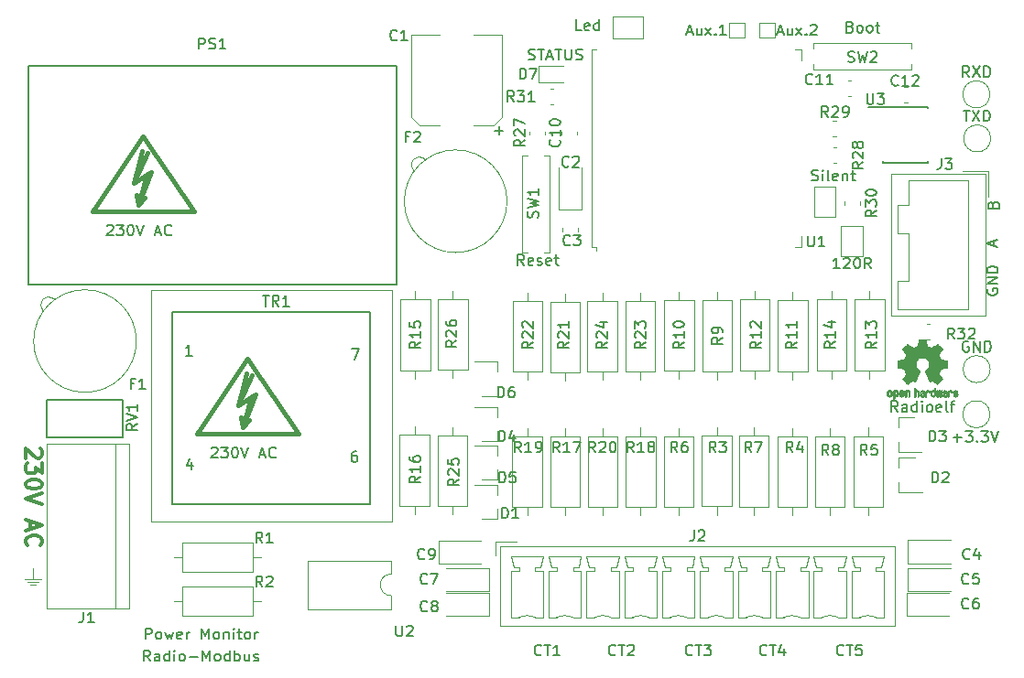
<source format=gbr>
G04 #@! TF.GenerationSoftware,KiCad,Pcbnew,(5.99.0-1678-g980aefea4-dirty)*
G04 #@! TF.CreationDate,2020-06-13T12:10:46+02:00*
G04 #@! TF.ProjectId,monitor_ESP32,6d6f6e69-746f-4725-9f45-535033322e6b,rev?*
G04 #@! TF.SameCoordinates,Original*
G04 #@! TF.FileFunction,Legend,Top*
G04 #@! TF.FilePolarity,Positive*
%FSLAX46Y46*%
G04 Gerber Fmt 4.6, Leading zero omitted, Abs format (unit mm)*
G04 Created by KiCad (PCBNEW (5.99.0-1678-g980aefea4-dirty)) date 2020-06-13 12:10:46*
%MOMM*%
%LPD*%
G01*
G04 APERTURE LIST*
%ADD10C,0.150000*%
%ADD11C,0.120000*%
%ADD12C,0.300000*%
%ADD13C,0.381000*%
%ADD14C,0.010000*%
G04 APERTURE END LIST*
D10*
X191575000Y-95311904D02*
X191527380Y-95407142D01*
X191527380Y-95550000D01*
X191575000Y-95692857D01*
X191670238Y-95788095D01*
X191765476Y-95835714D01*
X191955952Y-95883333D01*
X192098809Y-95883333D01*
X192289285Y-95835714D01*
X192384523Y-95788095D01*
X192479761Y-95692857D01*
X192527380Y-95550000D01*
X192527380Y-95454761D01*
X192479761Y-95311904D01*
X192432142Y-95264285D01*
X192098809Y-95264285D01*
X192098809Y-95454761D01*
X192527380Y-94835714D02*
X191527380Y-94835714D01*
X192527380Y-94264285D01*
X191527380Y-94264285D01*
X192527380Y-93788095D02*
X191527380Y-93788095D01*
X191527380Y-93550000D01*
X191575000Y-93407142D01*
X191670238Y-93311904D01*
X191765476Y-93264285D01*
X191955952Y-93216666D01*
X192098809Y-93216666D01*
X192289285Y-93264285D01*
X192384523Y-93311904D01*
X192479761Y-93407142D01*
X192527380Y-93550000D01*
X192527380Y-93788095D01*
X114181523Y-129738380D02*
X113848190Y-129262190D01*
X113610095Y-129738380D02*
X113610095Y-128738380D01*
X113991047Y-128738380D01*
X114086285Y-128786000D01*
X114133904Y-128833619D01*
X114181523Y-128928857D01*
X114181523Y-129071714D01*
X114133904Y-129166952D01*
X114086285Y-129214571D01*
X113991047Y-129262190D01*
X113610095Y-129262190D01*
X115038666Y-129738380D02*
X115038666Y-129214571D01*
X114991047Y-129119333D01*
X114895809Y-129071714D01*
X114705333Y-129071714D01*
X114610095Y-129119333D01*
X115038666Y-129690761D02*
X114943428Y-129738380D01*
X114705333Y-129738380D01*
X114610095Y-129690761D01*
X114562476Y-129595523D01*
X114562476Y-129500285D01*
X114610095Y-129405047D01*
X114705333Y-129357428D01*
X114943428Y-129357428D01*
X115038666Y-129309809D01*
X115943428Y-129738380D02*
X115943428Y-128738380D01*
X115943428Y-129690761D02*
X115848190Y-129738380D01*
X115657714Y-129738380D01*
X115562476Y-129690761D01*
X115514857Y-129643142D01*
X115467238Y-129547904D01*
X115467238Y-129262190D01*
X115514857Y-129166952D01*
X115562476Y-129119333D01*
X115657714Y-129071714D01*
X115848190Y-129071714D01*
X115943428Y-129119333D01*
X116419619Y-129738380D02*
X116419619Y-129071714D01*
X116419619Y-128738380D02*
X116372000Y-128786000D01*
X116419619Y-128833619D01*
X116467238Y-128786000D01*
X116419619Y-128738380D01*
X116419619Y-128833619D01*
X117038666Y-129738380D02*
X116943428Y-129690761D01*
X116895809Y-129643142D01*
X116848190Y-129547904D01*
X116848190Y-129262190D01*
X116895809Y-129166952D01*
X116943428Y-129119333D01*
X117038666Y-129071714D01*
X117181523Y-129071714D01*
X117276761Y-129119333D01*
X117324380Y-129166952D01*
X117372000Y-129262190D01*
X117372000Y-129547904D01*
X117324380Y-129643142D01*
X117276761Y-129690761D01*
X117181523Y-129738380D01*
X117038666Y-129738380D01*
X117800571Y-129357428D02*
X118562476Y-129357428D01*
X119038666Y-129738380D02*
X119038666Y-128738380D01*
X119372000Y-129452666D01*
X119705333Y-128738380D01*
X119705333Y-129738380D01*
X120324380Y-129738380D02*
X120229142Y-129690761D01*
X120181523Y-129643142D01*
X120133904Y-129547904D01*
X120133904Y-129262190D01*
X120181523Y-129166952D01*
X120229142Y-129119333D01*
X120324380Y-129071714D01*
X120467238Y-129071714D01*
X120562476Y-129119333D01*
X120610095Y-129166952D01*
X120657714Y-129262190D01*
X120657714Y-129547904D01*
X120610095Y-129643142D01*
X120562476Y-129690761D01*
X120467238Y-129738380D01*
X120324380Y-129738380D01*
X121514857Y-129738380D02*
X121514857Y-128738380D01*
X121514857Y-129690761D02*
X121419619Y-129738380D01*
X121229142Y-129738380D01*
X121133904Y-129690761D01*
X121086285Y-129643142D01*
X121038666Y-129547904D01*
X121038666Y-129262190D01*
X121086285Y-129166952D01*
X121133904Y-129119333D01*
X121229142Y-129071714D01*
X121419619Y-129071714D01*
X121514857Y-129119333D01*
X121991047Y-129738380D02*
X121991047Y-128738380D01*
X121991047Y-129119333D02*
X122086285Y-129071714D01*
X122276761Y-129071714D01*
X122372000Y-129119333D01*
X122419619Y-129166952D01*
X122467238Y-129262190D01*
X122467238Y-129547904D01*
X122419619Y-129643142D01*
X122372000Y-129690761D01*
X122276761Y-129738380D01*
X122086285Y-129738380D01*
X121991047Y-129690761D01*
X123324380Y-129071714D02*
X123324380Y-129738380D01*
X122895809Y-129071714D02*
X122895809Y-129595523D01*
X122943428Y-129690761D01*
X123038666Y-129738380D01*
X123181523Y-129738380D01*
X123276761Y-129690761D01*
X123324380Y-129643142D01*
X123752952Y-129690761D02*
X123848190Y-129738380D01*
X124038666Y-129738380D01*
X124133904Y-129690761D01*
X124181523Y-129595523D01*
X124181523Y-129547904D01*
X124133904Y-129452666D01*
X124038666Y-129405047D01*
X123895809Y-129405047D01*
X123800571Y-129357428D01*
X123752952Y-129262190D01*
X123752952Y-129214571D01*
X123800571Y-129119333D01*
X123895809Y-129071714D01*
X124038666Y-129071714D01*
X124133904Y-129119333D01*
X113752952Y-127706380D02*
X113752952Y-126706380D01*
X114133904Y-126706380D01*
X114229142Y-126754000D01*
X114276761Y-126801619D01*
X114324380Y-126896857D01*
X114324380Y-127039714D01*
X114276761Y-127134952D01*
X114229142Y-127182571D01*
X114133904Y-127230190D01*
X113752952Y-127230190D01*
X114895809Y-127706380D02*
X114800571Y-127658761D01*
X114752952Y-127611142D01*
X114705333Y-127515904D01*
X114705333Y-127230190D01*
X114752952Y-127134952D01*
X114800571Y-127087333D01*
X114895809Y-127039714D01*
X115038666Y-127039714D01*
X115133904Y-127087333D01*
X115181523Y-127134952D01*
X115229142Y-127230190D01*
X115229142Y-127515904D01*
X115181523Y-127611142D01*
X115133904Y-127658761D01*
X115038666Y-127706380D01*
X114895809Y-127706380D01*
X115562476Y-127039714D02*
X115752952Y-127706380D01*
X115943428Y-127230190D01*
X116133904Y-127706380D01*
X116324380Y-127039714D01*
X117086285Y-127658761D02*
X116991047Y-127706380D01*
X116800571Y-127706380D01*
X116705333Y-127658761D01*
X116657714Y-127563523D01*
X116657714Y-127182571D01*
X116705333Y-127087333D01*
X116800571Y-127039714D01*
X116991047Y-127039714D01*
X117086285Y-127087333D01*
X117133904Y-127182571D01*
X117133904Y-127277809D01*
X116657714Y-127373047D01*
X117562476Y-127706380D02*
X117562476Y-127039714D01*
X117562476Y-127230190D02*
X117610095Y-127134952D01*
X117657714Y-127087333D01*
X117752952Y-127039714D01*
X117848190Y-127039714D01*
X118943428Y-127706380D02*
X118943428Y-126706380D01*
X119276761Y-127420666D01*
X119610095Y-126706380D01*
X119610095Y-127706380D01*
X120229142Y-127706380D02*
X120133904Y-127658761D01*
X120086285Y-127611142D01*
X120038666Y-127515904D01*
X120038666Y-127230190D01*
X120086285Y-127134952D01*
X120133904Y-127087333D01*
X120229142Y-127039714D01*
X120372000Y-127039714D01*
X120467238Y-127087333D01*
X120514857Y-127134952D01*
X120562476Y-127230190D01*
X120562476Y-127515904D01*
X120514857Y-127611142D01*
X120467238Y-127658761D01*
X120372000Y-127706380D01*
X120229142Y-127706380D01*
X120991047Y-127039714D02*
X120991047Y-127706380D01*
X120991047Y-127134952D02*
X121038666Y-127087333D01*
X121133904Y-127039714D01*
X121276761Y-127039714D01*
X121372000Y-127087333D01*
X121419619Y-127182571D01*
X121419619Y-127706380D01*
X121895809Y-127706380D02*
X121895809Y-127039714D01*
X121895809Y-126706380D02*
X121848190Y-126754000D01*
X121895809Y-126801619D01*
X121943428Y-126754000D01*
X121895809Y-126706380D01*
X121895809Y-126801619D01*
X122229142Y-127039714D02*
X122610095Y-127039714D01*
X122372000Y-126706380D02*
X122372000Y-127563523D01*
X122419619Y-127658761D01*
X122514857Y-127706380D01*
X122610095Y-127706380D01*
X123086285Y-127706380D02*
X122991047Y-127658761D01*
X122943428Y-127611142D01*
X122895809Y-127515904D01*
X122895809Y-127230190D01*
X122943428Y-127134952D01*
X122991047Y-127087333D01*
X123086285Y-127039714D01*
X123229142Y-127039714D01*
X123324380Y-127087333D01*
X123372000Y-127134952D01*
X123419619Y-127230190D01*
X123419619Y-127515904D01*
X123372000Y-127611142D01*
X123324380Y-127658761D01*
X123229142Y-127706380D01*
X123086285Y-127706380D01*
X123848190Y-127706380D02*
X123848190Y-127039714D01*
X123848190Y-127230190D02*
X123895809Y-127134952D01*
X123943428Y-127087333D01*
X124038666Y-127039714D01*
X124133904Y-127039714D01*
X178268380Y-129135142D02*
X178220761Y-129182761D01*
X178077904Y-129230380D01*
X177982666Y-129230380D01*
X177839809Y-129182761D01*
X177744571Y-129087523D01*
X177696952Y-128992285D01*
X177649333Y-128801809D01*
X177649333Y-128658952D01*
X177696952Y-128468476D01*
X177744571Y-128373238D01*
X177839809Y-128278000D01*
X177982666Y-128230380D01*
X178077904Y-128230380D01*
X178220761Y-128278000D01*
X178268380Y-128325619D01*
X178554095Y-128230380D02*
X179125523Y-128230380D01*
X178839809Y-129230380D02*
X178839809Y-128230380D01*
X179935047Y-128230380D02*
X179458857Y-128230380D01*
X179411238Y-128706571D01*
X179458857Y-128658952D01*
X179554095Y-128611333D01*
X179792190Y-128611333D01*
X179887428Y-128658952D01*
X179935047Y-128706571D01*
X179982666Y-128801809D01*
X179982666Y-129039904D01*
X179935047Y-129135142D01*
X179887428Y-129182761D01*
X179792190Y-129230380D01*
X179554095Y-129230380D01*
X179458857Y-129182761D01*
X179411238Y-129135142D01*
X171156380Y-129135142D02*
X171108761Y-129182761D01*
X170965904Y-129230380D01*
X170870666Y-129230380D01*
X170727809Y-129182761D01*
X170632571Y-129087523D01*
X170584952Y-128992285D01*
X170537333Y-128801809D01*
X170537333Y-128658952D01*
X170584952Y-128468476D01*
X170632571Y-128373238D01*
X170727809Y-128278000D01*
X170870666Y-128230380D01*
X170965904Y-128230380D01*
X171108761Y-128278000D01*
X171156380Y-128325619D01*
X171442095Y-128230380D02*
X172013523Y-128230380D01*
X171727809Y-129230380D02*
X171727809Y-128230380D01*
X172775428Y-128563714D02*
X172775428Y-129230380D01*
X172537333Y-128182761D02*
X172299238Y-128897047D01*
X172918285Y-128897047D01*
X164298380Y-129135142D02*
X164250761Y-129182761D01*
X164107904Y-129230380D01*
X164012666Y-129230380D01*
X163869809Y-129182761D01*
X163774571Y-129087523D01*
X163726952Y-128992285D01*
X163679333Y-128801809D01*
X163679333Y-128658952D01*
X163726952Y-128468476D01*
X163774571Y-128373238D01*
X163869809Y-128278000D01*
X164012666Y-128230380D01*
X164107904Y-128230380D01*
X164250761Y-128278000D01*
X164298380Y-128325619D01*
X164584095Y-128230380D02*
X165155523Y-128230380D01*
X164869809Y-129230380D02*
X164869809Y-128230380D01*
X165393619Y-128230380D02*
X166012666Y-128230380D01*
X165679333Y-128611333D01*
X165822190Y-128611333D01*
X165917428Y-128658952D01*
X165965047Y-128706571D01*
X166012666Y-128801809D01*
X166012666Y-129039904D01*
X165965047Y-129135142D01*
X165917428Y-129182761D01*
X165822190Y-129230380D01*
X165536476Y-129230380D01*
X165441238Y-129182761D01*
X165393619Y-129135142D01*
X157186380Y-129135142D02*
X157138761Y-129182761D01*
X156995904Y-129230380D01*
X156900666Y-129230380D01*
X156757809Y-129182761D01*
X156662571Y-129087523D01*
X156614952Y-128992285D01*
X156567333Y-128801809D01*
X156567333Y-128658952D01*
X156614952Y-128468476D01*
X156662571Y-128373238D01*
X156757809Y-128278000D01*
X156900666Y-128230380D01*
X156995904Y-128230380D01*
X157138761Y-128278000D01*
X157186380Y-128325619D01*
X157472095Y-128230380D02*
X158043523Y-128230380D01*
X157757809Y-129230380D02*
X157757809Y-128230380D01*
X158329238Y-128325619D02*
X158376857Y-128278000D01*
X158472095Y-128230380D01*
X158710190Y-128230380D01*
X158805428Y-128278000D01*
X158853047Y-128325619D01*
X158900666Y-128420857D01*
X158900666Y-128516095D01*
X158853047Y-128658952D01*
X158281619Y-129230380D01*
X158900666Y-129230380D01*
X150328380Y-129135142D02*
X150280761Y-129182761D01*
X150137904Y-129230380D01*
X150042666Y-129230380D01*
X149899809Y-129182761D01*
X149804571Y-129087523D01*
X149756952Y-128992285D01*
X149709333Y-128801809D01*
X149709333Y-128658952D01*
X149756952Y-128468476D01*
X149804571Y-128373238D01*
X149899809Y-128278000D01*
X150042666Y-128230380D01*
X150137904Y-128230380D01*
X150280761Y-128278000D01*
X150328380Y-128325619D01*
X150614095Y-128230380D02*
X151185523Y-128230380D01*
X150899809Y-129230380D02*
X150899809Y-128230380D01*
X152042666Y-129230380D02*
X151471238Y-129230380D01*
X151756952Y-129230380D02*
X151756952Y-128230380D01*
X151661714Y-128373238D01*
X151566476Y-128468476D01*
X151471238Y-128516095D01*
X192103571Y-87503571D02*
X192151190Y-87360714D01*
X192198809Y-87313095D01*
X192294047Y-87265476D01*
X192436904Y-87265476D01*
X192532142Y-87313095D01*
X192579761Y-87360714D01*
X192627380Y-87455952D01*
X192627380Y-87836904D01*
X191627380Y-87836904D01*
X191627380Y-87503571D01*
X191675000Y-87408333D01*
X191722619Y-87360714D01*
X191817857Y-87313095D01*
X191913095Y-87313095D01*
X192008333Y-87360714D01*
X192055952Y-87408333D01*
X192103571Y-87503571D01*
X192103571Y-87836904D01*
X192190666Y-91338095D02*
X192190666Y-90861904D01*
X192476380Y-91433333D02*
X191476380Y-91100000D01*
X192476380Y-90766666D01*
D11*
X103378000Y-122174000D02*
X103378000Y-121158000D01*
X103124000Y-122682000D02*
X103632000Y-122682000D01*
X102870000Y-122428000D02*
X103886000Y-122428000D01*
X104140000Y-122174000D02*
X102616000Y-122174000D01*
X102870000Y-122174000D02*
X104140000Y-122174000D01*
D12*
X104056571Y-110089714D02*
X104128000Y-110161142D01*
X104199428Y-110304000D01*
X104199428Y-110661142D01*
X104128000Y-110804000D01*
X104056571Y-110875428D01*
X103913714Y-110946857D01*
X103770857Y-110946857D01*
X103556571Y-110875428D01*
X102699428Y-110018285D01*
X102699428Y-110946857D01*
X104199428Y-111446857D02*
X104199428Y-112375428D01*
X103628000Y-111875428D01*
X103628000Y-112089714D01*
X103556571Y-112232571D01*
X103485142Y-112304000D01*
X103342285Y-112375428D01*
X102985142Y-112375428D01*
X102842285Y-112304000D01*
X102770857Y-112232571D01*
X102699428Y-112089714D01*
X102699428Y-111661142D01*
X102770857Y-111518285D01*
X102842285Y-111446857D01*
X104199428Y-113304000D02*
X104199428Y-113446857D01*
X104128000Y-113589714D01*
X104056571Y-113661142D01*
X103913714Y-113732571D01*
X103628000Y-113804000D01*
X103270857Y-113804000D01*
X102985142Y-113732571D01*
X102842285Y-113661142D01*
X102770857Y-113589714D01*
X102699428Y-113446857D01*
X102699428Y-113304000D01*
X102770857Y-113161142D01*
X102842285Y-113089714D01*
X102985142Y-113018285D01*
X103270857Y-112946857D01*
X103628000Y-112946857D01*
X103913714Y-113018285D01*
X104056571Y-113089714D01*
X104128000Y-113161142D01*
X104199428Y-113304000D01*
X104199428Y-114232571D02*
X102699428Y-114732571D01*
X104199428Y-115232571D01*
X103128000Y-116804000D02*
X103128000Y-117518285D01*
X102699428Y-116661142D02*
X104199428Y-117161142D01*
X102699428Y-117661142D01*
X102842285Y-119018285D02*
X102770857Y-118946857D01*
X102699428Y-118732571D01*
X102699428Y-118589714D01*
X102770857Y-118375428D01*
X102913714Y-118232571D01*
X103056571Y-118161142D01*
X103342285Y-118089714D01*
X103556571Y-118089714D01*
X103842285Y-118161142D01*
X103985142Y-118232571D01*
X104128000Y-118375428D01*
X104199428Y-118589714D01*
X104199428Y-118732571D01*
X104128000Y-118946857D01*
X104056571Y-119018285D01*
D10*
X183288095Y-106677380D02*
X182954761Y-106201190D01*
X182716666Y-106677380D02*
X182716666Y-105677380D01*
X183097619Y-105677380D01*
X183192857Y-105725000D01*
X183240476Y-105772619D01*
X183288095Y-105867857D01*
X183288095Y-106010714D01*
X183240476Y-106105952D01*
X183192857Y-106153571D01*
X183097619Y-106201190D01*
X182716666Y-106201190D01*
X184145238Y-106677380D02*
X184145238Y-106153571D01*
X184097619Y-106058333D01*
X184002380Y-106010714D01*
X183811904Y-106010714D01*
X183716666Y-106058333D01*
X184145238Y-106629761D02*
X184050000Y-106677380D01*
X183811904Y-106677380D01*
X183716666Y-106629761D01*
X183669047Y-106534523D01*
X183669047Y-106439285D01*
X183716666Y-106344047D01*
X183811904Y-106296428D01*
X184050000Y-106296428D01*
X184145238Y-106248809D01*
X185050000Y-106677380D02*
X185050000Y-105677380D01*
X185050000Y-106629761D02*
X184954761Y-106677380D01*
X184764285Y-106677380D01*
X184669047Y-106629761D01*
X184621428Y-106582142D01*
X184573809Y-106486904D01*
X184573809Y-106201190D01*
X184621428Y-106105952D01*
X184669047Y-106058333D01*
X184764285Y-106010714D01*
X184954761Y-106010714D01*
X185050000Y-106058333D01*
X185526190Y-106677380D02*
X185526190Y-106010714D01*
X185526190Y-105677380D02*
X185478571Y-105725000D01*
X185526190Y-105772619D01*
X185573809Y-105725000D01*
X185526190Y-105677380D01*
X185526190Y-105772619D01*
X186145238Y-106677380D02*
X186050000Y-106629761D01*
X186002380Y-106582142D01*
X185954761Y-106486904D01*
X185954761Y-106201190D01*
X186002380Y-106105952D01*
X186050000Y-106058333D01*
X186145238Y-106010714D01*
X186288095Y-106010714D01*
X186383333Y-106058333D01*
X186430952Y-106105952D01*
X186478571Y-106201190D01*
X186478571Y-106486904D01*
X186430952Y-106582142D01*
X186383333Y-106629761D01*
X186288095Y-106677380D01*
X186145238Y-106677380D01*
X187288095Y-106629761D02*
X187192857Y-106677380D01*
X187002380Y-106677380D01*
X186907142Y-106629761D01*
X186859523Y-106534523D01*
X186859523Y-106153571D01*
X186907142Y-106058333D01*
X187002380Y-106010714D01*
X187192857Y-106010714D01*
X187288095Y-106058333D01*
X187335714Y-106153571D01*
X187335714Y-106248809D01*
X186859523Y-106344047D01*
X187907142Y-106677380D02*
X187811904Y-106629761D01*
X187764285Y-106534523D01*
X187764285Y-105677380D01*
X188145238Y-106010714D02*
X188526190Y-106010714D01*
X188288095Y-106677380D02*
X188288095Y-105820238D01*
X188335714Y-105725000D01*
X188430952Y-105677380D01*
X188526190Y-105677380D01*
X154053571Y-71377380D02*
X153577380Y-71377380D01*
X153577380Y-70377380D01*
X154767857Y-71329761D02*
X154672619Y-71377380D01*
X154482142Y-71377380D01*
X154386904Y-71329761D01*
X154339285Y-71234523D01*
X154339285Y-70853571D01*
X154386904Y-70758333D01*
X154482142Y-70710714D01*
X154672619Y-70710714D01*
X154767857Y-70758333D01*
X154815476Y-70853571D01*
X154815476Y-70948809D01*
X154339285Y-71044047D01*
X155672619Y-71377380D02*
X155672619Y-70377380D01*
X155672619Y-71329761D02*
X155577380Y-71377380D01*
X155386904Y-71377380D01*
X155291666Y-71329761D01*
X155244047Y-71282142D01*
X155196428Y-71186904D01*
X155196428Y-70901190D01*
X155244047Y-70805952D01*
X155291666Y-70758333D01*
X155386904Y-70710714D01*
X155577380Y-70710714D01*
X155672619Y-70758333D01*
X164430666Y-117630380D02*
X164430666Y-118344666D01*
X164383047Y-118487523D01*
X164287809Y-118582761D01*
X164144952Y-118630380D01*
X164049714Y-118630380D01*
X164859238Y-117725619D02*
X164906857Y-117678000D01*
X165002095Y-117630380D01*
X165240190Y-117630380D01*
X165335428Y-117678000D01*
X165383047Y-117725619D01*
X165430666Y-117820857D01*
X165430666Y-117916095D01*
X165383047Y-118058952D01*
X164811619Y-118630380D01*
X165430666Y-118630380D01*
X178691666Y-74279761D02*
X178834523Y-74327380D01*
X179072619Y-74327380D01*
X179167857Y-74279761D01*
X179215476Y-74232142D01*
X179263095Y-74136904D01*
X179263095Y-74041666D01*
X179215476Y-73946428D01*
X179167857Y-73898809D01*
X179072619Y-73851190D01*
X178882142Y-73803571D01*
X178786904Y-73755952D01*
X178739285Y-73708333D01*
X178691666Y-73613095D01*
X178691666Y-73517857D01*
X178739285Y-73422619D01*
X178786904Y-73375000D01*
X178882142Y-73327380D01*
X179120238Y-73327380D01*
X179263095Y-73375000D01*
X179596428Y-73327380D02*
X179834523Y-74327380D01*
X180025000Y-73613095D01*
X180215476Y-74327380D01*
X180453571Y-73327380D01*
X180786904Y-73422619D02*
X180834523Y-73375000D01*
X180929761Y-73327380D01*
X181167857Y-73327380D01*
X181263095Y-73375000D01*
X181310714Y-73422619D01*
X181358333Y-73517857D01*
X181358333Y-73613095D01*
X181310714Y-73755952D01*
X180739285Y-74327380D01*
X181358333Y-74327380D01*
X178900952Y-71053571D02*
X179043809Y-71101190D01*
X179091428Y-71148809D01*
X179139047Y-71244047D01*
X179139047Y-71386904D01*
X179091428Y-71482142D01*
X179043809Y-71529761D01*
X178948571Y-71577380D01*
X178567619Y-71577380D01*
X178567619Y-70577380D01*
X178900952Y-70577380D01*
X178996190Y-70625000D01*
X179043809Y-70672619D01*
X179091428Y-70767857D01*
X179091428Y-70863095D01*
X179043809Y-70958333D01*
X178996190Y-71005952D01*
X178900952Y-71053571D01*
X178567619Y-71053571D01*
X179710476Y-71577380D02*
X179615238Y-71529761D01*
X179567619Y-71482142D01*
X179520000Y-71386904D01*
X179520000Y-71101190D01*
X179567619Y-71005952D01*
X179615238Y-70958333D01*
X179710476Y-70910714D01*
X179853333Y-70910714D01*
X179948571Y-70958333D01*
X179996190Y-71005952D01*
X180043809Y-71101190D01*
X180043809Y-71386904D01*
X179996190Y-71482142D01*
X179948571Y-71529761D01*
X179853333Y-71577380D01*
X179710476Y-71577380D01*
X180615238Y-71577380D02*
X180520000Y-71529761D01*
X180472380Y-71482142D01*
X180424761Y-71386904D01*
X180424761Y-71101190D01*
X180472380Y-71005952D01*
X180520000Y-70958333D01*
X180615238Y-70910714D01*
X180758095Y-70910714D01*
X180853333Y-70958333D01*
X180900952Y-71005952D01*
X180948571Y-71101190D01*
X180948571Y-71386904D01*
X180900952Y-71482142D01*
X180853333Y-71529761D01*
X180758095Y-71577380D01*
X180615238Y-71577380D01*
X181234285Y-70910714D02*
X181615238Y-70910714D01*
X181377142Y-70577380D02*
X181377142Y-71434523D01*
X181424761Y-71529761D01*
X181520000Y-71577380D01*
X181615238Y-71577380D01*
X150004761Y-88708333D02*
X150052380Y-88565476D01*
X150052380Y-88327380D01*
X150004761Y-88232142D01*
X149957142Y-88184523D01*
X149861904Y-88136904D01*
X149766666Y-88136904D01*
X149671428Y-88184523D01*
X149623809Y-88232142D01*
X149576190Y-88327380D01*
X149528571Y-88517857D01*
X149480952Y-88613095D01*
X149433333Y-88660714D01*
X149338095Y-88708333D01*
X149242857Y-88708333D01*
X149147619Y-88660714D01*
X149100000Y-88613095D01*
X149052380Y-88517857D01*
X149052380Y-88279761D01*
X149100000Y-88136904D01*
X149052380Y-87803571D02*
X150052380Y-87565476D01*
X149338095Y-87375000D01*
X150052380Y-87184523D01*
X149052380Y-86946428D01*
X150052380Y-86041666D02*
X150052380Y-86613095D01*
X150052380Y-86327380D02*
X149052380Y-86327380D01*
X149195238Y-86422619D01*
X149290476Y-86517857D01*
X149338095Y-86613095D01*
X148736904Y-93102380D02*
X148403571Y-92626190D01*
X148165476Y-93102380D02*
X148165476Y-92102380D01*
X148546428Y-92102380D01*
X148641666Y-92150000D01*
X148689285Y-92197619D01*
X148736904Y-92292857D01*
X148736904Y-92435714D01*
X148689285Y-92530952D01*
X148641666Y-92578571D01*
X148546428Y-92626190D01*
X148165476Y-92626190D01*
X149546428Y-93054761D02*
X149451190Y-93102380D01*
X149260714Y-93102380D01*
X149165476Y-93054761D01*
X149117857Y-92959523D01*
X149117857Y-92578571D01*
X149165476Y-92483333D01*
X149260714Y-92435714D01*
X149451190Y-92435714D01*
X149546428Y-92483333D01*
X149594047Y-92578571D01*
X149594047Y-92673809D01*
X149117857Y-92769047D01*
X149975000Y-93054761D02*
X150070238Y-93102380D01*
X150260714Y-93102380D01*
X150355952Y-93054761D01*
X150403571Y-92959523D01*
X150403571Y-92911904D01*
X150355952Y-92816666D01*
X150260714Y-92769047D01*
X150117857Y-92769047D01*
X150022619Y-92721428D01*
X149975000Y-92626190D01*
X149975000Y-92578571D01*
X150022619Y-92483333D01*
X150117857Y-92435714D01*
X150260714Y-92435714D01*
X150355952Y-92483333D01*
X151213095Y-93054761D02*
X151117857Y-93102380D01*
X150927380Y-93102380D01*
X150832142Y-93054761D01*
X150784523Y-92959523D01*
X150784523Y-92578571D01*
X150832142Y-92483333D01*
X150927380Y-92435714D01*
X151117857Y-92435714D01*
X151213095Y-92483333D01*
X151260714Y-92578571D01*
X151260714Y-92673809D01*
X150784523Y-92769047D01*
X151546428Y-92435714D02*
X151927380Y-92435714D01*
X151689285Y-92102380D02*
X151689285Y-92959523D01*
X151736904Y-93054761D01*
X151832142Y-93102380D01*
X151927380Y-93102380D01*
X180438095Y-77202380D02*
X180438095Y-78011904D01*
X180485714Y-78107142D01*
X180533333Y-78154761D01*
X180628571Y-78202380D01*
X180819047Y-78202380D01*
X180914285Y-78154761D01*
X180961904Y-78107142D01*
X181009523Y-78011904D01*
X181009523Y-77202380D01*
X181390476Y-77202380D02*
X182009523Y-77202380D01*
X181676190Y-77583333D01*
X181819047Y-77583333D01*
X181914285Y-77630952D01*
X181961904Y-77678571D01*
X182009523Y-77773809D01*
X182009523Y-78011904D01*
X181961904Y-78107142D01*
X181914285Y-78154761D01*
X181819047Y-78202380D01*
X181533333Y-78202380D01*
X181438095Y-78154761D01*
X181390476Y-78107142D01*
X188497142Y-99927380D02*
X188163809Y-99451190D01*
X187925714Y-99927380D02*
X187925714Y-98927380D01*
X188306666Y-98927380D01*
X188401904Y-98975000D01*
X188449523Y-99022619D01*
X188497142Y-99117857D01*
X188497142Y-99260714D01*
X188449523Y-99355952D01*
X188401904Y-99403571D01*
X188306666Y-99451190D01*
X187925714Y-99451190D01*
X188830476Y-98927380D02*
X189449523Y-98927380D01*
X189116190Y-99308333D01*
X189259047Y-99308333D01*
X189354285Y-99355952D01*
X189401904Y-99403571D01*
X189449523Y-99498809D01*
X189449523Y-99736904D01*
X189401904Y-99832142D01*
X189354285Y-99879761D01*
X189259047Y-99927380D01*
X188973333Y-99927380D01*
X188878095Y-99879761D01*
X188830476Y-99832142D01*
X189830476Y-99022619D02*
X189878095Y-98975000D01*
X189973333Y-98927380D01*
X190211428Y-98927380D01*
X190306666Y-98975000D01*
X190354285Y-99022619D01*
X190401904Y-99117857D01*
X190401904Y-99213095D01*
X190354285Y-99355952D01*
X189782857Y-99927380D01*
X190401904Y-99927380D01*
X187299666Y-83217380D02*
X187299666Y-83931666D01*
X187252047Y-84074523D01*
X187156809Y-84169761D01*
X187013952Y-84217380D01*
X186918714Y-84217380D01*
X187680619Y-83217380D02*
X188299666Y-83217380D01*
X187966333Y-83598333D01*
X188109190Y-83598333D01*
X188204428Y-83645952D01*
X188252047Y-83693571D01*
X188299666Y-83788809D01*
X188299666Y-84026904D01*
X188252047Y-84122142D01*
X188204428Y-84169761D01*
X188109190Y-84217380D01*
X187823476Y-84217380D01*
X187728238Y-84169761D01*
X187680619Y-84122142D01*
X136993333Y-72239142D02*
X136945714Y-72286761D01*
X136802857Y-72334380D01*
X136707619Y-72334380D01*
X136564761Y-72286761D01*
X136469523Y-72191523D01*
X136421904Y-72096285D01*
X136374285Y-71905809D01*
X136374285Y-71762952D01*
X136421904Y-71572476D01*
X136469523Y-71477238D01*
X136564761Y-71382000D01*
X136707619Y-71334380D01*
X136802857Y-71334380D01*
X136945714Y-71382000D01*
X136993333Y-71429619D01*
X137945714Y-72334380D02*
X137374285Y-72334380D01*
X137660000Y-72334380D02*
X137660000Y-71334380D01*
X137564761Y-71477238D01*
X137469523Y-71572476D01*
X137374285Y-71620095D01*
X146415428Y-81046952D02*
X146415428Y-80285047D01*
X146796380Y-80666000D02*
X146034476Y-80666000D01*
X119832809Y-110037619D02*
X119880428Y-109990000D01*
X119975666Y-109942380D01*
X120213761Y-109942380D01*
X120309000Y-109990000D01*
X120356619Y-110037619D01*
X120404238Y-110132857D01*
X120404238Y-110228095D01*
X120356619Y-110370952D01*
X119785190Y-110942380D01*
X120404238Y-110942380D01*
X120737571Y-109942380D02*
X121356619Y-109942380D01*
X121023285Y-110323333D01*
X121166142Y-110323333D01*
X121261380Y-110370952D01*
X121309000Y-110418571D01*
X121356619Y-110513809D01*
X121356619Y-110751904D01*
X121309000Y-110847142D01*
X121261380Y-110894761D01*
X121166142Y-110942380D01*
X120880428Y-110942380D01*
X120785190Y-110894761D01*
X120737571Y-110847142D01*
X121975666Y-109942380D02*
X122070904Y-109942380D01*
X122166142Y-109990000D01*
X122213761Y-110037619D01*
X122261380Y-110132857D01*
X122309000Y-110323333D01*
X122309000Y-110561428D01*
X122261380Y-110751904D01*
X122213761Y-110847142D01*
X122166142Y-110894761D01*
X122070904Y-110942380D01*
X121975666Y-110942380D01*
X121880428Y-110894761D01*
X121832809Y-110847142D01*
X121785190Y-110751904D01*
X121737571Y-110561428D01*
X121737571Y-110323333D01*
X121785190Y-110132857D01*
X121832809Y-110037619D01*
X121880428Y-109990000D01*
X121975666Y-109942380D01*
X122594714Y-109942380D02*
X122928047Y-110942380D01*
X123261380Y-109942380D01*
X124309000Y-110656666D02*
X124785190Y-110656666D01*
X124213761Y-110942380D02*
X124547095Y-109942380D01*
X124880428Y-110942380D01*
X125785190Y-110847142D02*
X125737571Y-110894761D01*
X125594714Y-110942380D01*
X125499476Y-110942380D01*
X125356619Y-110894761D01*
X125261380Y-110799523D01*
X125213761Y-110704285D01*
X125166142Y-110513809D01*
X125166142Y-110370952D01*
X125213761Y-110180476D01*
X125261380Y-110085238D01*
X125356619Y-109990000D01*
X125499476Y-109942380D01*
X125594714Y-109942380D01*
X125737571Y-109990000D01*
X125785190Y-110037619D01*
X110180809Y-89463619D02*
X110228428Y-89416000D01*
X110323666Y-89368380D01*
X110561761Y-89368380D01*
X110657000Y-89416000D01*
X110704619Y-89463619D01*
X110752238Y-89558857D01*
X110752238Y-89654095D01*
X110704619Y-89796952D01*
X110133190Y-90368380D01*
X110752238Y-90368380D01*
X111085571Y-89368380D02*
X111704619Y-89368380D01*
X111371285Y-89749333D01*
X111514142Y-89749333D01*
X111609380Y-89796952D01*
X111657000Y-89844571D01*
X111704619Y-89939809D01*
X111704619Y-90177904D01*
X111657000Y-90273142D01*
X111609380Y-90320761D01*
X111514142Y-90368380D01*
X111228428Y-90368380D01*
X111133190Y-90320761D01*
X111085571Y-90273142D01*
X112323666Y-89368380D02*
X112418904Y-89368380D01*
X112514142Y-89416000D01*
X112561761Y-89463619D01*
X112609380Y-89558857D01*
X112657000Y-89749333D01*
X112657000Y-89987428D01*
X112609380Y-90177904D01*
X112561761Y-90273142D01*
X112514142Y-90320761D01*
X112418904Y-90368380D01*
X112323666Y-90368380D01*
X112228428Y-90320761D01*
X112180809Y-90273142D01*
X112133190Y-90177904D01*
X112085571Y-89987428D01*
X112085571Y-89749333D01*
X112133190Y-89558857D01*
X112180809Y-89463619D01*
X112228428Y-89416000D01*
X112323666Y-89368380D01*
X112942714Y-89368380D02*
X113276047Y-90368380D01*
X113609380Y-89368380D01*
X114657000Y-90082666D02*
X115133190Y-90082666D01*
X114561761Y-90368380D02*
X114895095Y-89368380D01*
X115228428Y-90368380D01*
X116133190Y-90273142D02*
X116085571Y-90320761D01*
X115942714Y-90368380D01*
X115847476Y-90368380D01*
X115704619Y-90320761D01*
X115609380Y-90225523D01*
X115561761Y-90130285D01*
X115514142Y-89939809D01*
X115514142Y-89796952D01*
X115561761Y-89606476D01*
X115609380Y-89511238D01*
X115704619Y-89416000D01*
X115847476Y-89368380D01*
X115942714Y-89368380D01*
X116085571Y-89416000D01*
X116133190Y-89463619D01*
X172180476Y-71540666D02*
X172656666Y-71540666D01*
X172085238Y-71826380D02*
X172418571Y-70826380D01*
X172751904Y-71826380D01*
X173513809Y-71159714D02*
X173513809Y-71826380D01*
X173085238Y-71159714D02*
X173085238Y-71683523D01*
X173132857Y-71778761D01*
X173228095Y-71826380D01*
X173370952Y-71826380D01*
X173466190Y-71778761D01*
X173513809Y-71731142D01*
X173894761Y-71826380D02*
X174418571Y-71159714D01*
X173894761Y-71159714D02*
X174418571Y-71826380D01*
X174799523Y-71731142D02*
X174847142Y-71778761D01*
X174799523Y-71826380D01*
X174751904Y-71778761D01*
X174799523Y-71731142D01*
X174799523Y-71826380D01*
X175228095Y-70921619D02*
X175275714Y-70874000D01*
X175370952Y-70826380D01*
X175609047Y-70826380D01*
X175704285Y-70874000D01*
X175751904Y-70921619D01*
X175799523Y-71016857D01*
X175799523Y-71112095D01*
X175751904Y-71254952D01*
X175180476Y-71826380D01*
X175799523Y-71826380D01*
X163798476Y-71540666D02*
X164274666Y-71540666D01*
X163703238Y-71826380D02*
X164036571Y-70826380D01*
X164369904Y-71826380D01*
X165131809Y-71159714D02*
X165131809Y-71826380D01*
X164703238Y-71159714D02*
X164703238Y-71683523D01*
X164750857Y-71778761D01*
X164846095Y-71826380D01*
X164988952Y-71826380D01*
X165084190Y-71778761D01*
X165131809Y-71731142D01*
X165512761Y-71826380D02*
X166036571Y-71159714D01*
X165512761Y-71159714D02*
X166036571Y-71826380D01*
X166417523Y-71731142D02*
X166465142Y-71778761D01*
X166417523Y-71826380D01*
X166369904Y-71778761D01*
X166417523Y-71731142D01*
X166417523Y-71826380D01*
X167417523Y-71826380D02*
X166846095Y-71826380D01*
X167131809Y-71826380D02*
X167131809Y-70826380D01*
X167036571Y-70969238D01*
X166941333Y-71064476D01*
X166846095Y-71112095D01*
X175339619Y-85240761D02*
X175482476Y-85288380D01*
X175720571Y-85288380D01*
X175815809Y-85240761D01*
X175863428Y-85193142D01*
X175911047Y-85097904D01*
X175911047Y-85002666D01*
X175863428Y-84907428D01*
X175815809Y-84859809D01*
X175720571Y-84812190D01*
X175530095Y-84764571D01*
X175434857Y-84716952D01*
X175387238Y-84669333D01*
X175339619Y-84574095D01*
X175339619Y-84478857D01*
X175387238Y-84383619D01*
X175434857Y-84336000D01*
X175530095Y-84288380D01*
X175768190Y-84288380D01*
X175911047Y-84336000D01*
X176339619Y-85288380D02*
X176339619Y-84621714D01*
X176339619Y-84288380D02*
X176292000Y-84336000D01*
X176339619Y-84383619D01*
X176387238Y-84336000D01*
X176339619Y-84288380D01*
X176339619Y-84383619D01*
X176958666Y-85288380D02*
X176863428Y-85240761D01*
X176815809Y-85145523D01*
X176815809Y-84288380D01*
X177720571Y-85240761D02*
X177625333Y-85288380D01*
X177434857Y-85288380D01*
X177339619Y-85240761D01*
X177292000Y-85145523D01*
X177292000Y-84764571D01*
X177339619Y-84669333D01*
X177434857Y-84621714D01*
X177625333Y-84621714D01*
X177720571Y-84669333D01*
X177768190Y-84764571D01*
X177768190Y-84859809D01*
X177292000Y-84955047D01*
X178196761Y-84621714D02*
X178196761Y-85288380D01*
X178196761Y-84716952D02*
X178244380Y-84669333D01*
X178339619Y-84621714D01*
X178482476Y-84621714D01*
X178577714Y-84669333D01*
X178625333Y-84764571D01*
X178625333Y-85288380D01*
X178958666Y-84621714D02*
X179339619Y-84621714D01*
X179101523Y-84288380D02*
X179101523Y-85145523D01*
X179149142Y-85240761D01*
X179244380Y-85288380D01*
X179339619Y-85288380D01*
X188425000Y-109071428D02*
X189186904Y-109071428D01*
X188805952Y-109452380D02*
X188805952Y-108690476D01*
X189567857Y-108452380D02*
X190186904Y-108452380D01*
X189853571Y-108833333D01*
X189996428Y-108833333D01*
X190091666Y-108880952D01*
X190139285Y-108928571D01*
X190186904Y-109023809D01*
X190186904Y-109261904D01*
X190139285Y-109357142D01*
X190091666Y-109404761D01*
X189996428Y-109452380D01*
X189710714Y-109452380D01*
X189615476Y-109404761D01*
X189567857Y-109357142D01*
X190615476Y-109357142D02*
X190663095Y-109404761D01*
X190615476Y-109452380D01*
X190567857Y-109404761D01*
X190615476Y-109357142D01*
X190615476Y-109452380D01*
X190996428Y-108452380D02*
X191615476Y-108452380D01*
X191282142Y-108833333D01*
X191425000Y-108833333D01*
X191520238Y-108880952D01*
X191567857Y-108928571D01*
X191615476Y-109023809D01*
X191615476Y-109261904D01*
X191567857Y-109357142D01*
X191520238Y-109404761D01*
X191425000Y-109452380D01*
X191139285Y-109452380D01*
X191044047Y-109404761D01*
X190996428Y-109357142D01*
X191901190Y-108452380D02*
X192234523Y-109452380D01*
X192567857Y-108452380D01*
X112974380Y-107783238D02*
X112498190Y-108116571D01*
X112974380Y-108354666D02*
X111974380Y-108354666D01*
X111974380Y-107973714D01*
X112022000Y-107878476D01*
X112069619Y-107830857D01*
X112164857Y-107783238D01*
X112307714Y-107783238D01*
X112402952Y-107830857D01*
X112450571Y-107878476D01*
X112498190Y-107973714D01*
X112498190Y-108354666D01*
X111974380Y-107497523D02*
X112974380Y-107164190D01*
X111974380Y-106830857D01*
X112974380Y-105973714D02*
X112974380Y-106545142D01*
X112974380Y-106259428D02*
X111974380Y-106259428D01*
X112117238Y-106354666D01*
X112212476Y-106449904D01*
X112260095Y-106545142D01*
X147807142Y-77977380D02*
X147473809Y-77501190D01*
X147235714Y-77977380D02*
X147235714Y-76977380D01*
X147616666Y-76977380D01*
X147711904Y-77025000D01*
X147759523Y-77072619D01*
X147807142Y-77167857D01*
X147807142Y-77310714D01*
X147759523Y-77405952D01*
X147711904Y-77453571D01*
X147616666Y-77501190D01*
X147235714Y-77501190D01*
X148140476Y-76977380D02*
X148759523Y-76977380D01*
X148426190Y-77358333D01*
X148569047Y-77358333D01*
X148664285Y-77405952D01*
X148711904Y-77453571D01*
X148759523Y-77548809D01*
X148759523Y-77786904D01*
X148711904Y-77882142D01*
X148664285Y-77929761D01*
X148569047Y-77977380D01*
X148283333Y-77977380D01*
X148188095Y-77929761D01*
X148140476Y-77882142D01*
X149711904Y-77977380D02*
X149140476Y-77977380D01*
X149426190Y-77977380D02*
X149426190Y-76977380D01*
X149330952Y-77120238D01*
X149235714Y-77215476D01*
X149140476Y-77263095D01*
X181300380Y-88018857D02*
X180824190Y-88352190D01*
X181300380Y-88590285D02*
X180300380Y-88590285D01*
X180300380Y-88209333D01*
X180348000Y-88114095D01*
X180395619Y-88066476D01*
X180490857Y-88018857D01*
X180633714Y-88018857D01*
X180728952Y-88066476D01*
X180776571Y-88114095D01*
X180824190Y-88209333D01*
X180824190Y-88590285D01*
X180300380Y-87685523D02*
X180300380Y-87066476D01*
X180681333Y-87399809D01*
X180681333Y-87256952D01*
X180728952Y-87161714D01*
X180776571Y-87114095D01*
X180871809Y-87066476D01*
X181109904Y-87066476D01*
X181205142Y-87114095D01*
X181252761Y-87161714D01*
X181300380Y-87256952D01*
X181300380Y-87542666D01*
X181252761Y-87637904D01*
X181205142Y-87685523D01*
X180300380Y-86447428D02*
X180300380Y-86352190D01*
X180348000Y-86256952D01*
X180395619Y-86209333D01*
X180490857Y-86161714D01*
X180681333Y-86114095D01*
X180919428Y-86114095D01*
X181109904Y-86161714D01*
X181205142Y-86209333D01*
X181252761Y-86256952D01*
X181300380Y-86352190D01*
X181300380Y-86447428D01*
X181252761Y-86542666D01*
X181205142Y-86590285D01*
X181109904Y-86637904D01*
X180919428Y-86685523D01*
X180681333Y-86685523D01*
X180490857Y-86637904D01*
X180395619Y-86590285D01*
X180348000Y-86542666D01*
X180300380Y-86447428D01*
X177903333Y-93416380D02*
X177331904Y-93416380D01*
X177617619Y-93416380D02*
X177617619Y-92416380D01*
X177522380Y-92559238D01*
X177427142Y-92654476D01*
X177331904Y-92702095D01*
X178284285Y-92511619D02*
X178331904Y-92464000D01*
X178427142Y-92416380D01*
X178665238Y-92416380D01*
X178760476Y-92464000D01*
X178808095Y-92511619D01*
X178855714Y-92606857D01*
X178855714Y-92702095D01*
X178808095Y-92844952D01*
X178236666Y-93416380D01*
X178855714Y-93416380D01*
X179474761Y-92416380D02*
X179570000Y-92416380D01*
X179665238Y-92464000D01*
X179712857Y-92511619D01*
X179760476Y-92606857D01*
X179808095Y-92797333D01*
X179808095Y-93035428D01*
X179760476Y-93225904D01*
X179712857Y-93321142D01*
X179665238Y-93368761D01*
X179570000Y-93416380D01*
X179474761Y-93416380D01*
X179379523Y-93368761D01*
X179331904Y-93321142D01*
X179284285Y-93225904D01*
X179236666Y-93035428D01*
X179236666Y-92797333D01*
X179284285Y-92606857D01*
X179331904Y-92511619D01*
X179379523Y-92464000D01*
X179474761Y-92416380D01*
X180808095Y-93416380D02*
X180474761Y-92940190D01*
X180236666Y-93416380D02*
X180236666Y-92416380D01*
X180617619Y-92416380D01*
X180712857Y-92464000D01*
X180760476Y-92511619D01*
X180808095Y-92606857D01*
X180808095Y-92749714D01*
X180760476Y-92844952D01*
X180712857Y-92892571D01*
X180617619Y-92940190D01*
X180236666Y-92940190D01*
X176848142Y-79403380D02*
X176514809Y-78927190D01*
X176276714Y-79403380D02*
X176276714Y-78403380D01*
X176657666Y-78403380D01*
X176752904Y-78451000D01*
X176800523Y-78498619D01*
X176848142Y-78593857D01*
X176848142Y-78736714D01*
X176800523Y-78831952D01*
X176752904Y-78879571D01*
X176657666Y-78927190D01*
X176276714Y-78927190D01*
X177229095Y-78498619D02*
X177276714Y-78451000D01*
X177371952Y-78403380D01*
X177610047Y-78403380D01*
X177705285Y-78451000D01*
X177752904Y-78498619D01*
X177800523Y-78593857D01*
X177800523Y-78689095D01*
X177752904Y-78831952D01*
X177181476Y-79403380D01*
X177800523Y-79403380D01*
X178276714Y-79403380D02*
X178467190Y-79403380D01*
X178562428Y-79355761D01*
X178610047Y-79308142D01*
X178705285Y-79165285D01*
X178752904Y-78974809D01*
X178752904Y-78593857D01*
X178705285Y-78498619D01*
X178657666Y-78451000D01*
X178562428Y-78403380D01*
X178371952Y-78403380D01*
X178276714Y-78451000D01*
X178229095Y-78498619D01*
X178181476Y-78593857D01*
X178181476Y-78831952D01*
X178229095Y-78927190D01*
X178276714Y-78974809D01*
X178371952Y-79022428D01*
X178562428Y-79022428D01*
X178657666Y-78974809D01*
X178705285Y-78927190D01*
X178752904Y-78831952D01*
X180085380Y-83588857D02*
X179609190Y-83922190D01*
X180085380Y-84160285D02*
X179085380Y-84160285D01*
X179085380Y-83779333D01*
X179133000Y-83684095D01*
X179180619Y-83636476D01*
X179275857Y-83588857D01*
X179418714Y-83588857D01*
X179513952Y-83636476D01*
X179561571Y-83684095D01*
X179609190Y-83779333D01*
X179609190Y-84160285D01*
X179180619Y-83207904D02*
X179133000Y-83160285D01*
X179085380Y-83065047D01*
X179085380Y-82826952D01*
X179133000Y-82731714D01*
X179180619Y-82684095D01*
X179275857Y-82636476D01*
X179371095Y-82636476D01*
X179513952Y-82684095D01*
X180085380Y-83255523D01*
X180085380Y-82636476D01*
X179513952Y-82065047D02*
X179466333Y-82160285D01*
X179418714Y-82207904D01*
X179323476Y-82255523D01*
X179275857Y-82255523D01*
X179180619Y-82207904D01*
X179133000Y-82160285D01*
X179085380Y-82065047D01*
X179085380Y-81874571D01*
X179133000Y-81779333D01*
X179180619Y-81731714D01*
X179275857Y-81684095D01*
X179323476Y-81684095D01*
X179418714Y-81731714D01*
X179466333Y-81779333D01*
X179513952Y-81874571D01*
X179513952Y-82065047D01*
X179561571Y-82160285D01*
X179609190Y-82207904D01*
X179704428Y-82255523D01*
X179894904Y-82255523D01*
X179990142Y-82207904D01*
X180037761Y-82160285D01*
X180085380Y-82065047D01*
X180085380Y-81874571D01*
X180037761Y-81779333D01*
X179990142Y-81731714D01*
X179894904Y-81684095D01*
X179704428Y-81684095D01*
X179609190Y-81731714D01*
X179561571Y-81779333D01*
X179513952Y-81874571D01*
X148827380Y-81492857D02*
X148351190Y-81826190D01*
X148827380Y-82064285D02*
X147827380Y-82064285D01*
X147827380Y-81683333D01*
X147875000Y-81588095D01*
X147922619Y-81540476D01*
X148017857Y-81492857D01*
X148160714Y-81492857D01*
X148255952Y-81540476D01*
X148303571Y-81588095D01*
X148351190Y-81683333D01*
X148351190Y-82064285D01*
X147922619Y-81111904D02*
X147875000Y-81064285D01*
X147827380Y-80969047D01*
X147827380Y-80730952D01*
X147875000Y-80635714D01*
X147922619Y-80588095D01*
X148017857Y-80540476D01*
X148113095Y-80540476D01*
X148255952Y-80588095D01*
X148827380Y-81159523D01*
X148827380Y-80540476D01*
X147827380Y-80207142D02*
X147827380Y-79540476D01*
X148827380Y-79969047D01*
X142488380Y-100081857D02*
X142012190Y-100415190D01*
X142488380Y-100653285D02*
X141488380Y-100653285D01*
X141488380Y-100272333D01*
X141536000Y-100177095D01*
X141583619Y-100129476D01*
X141678857Y-100081857D01*
X141821714Y-100081857D01*
X141916952Y-100129476D01*
X141964571Y-100177095D01*
X142012190Y-100272333D01*
X142012190Y-100653285D01*
X141583619Y-99700904D02*
X141536000Y-99653285D01*
X141488380Y-99558047D01*
X141488380Y-99319952D01*
X141536000Y-99224714D01*
X141583619Y-99177095D01*
X141678857Y-99129476D01*
X141774095Y-99129476D01*
X141916952Y-99177095D01*
X142488380Y-99748523D01*
X142488380Y-99129476D01*
X141488380Y-98272333D02*
X141488380Y-98462809D01*
X141536000Y-98558047D01*
X141583619Y-98605666D01*
X141726476Y-98700904D01*
X141916952Y-98748523D01*
X142297904Y-98748523D01*
X142393142Y-98700904D01*
X142440761Y-98653285D01*
X142488380Y-98558047D01*
X142488380Y-98367571D01*
X142440761Y-98272333D01*
X142393142Y-98224714D01*
X142297904Y-98177095D01*
X142059809Y-98177095D01*
X141964571Y-98224714D01*
X141916952Y-98272333D01*
X141869333Y-98367571D01*
X141869333Y-98558047D01*
X141916952Y-98653285D01*
X141964571Y-98700904D01*
X142059809Y-98748523D01*
X142692380Y-112910857D02*
X142216190Y-113244190D01*
X142692380Y-113482285D02*
X141692380Y-113482285D01*
X141692380Y-113101333D01*
X141740000Y-113006095D01*
X141787619Y-112958476D01*
X141882857Y-112910857D01*
X142025714Y-112910857D01*
X142120952Y-112958476D01*
X142168571Y-113006095D01*
X142216190Y-113101333D01*
X142216190Y-113482285D01*
X141787619Y-112529904D02*
X141740000Y-112482285D01*
X141692380Y-112387047D01*
X141692380Y-112148952D01*
X141740000Y-112053714D01*
X141787619Y-112006095D01*
X141882857Y-111958476D01*
X141978095Y-111958476D01*
X142120952Y-112006095D01*
X142692380Y-112577523D01*
X142692380Y-111958476D01*
X141692380Y-111053714D02*
X141692380Y-111529904D01*
X142168571Y-111577523D01*
X142120952Y-111529904D01*
X142073333Y-111434666D01*
X142073333Y-111196571D01*
X142120952Y-111101333D01*
X142168571Y-111053714D01*
X142263809Y-111006095D01*
X142501904Y-111006095D01*
X142597142Y-111053714D01*
X142644761Y-111101333D01*
X142692380Y-111196571D01*
X142692380Y-111434666D01*
X142644761Y-111529904D01*
X142597142Y-111577523D01*
X156408380Y-100210857D02*
X155932190Y-100544190D01*
X156408380Y-100782285D02*
X155408380Y-100782285D01*
X155408380Y-100401333D01*
X155456000Y-100306095D01*
X155503619Y-100258476D01*
X155598857Y-100210857D01*
X155741714Y-100210857D01*
X155836952Y-100258476D01*
X155884571Y-100306095D01*
X155932190Y-100401333D01*
X155932190Y-100782285D01*
X155503619Y-99829904D02*
X155456000Y-99782285D01*
X155408380Y-99687047D01*
X155408380Y-99448952D01*
X155456000Y-99353714D01*
X155503619Y-99306095D01*
X155598857Y-99258476D01*
X155694095Y-99258476D01*
X155836952Y-99306095D01*
X156408380Y-99877523D01*
X156408380Y-99258476D01*
X155741714Y-98401333D02*
X156408380Y-98401333D01*
X155360761Y-98639428D02*
X156075047Y-98877523D01*
X156075047Y-98258476D01*
X159964380Y-100210857D02*
X159488190Y-100544190D01*
X159964380Y-100782285D02*
X158964380Y-100782285D01*
X158964380Y-100401333D01*
X159012000Y-100306095D01*
X159059619Y-100258476D01*
X159154857Y-100210857D01*
X159297714Y-100210857D01*
X159392952Y-100258476D01*
X159440571Y-100306095D01*
X159488190Y-100401333D01*
X159488190Y-100782285D01*
X159059619Y-99829904D02*
X159012000Y-99782285D01*
X158964380Y-99687047D01*
X158964380Y-99448952D01*
X159012000Y-99353714D01*
X159059619Y-99306095D01*
X159154857Y-99258476D01*
X159250095Y-99258476D01*
X159392952Y-99306095D01*
X159964380Y-99877523D01*
X159964380Y-99258476D01*
X158964380Y-98925142D02*
X158964380Y-98306095D01*
X159345333Y-98639428D01*
X159345333Y-98496571D01*
X159392952Y-98401333D01*
X159440571Y-98353714D01*
X159535809Y-98306095D01*
X159773904Y-98306095D01*
X159869142Y-98353714D01*
X159916761Y-98401333D01*
X159964380Y-98496571D01*
X159964380Y-98782285D01*
X159916761Y-98877523D01*
X159869142Y-98925142D01*
X149550380Y-100210857D02*
X149074190Y-100544190D01*
X149550380Y-100782285D02*
X148550380Y-100782285D01*
X148550380Y-100401333D01*
X148598000Y-100306095D01*
X148645619Y-100258476D01*
X148740857Y-100210857D01*
X148883714Y-100210857D01*
X148978952Y-100258476D01*
X149026571Y-100306095D01*
X149074190Y-100401333D01*
X149074190Y-100782285D01*
X148645619Y-99829904D02*
X148598000Y-99782285D01*
X148550380Y-99687047D01*
X148550380Y-99448952D01*
X148598000Y-99353714D01*
X148645619Y-99306095D01*
X148740857Y-99258476D01*
X148836095Y-99258476D01*
X148978952Y-99306095D01*
X149550380Y-99877523D01*
X149550380Y-99258476D01*
X148645619Y-98877523D02*
X148598000Y-98829904D01*
X148550380Y-98734666D01*
X148550380Y-98496571D01*
X148598000Y-98401333D01*
X148645619Y-98353714D01*
X148740857Y-98306095D01*
X148836095Y-98306095D01*
X148978952Y-98353714D01*
X149550380Y-98925142D01*
X149550380Y-98306095D01*
X152852380Y-100210857D02*
X152376190Y-100544190D01*
X152852380Y-100782285D02*
X151852380Y-100782285D01*
X151852380Y-100401333D01*
X151900000Y-100306095D01*
X151947619Y-100258476D01*
X152042857Y-100210857D01*
X152185714Y-100210857D01*
X152280952Y-100258476D01*
X152328571Y-100306095D01*
X152376190Y-100401333D01*
X152376190Y-100782285D01*
X151947619Y-99829904D02*
X151900000Y-99782285D01*
X151852380Y-99687047D01*
X151852380Y-99448952D01*
X151900000Y-99353714D01*
X151947619Y-99306095D01*
X152042857Y-99258476D01*
X152138095Y-99258476D01*
X152280952Y-99306095D01*
X152852380Y-99877523D01*
X152852380Y-99258476D01*
X152852380Y-98306095D02*
X152852380Y-98877523D01*
X152852380Y-98591809D02*
X151852380Y-98591809D01*
X151995238Y-98687047D01*
X152090476Y-98782285D01*
X152138095Y-98877523D01*
X155313142Y-110434380D02*
X154979809Y-109958190D01*
X154741714Y-110434380D02*
X154741714Y-109434380D01*
X155122666Y-109434380D01*
X155217904Y-109482000D01*
X155265523Y-109529619D01*
X155313142Y-109624857D01*
X155313142Y-109767714D01*
X155265523Y-109862952D01*
X155217904Y-109910571D01*
X155122666Y-109958190D01*
X154741714Y-109958190D01*
X155694095Y-109529619D02*
X155741714Y-109482000D01*
X155836952Y-109434380D01*
X156075047Y-109434380D01*
X156170285Y-109482000D01*
X156217904Y-109529619D01*
X156265523Y-109624857D01*
X156265523Y-109720095D01*
X156217904Y-109862952D01*
X155646476Y-110434380D01*
X156265523Y-110434380D01*
X156884571Y-109434380D02*
X156979809Y-109434380D01*
X157075047Y-109482000D01*
X157122666Y-109529619D01*
X157170285Y-109624857D01*
X157217904Y-109815333D01*
X157217904Y-110053428D01*
X157170285Y-110243904D01*
X157122666Y-110339142D01*
X157075047Y-110386761D01*
X156979809Y-110434380D01*
X156884571Y-110434380D01*
X156789333Y-110386761D01*
X156741714Y-110339142D01*
X156694095Y-110243904D01*
X156646476Y-110053428D01*
X156646476Y-109815333D01*
X156694095Y-109624857D01*
X156741714Y-109529619D01*
X156789333Y-109482000D01*
X156884571Y-109434380D01*
X148455142Y-110434380D02*
X148121809Y-109958190D01*
X147883714Y-110434380D02*
X147883714Y-109434380D01*
X148264666Y-109434380D01*
X148359904Y-109482000D01*
X148407523Y-109529619D01*
X148455142Y-109624857D01*
X148455142Y-109767714D01*
X148407523Y-109862952D01*
X148359904Y-109910571D01*
X148264666Y-109958190D01*
X147883714Y-109958190D01*
X149407523Y-110434380D02*
X148836095Y-110434380D01*
X149121809Y-110434380D02*
X149121809Y-109434380D01*
X149026571Y-109577238D01*
X148931333Y-109672476D01*
X148836095Y-109720095D01*
X149883714Y-110434380D02*
X150074190Y-110434380D01*
X150169428Y-110386761D01*
X150217047Y-110339142D01*
X150312285Y-110196285D01*
X150359904Y-110005809D01*
X150359904Y-109624857D01*
X150312285Y-109529619D01*
X150264666Y-109482000D01*
X150169428Y-109434380D01*
X149978952Y-109434380D01*
X149883714Y-109482000D01*
X149836095Y-109529619D01*
X149788476Y-109624857D01*
X149788476Y-109862952D01*
X149836095Y-109958190D01*
X149883714Y-110005809D01*
X149978952Y-110053428D01*
X150169428Y-110053428D01*
X150264666Y-110005809D01*
X150312285Y-109958190D01*
X150359904Y-109862952D01*
X158869142Y-110434380D02*
X158535809Y-109958190D01*
X158297714Y-110434380D02*
X158297714Y-109434380D01*
X158678666Y-109434380D01*
X158773904Y-109482000D01*
X158821523Y-109529619D01*
X158869142Y-109624857D01*
X158869142Y-109767714D01*
X158821523Y-109862952D01*
X158773904Y-109910571D01*
X158678666Y-109958190D01*
X158297714Y-109958190D01*
X159821523Y-110434380D02*
X159250095Y-110434380D01*
X159535809Y-110434380D02*
X159535809Y-109434380D01*
X159440571Y-109577238D01*
X159345333Y-109672476D01*
X159250095Y-109720095D01*
X160392952Y-109862952D02*
X160297714Y-109815333D01*
X160250095Y-109767714D01*
X160202476Y-109672476D01*
X160202476Y-109624857D01*
X160250095Y-109529619D01*
X160297714Y-109482000D01*
X160392952Y-109434380D01*
X160583428Y-109434380D01*
X160678666Y-109482000D01*
X160726285Y-109529619D01*
X160773904Y-109624857D01*
X160773904Y-109672476D01*
X160726285Y-109767714D01*
X160678666Y-109815333D01*
X160583428Y-109862952D01*
X160392952Y-109862952D01*
X160297714Y-109910571D01*
X160250095Y-109958190D01*
X160202476Y-110053428D01*
X160202476Y-110243904D01*
X160250095Y-110339142D01*
X160297714Y-110386761D01*
X160392952Y-110434380D01*
X160583428Y-110434380D01*
X160678666Y-110386761D01*
X160726285Y-110339142D01*
X160773904Y-110243904D01*
X160773904Y-110053428D01*
X160726285Y-109958190D01*
X160678666Y-109910571D01*
X160583428Y-109862952D01*
X152011142Y-110434380D02*
X151677809Y-109958190D01*
X151439714Y-110434380D02*
X151439714Y-109434380D01*
X151820666Y-109434380D01*
X151915904Y-109482000D01*
X151963523Y-109529619D01*
X152011142Y-109624857D01*
X152011142Y-109767714D01*
X151963523Y-109862952D01*
X151915904Y-109910571D01*
X151820666Y-109958190D01*
X151439714Y-109958190D01*
X152963523Y-110434380D02*
X152392095Y-110434380D01*
X152677809Y-110434380D02*
X152677809Y-109434380D01*
X152582571Y-109577238D01*
X152487333Y-109672476D01*
X152392095Y-109720095D01*
X153296857Y-109434380D02*
X153963523Y-109434380D01*
X153534952Y-110434380D01*
X139136380Y-112656857D02*
X138660190Y-112990190D01*
X139136380Y-113228285D02*
X138136380Y-113228285D01*
X138136380Y-112847333D01*
X138184000Y-112752095D01*
X138231619Y-112704476D01*
X138326857Y-112656857D01*
X138469714Y-112656857D01*
X138564952Y-112704476D01*
X138612571Y-112752095D01*
X138660190Y-112847333D01*
X138660190Y-113228285D01*
X139136380Y-111704476D02*
X139136380Y-112275904D01*
X139136380Y-111990190D02*
X138136380Y-111990190D01*
X138279238Y-112085428D01*
X138374476Y-112180666D01*
X138422095Y-112275904D01*
X138136380Y-110847333D02*
X138136380Y-111037809D01*
X138184000Y-111133047D01*
X138231619Y-111180666D01*
X138374476Y-111275904D01*
X138564952Y-111323523D01*
X138945904Y-111323523D01*
X139041142Y-111275904D01*
X139088761Y-111228285D01*
X139136380Y-111133047D01*
X139136380Y-110942571D01*
X139088761Y-110847333D01*
X139041142Y-110799714D01*
X138945904Y-110752095D01*
X138707809Y-110752095D01*
X138612571Y-110799714D01*
X138564952Y-110847333D01*
X138517333Y-110942571D01*
X138517333Y-111133047D01*
X138564952Y-111228285D01*
X138612571Y-111275904D01*
X138707809Y-111323523D01*
X139156380Y-100210857D02*
X138680190Y-100544190D01*
X139156380Y-100782285D02*
X138156380Y-100782285D01*
X138156380Y-100401333D01*
X138204000Y-100306095D01*
X138251619Y-100258476D01*
X138346857Y-100210857D01*
X138489714Y-100210857D01*
X138584952Y-100258476D01*
X138632571Y-100306095D01*
X138680190Y-100401333D01*
X138680190Y-100782285D01*
X139156380Y-99258476D02*
X139156380Y-99829904D01*
X139156380Y-99544190D02*
X138156380Y-99544190D01*
X138299238Y-99639428D01*
X138394476Y-99734666D01*
X138442095Y-99829904D01*
X138156380Y-98353714D02*
X138156380Y-98829904D01*
X138632571Y-98877523D01*
X138584952Y-98829904D01*
X138537333Y-98734666D01*
X138537333Y-98496571D01*
X138584952Y-98401333D01*
X138632571Y-98353714D01*
X138727809Y-98306095D01*
X138965904Y-98306095D01*
X139061142Y-98353714D01*
X139108761Y-98401333D01*
X139156380Y-98496571D01*
X139156380Y-98734666D01*
X139108761Y-98829904D01*
X139061142Y-98877523D01*
X177490380Y-100190857D02*
X177014190Y-100524190D01*
X177490380Y-100762285D02*
X176490380Y-100762285D01*
X176490380Y-100381333D01*
X176538000Y-100286095D01*
X176585619Y-100238476D01*
X176680857Y-100190857D01*
X176823714Y-100190857D01*
X176918952Y-100238476D01*
X176966571Y-100286095D01*
X177014190Y-100381333D01*
X177014190Y-100762285D01*
X177490380Y-99238476D02*
X177490380Y-99809904D01*
X177490380Y-99524190D02*
X176490380Y-99524190D01*
X176633238Y-99619428D01*
X176728476Y-99714666D01*
X176776095Y-99809904D01*
X176823714Y-98381333D02*
X177490380Y-98381333D01*
X176442761Y-98619428D02*
X177157047Y-98857523D01*
X177157047Y-98238476D01*
X181300380Y-100210857D02*
X180824190Y-100544190D01*
X181300380Y-100782285D02*
X180300380Y-100782285D01*
X180300380Y-100401333D01*
X180348000Y-100306095D01*
X180395619Y-100258476D01*
X180490857Y-100210857D01*
X180633714Y-100210857D01*
X180728952Y-100258476D01*
X180776571Y-100306095D01*
X180824190Y-100401333D01*
X180824190Y-100782285D01*
X181300380Y-99258476D02*
X181300380Y-99829904D01*
X181300380Y-99544190D02*
X180300380Y-99544190D01*
X180443238Y-99639428D01*
X180538476Y-99734666D01*
X180586095Y-99829904D01*
X180300380Y-98925142D02*
X180300380Y-98306095D01*
X180681333Y-98639428D01*
X180681333Y-98496571D01*
X180728952Y-98401333D01*
X180776571Y-98353714D01*
X180871809Y-98306095D01*
X181109904Y-98306095D01*
X181205142Y-98353714D01*
X181252761Y-98401333D01*
X181300380Y-98496571D01*
X181300380Y-98782285D01*
X181252761Y-98877523D01*
X181205142Y-98925142D01*
X170632380Y-100210857D02*
X170156190Y-100544190D01*
X170632380Y-100782285D02*
X169632380Y-100782285D01*
X169632380Y-100401333D01*
X169680000Y-100306095D01*
X169727619Y-100258476D01*
X169822857Y-100210857D01*
X169965714Y-100210857D01*
X170060952Y-100258476D01*
X170108571Y-100306095D01*
X170156190Y-100401333D01*
X170156190Y-100782285D01*
X170632380Y-99258476D02*
X170632380Y-99829904D01*
X170632380Y-99544190D02*
X169632380Y-99544190D01*
X169775238Y-99639428D01*
X169870476Y-99734666D01*
X169918095Y-99829904D01*
X169727619Y-98877523D02*
X169680000Y-98829904D01*
X169632380Y-98734666D01*
X169632380Y-98496571D01*
X169680000Y-98401333D01*
X169727619Y-98353714D01*
X169822857Y-98306095D01*
X169918095Y-98306095D01*
X170060952Y-98353714D01*
X170632380Y-98925142D01*
X170632380Y-98306095D01*
X173934380Y-100210857D02*
X173458190Y-100544190D01*
X173934380Y-100782285D02*
X172934380Y-100782285D01*
X172934380Y-100401333D01*
X172982000Y-100306095D01*
X173029619Y-100258476D01*
X173124857Y-100210857D01*
X173267714Y-100210857D01*
X173362952Y-100258476D01*
X173410571Y-100306095D01*
X173458190Y-100401333D01*
X173458190Y-100782285D01*
X173934380Y-99258476D02*
X173934380Y-99829904D01*
X173934380Y-99544190D02*
X172934380Y-99544190D01*
X173077238Y-99639428D01*
X173172476Y-99734666D01*
X173220095Y-99829904D01*
X173934380Y-98306095D02*
X173934380Y-98877523D01*
X173934380Y-98591809D02*
X172934380Y-98591809D01*
X173077238Y-98687047D01*
X173172476Y-98782285D01*
X173220095Y-98877523D01*
X163520380Y-100210857D02*
X163044190Y-100544190D01*
X163520380Y-100782285D02*
X162520380Y-100782285D01*
X162520380Y-100401333D01*
X162568000Y-100306095D01*
X162615619Y-100258476D01*
X162710857Y-100210857D01*
X162853714Y-100210857D01*
X162948952Y-100258476D01*
X162996571Y-100306095D01*
X163044190Y-100401333D01*
X163044190Y-100782285D01*
X163520380Y-99258476D02*
X163520380Y-99829904D01*
X163520380Y-99544190D02*
X162520380Y-99544190D01*
X162663238Y-99639428D01*
X162758476Y-99734666D01*
X162806095Y-99829904D01*
X162520380Y-98639428D02*
X162520380Y-98544190D01*
X162568000Y-98448952D01*
X162615619Y-98401333D01*
X162710857Y-98353714D01*
X162901333Y-98306095D01*
X163139428Y-98306095D01*
X163329904Y-98353714D01*
X163425142Y-98401333D01*
X163472761Y-98448952D01*
X163520380Y-98544190D01*
X163520380Y-98639428D01*
X163472761Y-98734666D01*
X163425142Y-98782285D01*
X163329904Y-98829904D01*
X163139428Y-98877523D01*
X162901333Y-98877523D01*
X162710857Y-98829904D01*
X162615619Y-98782285D01*
X162568000Y-98734666D01*
X162520380Y-98639428D01*
X167076380Y-99804666D02*
X166600190Y-100138000D01*
X167076380Y-100376095D02*
X166076380Y-100376095D01*
X166076380Y-99995142D01*
X166124000Y-99899904D01*
X166171619Y-99852285D01*
X166266857Y-99804666D01*
X166409714Y-99804666D01*
X166504952Y-99852285D01*
X166552571Y-99899904D01*
X166600190Y-99995142D01*
X166600190Y-100376095D01*
X167076380Y-99328476D02*
X167076380Y-99138000D01*
X167028761Y-99042761D01*
X166981142Y-98995142D01*
X166838285Y-98899904D01*
X166647809Y-98852285D01*
X166266857Y-98852285D01*
X166171619Y-98899904D01*
X166124000Y-98947523D01*
X166076380Y-99042761D01*
X166076380Y-99233238D01*
X166124000Y-99328476D01*
X166171619Y-99376095D01*
X166266857Y-99423714D01*
X166504952Y-99423714D01*
X166600190Y-99376095D01*
X166647809Y-99328476D01*
X166695428Y-99233238D01*
X166695428Y-99042761D01*
X166647809Y-98947523D01*
X166600190Y-98899904D01*
X166504952Y-98852285D01*
X176871333Y-110688380D02*
X176538000Y-110212190D01*
X176299904Y-110688380D02*
X176299904Y-109688380D01*
X176680857Y-109688380D01*
X176776095Y-109736000D01*
X176823714Y-109783619D01*
X176871333Y-109878857D01*
X176871333Y-110021714D01*
X176823714Y-110116952D01*
X176776095Y-110164571D01*
X176680857Y-110212190D01*
X176299904Y-110212190D01*
X177442761Y-110116952D02*
X177347523Y-110069333D01*
X177299904Y-110021714D01*
X177252285Y-109926476D01*
X177252285Y-109878857D01*
X177299904Y-109783619D01*
X177347523Y-109736000D01*
X177442761Y-109688380D01*
X177633238Y-109688380D01*
X177728476Y-109736000D01*
X177776095Y-109783619D01*
X177823714Y-109878857D01*
X177823714Y-109926476D01*
X177776095Y-110021714D01*
X177728476Y-110069333D01*
X177633238Y-110116952D01*
X177442761Y-110116952D01*
X177347523Y-110164571D01*
X177299904Y-110212190D01*
X177252285Y-110307428D01*
X177252285Y-110497904D01*
X177299904Y-110593142D01*
X177347523Y-110640761D01*
X177442761Y-110688380D01*
X177633238Y-110688380D01*
X177728476Y-110640761D01*
X177776095Y-110593142D01*
X177823714Y-110497904D01*
X177823714Y-110307428D01*
X177776095Y-110212190D01*
X177728476Y-110164571D01*
X177633238Y-110116952D01*
X169759333Y-110434380D02*
X169426000Y-109958190D01*
X169187904Y-110434380D02*
X169187904Y-109434380D01*
X169568857Y-109434380D01*
X169664095Y-109482000D01*
X169711714Y-109529619D01*
X169759333Y-109624857D01*
X169759333Y-109767714D01*
X169711714Y-109862952D01*
X169664095Y-109910571D01*
X169568857Y-109958190D01*
X169187904Y-109958190D01*
X170092666Y-109434380D02*
X170759333Y-109434380D01*
X170330761Y-110434380D01*
X162901333Y-110434380D02*
X162568000Y-109958190D01*
X162329904Y-110434380D02*
X162329904Y-109434380D01*
X162710857Y-109434380D01*
X162806095Y-109482000D01*
X162853714Y-109529619D01*
X162901333Y-109624857D01*
X162901333Y-109767714D01*
X162853714Y-109862952D01*
X162806095Y-109910571D01*
X162710857Y-109958190D01*
X162329904Y-109958190D01*
X163758476Y-109434380D02*
X163568000Y-109434380D01*
X163472761Y-109482000D01*
X163425142Y-109529619D01*
X163329904Y-109672476D01*
X163282285Y-109862952D01*
X163282285Y-110243904D01*
X163329904Y-110339142D01*
X163377523Y-110386761D01*
X163472761Y-110434380D01*
X163663238Y-110434380D01*
X163758476Y-110386761D01*
X163806095Y-110339142D01*
X163853714Y-110243904D01*
X163853714Y-110005809D01*
X163806095Y-109910571D01*
X163758476Y-109862952D01*
X163663238Y-109815333D01*
X163472761Y-109815333D01*
X163377523Y-109862952D01*
X163329904Y-109910571D01*
X163282285Y-110005809D01*
X180427333Y-110688380D02*
X180094000Y-110212190D01*
X179855904Y-110688380D02*
X179855904Y-109688380D01*
X180236857Y-109688380D01*
X180332095Y-109736000D01*
X180379714Y-109783619D01*
X180427333Y-109878857D01*
X180427333Y-110021714D01*
X180379714Y-110116952D01*
X180332095Y-110164571D01*
X180236857Y-110212190D01*
X179855904Y-110212190D01*
X181332095Y-109688380D02*
X180855904Y-109688380D01*
X180808285Y-110164571D01*
X180855904Y-110116952D01*
X180951142Y-110069333D01*
X181189238Y-110069333D01*
X181284476Y-110116952D01*
X181332095Y-110164571D01*
X181379714Y-110259809D01*
X181379714Y-110497904D01*
X181332095Y-110593142D01*
X181284476Y-110640761D01*
X181189238Y-110688380D01*
X180951142Y-110688380D01*
X180855904Y-110640761D01*
X180808285Y-110593142D01*
X173569333Y-110434380D02*
X173236000Y-109958190D01*
X172997904Y-110434380D02*
X172997904Y-109434380D01*
X173378857Y-109434380D01*
X173474095Y-109482000D01*
X173521714Y-109529619D01*
X173569333Y-109624857D01*
X173569333Y-109767714D01*
X173521714Y-109862952D01*
X173474095Y-109910571D01*
X173378857Y-109958190D01*
X172997904Y-109958190D01*
X174426476Y-109767714D02*
X174426476Y-110434380D01*
X174188380Y-109386761D02*
X173950285Y-110101047D01*
X174569333Y-110101047D01*
X166457333Y-110434380D02*
X166124000Y-109958190D01*
X165885904Y-110434380D02*
X165885904Y-109434380D01*
X166266857Y-109434380D01*
X166362095Y-109482000D01*
X166409714Y-109529619D01*
X166457333Y-109624857D01*
X166457333Y-109767714D01*
X166409714Y-109862952D01*
X166362095Y-109910571D01*
X166266857Y-109958190D01*
X165885904Y-109958190D01*
X166790666Y-109434380D02*
X167409714Y-109434380D01*
X167076380Y-109815333D01*
X167219238Y-109815333D01*
X167314476Y-109862952D01*
X167362095Y-109910571D01*
X167409714Y-110005809D01*
X167409714Y-110243904D01*
X167362095Y-110339142D01*
X167314476Y-110386761D01*
X167219238Y-110434380D01*
X166933523Y-110434380D01*
X166838285Y-110386761D01*
X166790666Y-110339142D01*
X124547333Y-122880380D02*
X124214000Y-122404190D01*
X123975904Y-122880380D02*
X123975904Y-121880380D01*
X124356857Y-121880380D01*
X124452095Y-121928000D01*
X124499714Y-121975619D01*
X124547333Y-122070857D01*
X124547333Y-122213714D01*
X124499714Y-122308952D01*
X124452095Y-122356571D01*
X124356857Y-122404190D01*
X123975904Y-122404190D01*
X124928285Y-121975619D02*
X124975904Y-121928000D01*
X125071142Y-121880380D01*
X125309238Y-121880380D01*
X125404476Y-121928000D01*
X125452095Y-121975619D01*
X125499714Y-122070857D01*
X125499714Y-122166095D01*
X125452095Y-122308952D01*
X124880666Y-122880380D01*
X125499714Y-122880380D01*
X124547333Y-118816380D02*
X124214000Y-118340190D01*
X123975904Y-118816380D02*
X123975904Y-117816380D01*
X124356857Y-117816380D01*
X124452095Y-117864000D01*
X124499714Y-117911619D01*
X124547333Y-118006857D01*
X124547333Y-118149714D01*
X124499714Y-118244952D01*
X124452095Y-118292571D01*
X124356857Y-118340190D01*
X123975904Y-118340190D01*
X125499714Y-118816380D02*
X124928285Y-118816380D01*
X125214000Y-118816380D02*
X125214000Y-117816380D01*
X125118761Y-117959238D01*
X125023523Y-118054476D01*
X124928285Y-118102095D01*
X189813095Y-100175000D02*
X189717857Y-100127380D01*
X189575000Y-100127380D01*
X189432142Y-100175000D01*
X189336904Y-100270238D01*
X189289285Y-100365476D01*
X189241666Y-100555952D01*
X189241666Y-100698809D01*
X189289285Y-100889285D01*
X189336904Y-100984523D01*
X189432142Y-101079761D01*
X189575000Y-101127380D01*
X189670238Y-101127380D01*
X189813095Y-101079761D01*
X189860714Y-101032142D01*
X189860714Y-100698809D01*
X189670238Y-100698809D01*
X190289285Y-101127380D02*
X190289285Y-100127380D01*
X190860714Y-101127380D01*
X190860714Y-100127380D01*
X191336904Y-101127380D02*
X191336904Y-100127380D01*
X191575000Y-100127380D01*
X191717857Y-100175000D01*
X191813095Y-100270238D01*
X191860714Y-100365476D01*
X191908333Y-100555952D01*
X191908333Y-100698809D01*
X191860714Y-100889285D01*
X191813095Y-100984523D01*
X191717857Y-101079761D01*
X191575000Y-101127380D01*
X191336904Y-101127380D01*
X189883333Y-75702380D02*
X189550000Y-75226190D01*
X189311904Y-75702380D02*
X189311904Y-74702380D01*
X189692857Y-74702380D01*
X189788095Y-74750000D01*
X189835714Y-74797619D01*
X189883333Y-74892857D01*
X189883333Y-75035714D01*
X189835714Y-75130952D01*
X189788095Y-75178571D01*
X189692857Y-75226190D01*
X189311904Y-75226190D01*
X190216666Y-74702380D02*
X190883333Y-75702380D01*
X190883333Y-74702380D02*
X190216666Y-75702380D01*
X191264285Y-75702380D02*
X191264285Y-74702380D01*
X191502380Y-74702380D01*
X191645238Y-74750000D01*
X191740476Y-74845238D01*
X191788095Y-74940476D01*
X191835714Y-75130952D01*
X191835714Y-75273809D01*
X191788095Y-75464285D01*
X191740476Y-75559523D01*
X191645238Y-75654761D01*
X191502380Y-75702380D01*
X191264285Y-75702380D01*
X189363095Y-78777380D02*
X189934523Y-78777380D01*
X189648809Y-79777380D02*
X189648809Y-78777380D01*
X190172619Y-78777380D02*
X190839285Y-79777380D01*
X190839285Y-78777380D02*
X190172619Y-79777380D01*
X191220238Y-79777380D02*
X191220238Y-78777380D01*
X191458333Y-78777380D01*
X191601190Y-78825000D01*
X191696428Y-78920238D01*
X191744047Y-79015476D01*
X191791666Y-79205952D01*
X191791666Y-79348809D01*
X191744047Y-79539285D01*
X191696428Y-79634523D01*
X191601190Y-79729761D01*
X191458333Y-79777380D01*
X191220238Y-79777380D01*
X107996666Y-125182380D02*
X107996666Y-125896666D01*
X107949047Y-126039523D01*
X107853809Y-126134761D01*
X107710952Y-126182380D01*
X107615714Y-126182380D01*
X108996666Y-126182380D02*
X108425238Y-126182380D01*
X108710952Y-126182380D02*
X108710952Y-125182380D01*
X108615714Y-125325238D01*
X108520476Y-125420476D01*
X108425238Y-125468095D01*
X138096666Y-81208571D02*
X137763333Y-81208571D01*
X137763333Y-81732380D02*
X137763333Y-80732380D01*
X138239523Y-80732380D01*
X138572857Y-80827619D02*
X138620476Y-80780000D01*
X138715714Y-80732380D01*
X138953809Y-80732380D01*
X139049047Y-80780000D01*
X139096666Y-80827619D01*
X139144285Y-80922857D01*
X139144285Y-81018095D01*
X139096666Y-81160952D01*
X138525238Y-81732380D01*
X139144285Y-81732380D01*
X112696666Y-104068571D02*
X112363333Y-104068571D01*
X112363333Y-104592380D02*
X112363333Y-103592380D01*
X112839523Y-103592380D01*
X113744285Y-104592380D02*
X113172857Y-104592380D01*
X113458571Y-104592380D02*
X113458571Y-103592380D01*
X113363333Y-103735238D01*
X113268095Y-103830476D01*
X113172857Y-103878095D01*
X148359904Y-75890380D02*
X148359904Y-74890380D01*
X148598000Y-74890380D01*
X148740857Y-74938000D01*
X148836095Y-75033238D01*
X148883714Y-75128476D01*
X148931333Y-75318952D01*
X148931333Y-75461809D01*
X148883714Y-75652285D01*
X148836095Y-75747523D01*
X148740857Y-75842761D01*
X148598000Y-75890380D01*
X148359904Y-75890380D01*
X149264666Y-74890380D02*
X149931333Y-74890380D01*
X149502761Y-75890380D01*
X149161809Y-74064761D02*
X149304666Y-74112380D01*
X149542761Y-74112380D01*
X149638000Y-74064761D01*
X149685619Y-74017142D01*
X149733238Y-73921904D01*
X149733238Y-73826666D01*
X149685619Y-73731428D01*
X149638000Y-73683809D01*
X149542761Y-73636190D01*
X149352285Y-73588571D01*
X149257047Y-73540952D01*
X149209428Y-73493333D01*
X149161809Y-73398095D01*
X149161809Y-73302857D01*
X149209428Y-73207619D01*
X149257047Y-73160000D01*
X149352285Y-73112380D01*
X149590380Y-73112380D01*
X149733238Y-73160000D01*
X150018952Y-73112380D02*
X150590380Y-73112380D01*
X150304666Y-74112380D02*
X150304666Y-73112380D01*
X150876095Y-73826666D02*
X151352285Y-73826666D01*
X150780857Y-74112380D02*
X151114190Y-73112380D01*
X151447523Y-74112380D01*
X151638000Y-73112380D02*
X152209428Y-73112380D01*
X151923714Y-74112380D02*
X151923714Y-73112380D01*
X152542761Y-73112380D02*
X152542761Y-73921904D01*
X152590380Y-74017142D01*
X152638000Y-74064761D01*
X152733238Y-74112380D01*
X152923714Y-74112380D01*
X153018952Y-74064761D01*
X153066571Y-74017142D01*
X153114190Y-73921904D01*
X153114190Y-73112380D01*
X153542761Y-74064761D02*
X153685619Y-74112380D01*
X153923714Y-74112380D01*
X154018952Y-74064761D01*
X154066571Y-74017142D01*
X154114190Y-73921904D01*
X154114190Y-73826666D01*
X154066571Y-73731428D01*
X154018952Y-73683809D01*
X153923714Y-73636190D01*
X153733238Y-73588571D01*
X153638000Y-73540952D01*
X153590380Y-73493333D01*
X153542761Y-73398095D01*
X153542761Y-73302857D01*
X153590380Y-73207619D01*
X153638000Y-73160000D01*
X153733238Y-73112380D01*
X153971333Y-73112380D01*
X154114190Y-73160000D01*
X146327904Y-105354380D02*
X146327904Y-104354380D01*
X146566000Y-104354380D01*
X146708857Y-104402000D01*
X146804095Y-104497238D01*
X146851714Y-104592476D01*
X146899333Y-104782952D01*
X146899333Y-104925809D01*
X146851714Y-105116285D01*
X146804095Y-105211523D01*
X146708857Y-105306761D01*
X146566000Y-105354380D01*
X146327904Y-105354380D01*
X147756476Y-104354380D02*
X147566000Y-104354380D01*
X147470761Y-104402000D01*
X147423142Y-104449619D01*
X147327904Y-104592476D01*
X147280285Y-104782952D01*
X147280285Y-105163904D01*
X147327904Y-105259142D01*
X147375523Y-105306761D01*
X147470761Y-105354380D01*
X147661238Y-105354380D01*
X147756476Y-105306761D01*
X147804095Y-105259142D01*
X147851714Y-105163904D01*
X147851714Y-104925809D01*
X147804095Y-104830571D01*
X147756476Y-104782952D01*
X147661238Y-104735333D01*
X147470761Y-104735333D01*
X147375523Y-104782952D01*
X147327904Y-104830571D01*
X147280285Y-104925809D01*
X146445904Y-113228380D02*
X146445904Y-112228380D01*
X146684000Y-112228380D01*
X146826857Y-112276000D01*
X146922095Y-112371238D01*
X146969714Y-112466476D01*
X147017333Y-112656952D01*
X147017333Y-112799809D01*
X146969714Y-112990285D01*
X146922095Y-113085523D01*
X146826857Y-113180761D01*
X146684000Y-113228380D01*
X146445904Y-113228380D01*
X147922095Y-112228380D02*
X147445904Y-112228380D01*
X147398285Y-112704571D01*
X147445904Y-112656952D01*
X147541142Y-112609333D01*
X147779238Y-112609333D01*
X147874476Y-112656952D01*
X147922095Y-112704571D01*
X147969714Y-112799809D01*
X147969714Y-113037904D01*
X147922095Y-113133142D01*
X147874476Y-113180761D01*
X147779238Y-113228380D01*
X147541142Y-113228380D01*
X147445904Y-113180761D01*
X147398285Y-113133142D01*
X146405904Y-109418380D02*
X146405904Y-108418380D01*
X146644000Y-108418380D01*
X146786857Y-108466000D01*
X146882095Y-108561238D01*
X146929714Y-108656476D01*
X146977333Y-108846952D01*
X146977333Y-108989809D01*
X146929714Y-109180285D01*
X146882095Y-109275523D01*
X146786857Y-109370761D01*
X146644000Y-109418380D01*
X146405904Y-109418380D01*
X147834476Y-108751714D02*
X147834476Y-109418380D01*
X147596380Y-108370761D02*
X147358285Y-109085047D01*
X147977333Y-109085047D01*
X186205904Y-109418380D02*
X186205904Y-108418380D01*
X186444000Y-108418380D01*
X186586857Y-108466000D01*
X186682095Y-108561238D01*
X186729714Y-108656476D01*
X186777333Y-108846952D01*
X186777333Y-108989809D01*
X186729714Y-109180285D01*
X186682095Y-109275523D01*
X186586857Y-109370761D01*
X186444000Y-109418380D01*
X186205904Y-109418380D01*
X187110666Y-108418380D02*
X187729714Y-108418380D01*
X187396380Y-108799333D01*
X187539238Y-108799333D01*
X187634476Y-108846952D01*
X187682095Y-108894571D01*
X187729714Y-108989809D01*
X187729714Y-109227904D01*
X187682095Y-109323142D01*
X187634476Y-109370761D01*
X187539238Y-109418380D01*
X187253523Y-109418380D01*
X187158285Y-109370761D01*
X187110666Y-109323142D01*
X186459904Y-113228380D02*
X186459904Y-112228380D01*
X186698000Y-112228380D01*
X186840857Y-112276000D01*
X186936095Y-112371238D01*
X186983714Y-112466476D01*
X187031333Y-112656952D01*
X187031333Y-112799809D01*
X186983714Y-112990285D01*
X186936095Y-113085523D01*
X186840857Y-113180761D01*
X186698000Y-113228380D01*
X186459904Y-113228380D01*
X187412285Y-112323619D02*
X187459904Y-112276000D01*
X187555142Y-112228380D01*
X187793238Y-112228380D01*
X187888476Y-112276000D01*
X187936095Y-112323619D01*
X187983714Y-112418857D01*
X187983714Y-112514095D01*
X187936095Y-112656952D01*
X187364666Y-113228380D01*
X187983714Y-113228380D01*
X146689904Y-116530380D02*
X146689904Y-115530380D01*
X146928000Y-115530380D01*
X147070857Y-115578000D01*
X147166095Y-115673238D01*
X147213714Y-115768476D01*
X147261333Y-115958952D01*
X147261333Y-116101809D01*
X147213714Y-116292285D01*
X147166095Y-116387523D01*
X147070857Y-116482761D01*
X146928000Y-116530380D01*
X146689904Y-116530380D01*
X148213714Y-116530380D02*
X147642285Y-116530380D01*
X147928000Y-116530380D02*
X147928000Y-115530380D01*
X147832761Y-115673238D01*
X147737523Y-115768476D01*
X147642285Y-115816095D01*
X183316142Y-76412142D02*
X183268523Y-76459761D01*
X183125666Y-76507380D01*
X183030428Y-76507380D01*
X182887571Y-76459761D01*
X182792333Y-76364523D01*
X182744714Y-76269285D01*
X182697095Y-76078809D01*
X182697095Y-75935952D01*
X182744714Y-75745476D01*
X182792333Y-75650238D01*
X182887571Y-75555000D01*
X183030428Y-75507380D01*
X183125666Y-75507380D01*
X183268523Y-75555000D01*
X183316142Y-75602619D01*
X184268523Y-76507380D02*
X183697095Y-76507380D01*
X183982809Y-76507380D02*
X183982809Y-75507380D01*
X183887571Y-75650238D01*
X183792333Y-75745476D01*
X183697095Y-75793095D01*
X184649476Y-75602619D02*
X184697095Y-75555000D01*
X184792333Y-75507380D01*
X185030428Y-75507380D01*
X185125666Y-75555000D01*
X185173285Y-75602619D01*
X185220904Y-75697857D01*
X185220904Y-75793095D01*
X185173285Y-75935952D01*
X184601857Y-76507380D01*
X185220904Y-76507380D01*
X175379142Y-76303142D02*
X175331523Y-76350761D01*
X175188666Y-76398380D01*
X175093428Y-76398380D01*
X174950571Y-76350761D01*
X174855333Y-76255523D01*
X174807714Y-76160285D01*
X174760095Y-75969809D01*
X174760095Y-75826952D01*
X174807714Y-75636476D01*
X174855333Y-75541238D01*
X174950571Y-75446000D01*
X175093428Y-75398380D01*
X175188666Y-75398380D01*
X175331523Y-75446000D01*
X175379142Y-75493619D01*
X176331523Y-76398380D02*
X175760095Y-76398380D01*
X176045809Y-76398380D02*
X176045809Y-75398380D01*
X175950571Y-75541238D01*
X175855333Y-75636476D01*
X175760095Y-75684095D01*
X177283904Y-76398380D02*
X176712476Y-76398380D01*
X176998190Y-76398380D02*
X176998190Y-75398380D01*
X176902952Y-75541238D01*
X176807714Y-75636476D01*
X176712476Y-75684095D01*
X151987142Y-81517857D02*
X152034761Y-81565476D01*
X152082380Y-81708333D01*
X152082380Y-81803571D01*
X152034761Y-81946428D01*
X151939523Y-82041666D01*
X151844285Y-82089285D01*
X151653809Y-82136904D01*
X151510952Y-82136904D01*
X151320476Y-82089285D01*
X151225238Y-82041666D01*
X151130000Y-81946428D01*
X151082380Y-81803571D01*
X151082380Y-81708333D01*
X151130000Y-81565476D01*
X151177619Y-81517857D01*
X152082380Y-80565476D02*
X152082380Y-81136904D01*
X152082380Y-80851190D02*
X151082380Y-80851190D01*
X151225238Y-80946428D01*
X151320476Y-81041666D01*
X151368095Y-81136904D01*
X151082380Y-79946428D02*
X151082380Y-79851190D01*
X151130000Y-79755952D01*
X151177619Y-79708333D01*
X151272857Y-79660714D01*
X151463333Y-79613095D01*
X151701428Y-79613095D01*
X151891904Y-79660714D01*
X151987142Y-79708333D01*
X152034761Y-79755952D01*
X152082380Y-79851190D01*
X152082380Y-79946428D01*
X152034761Y-80041666D01*
X151987142Y-80089285D01*
X151891904Y-80136904D01*
X151701428Y-80184523D01*
X151463333Y-80184523D01*
X151272857Y-80136904D01*
X151177619Y-80089285D01*
X151130000Y-80041666D01*
X151082380Y-79946428D01*
X139533333Y-120245142D02*
X139485714Y-120292761D01*
X139342857Y-120340380D01*
X139247619Y-120340380D01*
X139104761Y-120292761D01*
X139009523Y-120197523D01*
X138961904Y-120102285D01*
X138914285Y-119911809D01*
X138914285Y-119768952D01*
X138961904Y-119578476D01*
X139009523Y-119483238D01*
X139104761Y-119388000D01*
X139247619Y-119340380D01*
X139342857Y-119340380D01*
X139485714Y-119388000D01*
X139533333Y-119435619D01*
X140009523Y-120340380D02*
X140200000Y-120340380D01*
X140295238Y-120292761D01*
X140342857Y-120245142D01*
X140438095Y-120102285D01*
X140485714Y-119911809D01*
X140485714Y-119530857D01*
X140438095Y-119435619D01*
X140390476Y-119388000D01*
X140295238Y-119340380D01*
X140104761Y-119340380D01*
X140009523Y-119388000D01*
X139961904Y-119435619D01*
X139914285Y-119530857D01*
X139914285Y-119768952D01*
X139961904Y-119864190D01*
X140009523Y-119911809D01*
X140104761Y-119959428D01*
X140295238Y-119959428D01*
X140390476Y-119911809D01*
X140438095Y-119864190D01*
X140485714Y-119768952D01*
X139787333Y-125071142D02*
X139739714Y-125118761D01*
X139596857Y-125166380D01*
X139501619Y-125166380D01*
X139358761Y-125118761D01*
X139263523Y-125023523D01*
X139215904Y-124928285D01*
X139168285Y-124737809D01*
X139168285Y-124594952D01*
X139215904Y-124404476D01*
X139263523Y-124309238D01*
X139358761Y-124214000D01*
X139501619Y-124166380D01*
X139596857Y-124166380D01*
X139739714Y-124214000D01*
X139787333Y-124261619D01*
X140358761Y-124594952D02*
X140263523Y-124547333D01*
X140215904Y-124499714D01*
X140168285Y-124404476D01*
X140168285Y-124356857D01*
X140215904Y-124261619D01*
X140263523Y-124214000D01*
X140358761Y-124166380D01*
X140549238Y-124166380D01*
X140644476Y-124214000D01*
X140692095Y-124261619D01*
X140739714Y-124356857D01*
X140739714Y-124404476D01*
X140692095Y-124499714D01*
X140644476Y-124547333D01*
X140549238Y-124594952D01*
X140358761Y-124594952D01*
X140263523Y-124642571D01*
X140215904Y-124690190D01*
X140168285Y-124785428D01*
X140168285Y-124975904D01*
X140215904Y-125071142D01*
X140263523Y-125118761D01*
X140358761Y-125166380D01*
X140549238Y-125166380D01*
X140644476Y-125118761D01*
X140692095Y-125071142D01*
X140739714Y-124975904D01*
X140739714Y-124785428D01*
X140692095Y-124690190D01*
X140644476Y-124642571D01*
X140549238Y-124594952D01*
X139787333Y-122531142D02*
X139739714Y-122578761D01*
X139596857Y-122626380D01*
X139501619Y-122626380D01*
X139358761Y-122578761D01*
X139263523Y-122483523D01*
X139215904Y-122388285D01*
X139168285Y-122197809D01*
X139168285Y-122054952D01*
X139215904Y-121864476D01*
X139263523Y-121769238D01*
X139358761Y-121674000D01*
X139501619Y-121626380D01*
X139596857Y-121626380D01*
X139739714Y-121674000D01*
X139787333Y-121721619D01*
X140120666Y-121626380D02*
X140787333Y-121626380D01*
X140358761Y-122626380D01*
X189825333Y-124817142D02*
X189777714Y-124864761D01*
X189634857Y-124912380D01*
X189539619Y-124912380D01*
X189396761Y-124864761D01*
X189301523Y-124769523D01*
X189253904Y-124674285D01*
X189206285Y-124483809D01*
X189206285Y-124340952D01*
X189253904Y-124150476D01*
X189301523Y-124055238D01*
X189396761Y-123960000D01*
X189539619Y-123912380D01*
X189634857Y-123912380D01*
X189777714Y-123960000D01*
X189825333Y-124007619D01*
X190682476Y-123912380D02*
X190492000Y-123912380D01*
X190396761Y-123960000D01*
X190349142Y-124007619D01*
X190253904Y-124150476D01*
X190206285Y-124340952D01*
X190206285Y-124721904D01*
X190253904Y-124817142D01*
X190301523Y-124864761D01*
X190396761Y-124912380D01*
X190587238Y-124912380D01*
X190682476Y-124864761D01*
X190730095Y-124817142D01*
X190777714Y-124721904D01*
X190777714Y-124483809D01*
X190730095Y-124388571D01*
X190682476Y-124340952D01*
X190587238Y-124293333D01*
X190396761Y-124293333D01*
X190301523Y-124340952D01*
X190253904Y-124388571D01*
X190206285Y-124483809D01*
X189825333Y-122531142D02*
X189777714Y-122578761D01*
X189634857Y-122626380D01*
X189539619Y-122626380D01*
X189396761Y-122578761D01*
X189301523Y-122483523D01*
X189253904Y-122388285D01*
X189206285Y-122197809D01*
X189206285Y-122054952D01*
X189253904Y-121864476D01*
X189301523Y-121769238D01*
X189396761Y-121674000D01*
X189539619Y-121626380D01*
X189634857Y-121626380D01*
X189777714Y-121674000D01*
X189825333Y-121721619D01*
X190730095Y-121626380D02*
X190253904Y-121626380D01*
X190206285Y-122102571D01*
X190253904Y-122054952D01*
X190349142Y-122007333D01*
X190587238Y-122007333D01*
X190682476Y-122054952D01*
X190730095Y-122102571D01*
X190777714Y-122197809D01*
X190777714Y-122435904D01*
X190730095Y-122531142D01*
X190682476Y-122578761D01*
X190587238Y-122626380D01*
X190349142Y-122626380D01*
X190253904Y-122578761D01*
X190206285Y-122531142D01*
X189939333Y-120236142D02*
X189891714Y-120283761D01*
X189748857Y-120331380D01*
X189653619Y-120331380D01*
X189510761Y-120283761D01*
X189415523Y-120188523D01*
X189367904Y-120093285D01*
X189320285Y-119902809D01*
X189320285Y-119759952D01*
X189367904Y-119569476D01*
X189415523Y-119474238D01*
X189510761Y-119379000D01*
X189653619Y-119331380D01*
X189748857Y-119331380D01*
X189891714Y-119379000D01*
X189939333Y-119426619D01*
X190796476Y-119664714D02*
X190796476Y-120331380D01*
X190558380Y-119283761D02*
X190320285Y-119998047D01*
X190939333Y-119998047D01*
X152983333Y-91207142D02*
X152935714Y-91254761D01*
X152792857Y-91302380D01*
X152697619Y-91302380D01*
X152554761Y-91254761D01*
X152459523Y-91159523D01*
X152411904Y-91064285D01*
X152364285Y-90873809D01*
X152364285Y-90730952D01*
X152411904Y-90540476D01*
X152459523Y-90445238D01*
X152554761Y-90350000D01*
X152697619Y-90302380D01*
X152792857Y-90302380D01*
X152935714Y-90350000D01*
X152983333Y-90397619D01*
X153316666Y-90302380D02*
X153935714Y-90302380D01*
X153602380Y-90683333D01*
X153745238Y-90683333D01*
X153840476Y-90730952D01*
X153888095Y-90778571D01*
X153935714Y-90873809D01*
X153935714Y-91111904D01*
X153888095Y-91207142D01*
X153840476Y-91254761D01*
X153745238Y-91302380D01*
X153459523Y-91302380D01*
X153364285Y-91254761D01*
X153316666Y-91207142D01*
X152858333Y-83932142D02*
X152810714Y-83979761D01*
X152667857Y-84027380D01*
X152572619Y-84027380D01*
X152429761Y-83979761D01*
X152334523Y-83884523D01*
X152286904Y-83789285D01*
X152239285Y-83598809D01*
X152239285Y-83455952D01*
X152286904Y-83265476D01*
X152334523Y-83170238D01*
X152429761Y-83075000D01*
X152572619Y-83027380D01*
X152667857Y-83027380D01*
X152810714Y-83075000D01*
X152858333Y-83122619D01*
X153239285Y-83122619D02*
X153286904Y-83075000D01*
X153382142Y-83027380D01*
X153620238Y-83027380D01*
X153715476Y-83075000D01*
X153763095Y-83122619D01*
X153810714Y-83217857D01*
X153810714Y-83313095D01*
X153763095Y-83455952D01*
X153191666Y-84027380D01*
X153810714Y-84027380D01*
X118673714Y-73096380D02*
X118673714Y-72096380D01*
X119054666Y-72096380D01*
X119149904Y-72144000D01*
X119197523Y-72191619D01*
X119245142Y-72286857D01*
X119245142Y-72429714D01*
X119197523Y-72524952D01*
X119149904Y-72572571D01*
X119054666Y-72620190D01*
X118673714Y-72620190D01*
X119626095Y-73048761D02*
X119768952Y-73096380D01*
X120007047Y-73096380D01*
X120102285Y-73048761D01*
X120149904Y-73001142D01*
X120197523Y-72905904D01*
X120197523Y-72810666D01*
X120149904Y-72715428D01*
X120102285Y-72667809D01*
X120007047Y-72620190D01*
X119816571Y-72572571D01*
X119721333Y-72524952D01*
X119673714Y-72477333D01*
X119626095Y-72382095D01*
X119626095Y-72286857D01*
X119673714Y-72191619D01*
X119721333Y-72144000D01*
X119816571Y-72096380D01*
X120054666Y-72096380D01*
X120197523Y-72144000D01*
X121149904Y-73096380D02*
X120578476Y-73096380D01*
X120864190Y-73096380D02*
X120864190Y-72096380D01*
X120768952Y-72239238D01*
X120673714Y-72334476D01*
X120578476Y-72382095D01*
X136906095Y-126452380D02*
X136906095Y-127261904D01*
X136953714Y-127357142D01*
X137001333Y-127404761D01*
X137096571Y-127452380D01*
X137287047Y-127452380D01*
X137382285Y-127404761D01*
X137429904Y-127357142D01*
X137477523Y-127261904D01*
X137477523Y-126452380D01*
X137906095Y-126547619D02*
X137953714Y-126500000D01*
X138048952Y-126452380D01*
X138287047Y-126452380D01*
X138382285Y-126500000D01*
X138429904Y-126547619D01*
X138477523Y-126642857D01*
X138477523Y-126738095D01*
X138429904Y-126880952D01*
X137858476Y-127452380D01*
X138477523Y-127452380D01*
X124592495Y-95893580D02*
X125163923Y-95893580D01*
X124878209Y-96893580D02*
X124878209Y-95893580D01*
X126068685Y-96893580D02*
X125735352Y-96417390D01*
X125497257Y-96893580D02*
X125497257Y-95893580D01*
X125878209Y-95893580D01*
X125973447Y-95941200D01*
X126021066Y-95988819D01*
X126068685Y-96084057D01*
X126068685Y-96226914D01*
X126021066Y-96322152D01*
X125973447Y-96369771D01*
X125878209Y-96417390D01*
X125497257Y-96417390D01*
X127021066Y-96893580D02*
X126449638Y-96893580D01*
X126735352Y-96893580D02*
X126735352Y-95893580D01*
X126640114Y-96036438D01*
X126544876Y-96131676D01*
X126449638Y-96179295D01*
X118062914Y-101465580D02*
X117491485Y-101465580D01*
X117777200Y-101465580D02*
X117777200Y-100465580D01*
X117681961Y-100608438D01*
X117586723Y-100703676D01*
X117491485Y-100751295D01*
X118018476Y-111365314D02*
X118018476Y-112031980D01*
X117780380Y-110984361D02*
X117542285Y-111698647D01*
X118161333Y-111698647D01*
X133258476Y-110320780D02*
X133068000Y-110320780D01*
X132972761Y-110368400D01*
X132925142Y-110416019D01*
X132829904Y-110558876D01*
X132782285Y-110749352D01*
X132782285Y-111130304D01*
X132829904Y-111225542D01*
X132877523Y-111273161D01*
X132972761Y-111320780D01*
X133163238Y-111320780D01*
X133258476Y-111273161D01*
X133306095Y-111225542D01*
X133353714Y-111130304D01*
X133353714Y-110892209D01*
X133306095Y-110796971D01*
X133258476Y-110749352D01*
X133163238Y-110701733D01*
X132972761Y-110701733D01*
X132877523Y-110749352D01*
X132829904Y-110796971D01*
X132782285Y-110892209D01*
X132836266Y-100821180D02*
X133502933Y-100821180D01*
X133074361Y-101821180D01*
X174963095Y-90377380D02*
X174963095Y-91186904D01*
X175010714Y-91282142D01*
X175058333Y-91329761D01*
X175153571Y-91377380D01*
X175344047Y-91377380D01*
X175439285Y-91329761D01*
X175486904Y-91282142D01*
X175534523Y-91186904D01*
X175534523Y-90377380D01*
X176534523Y-91377380D02*
X175963095Y-91377380D01*
X176248809Y-91377380D02*
X176248809Y-90377380D01*
X176153571Y-90520238D01*
X176058333Y-90615476D01*
X175963095Y-90663095D01*
D11*
X156925000Y-72125000D02*
X156925000Y-70125000D01*
X159725000Y-72125000D02*
X156925000Y-72125000D01*
X159725000Y-70125000D02*
X159725000Y-72125000D01*
X156925000Y-70125000D02*
X159725000Y-70125000D01*
X146064000Y-118678000D02*
X148064000Y-118678000D01*
X146064000Y-119928000D02*
X146064000Y-118678000D01*
X182014000Y-125678000D02*
X181264000Y-125678000D01*
X182014000Y-121378000D02*
X182014000Y-125678000D01*
X181264000Y-121378000D02*
X182014000Y-121378000D01*
X181264000Y-121028000D02*
X181264000Y-121378000D01*
X181764000Y-121028000D02*
X181264000Y-121028000D01*
X182014000Y-120028000D02*
X181764000Y-121028000D01*
X179014000Y-120028000D02*
X182014000Y-120028000D01*
X179264000Y-121028000D02*
X179014000Y-120028000D01*
X179764000Y-121028000D02*
X179264000Y-121028000D01*
X179764000Y-121378000D02*
X179764000Y-121028000D01*
X179014000Y-121378000D02*
X179764000Y-121378000D01*
X179014000Y-125678000D02*
X179014000Y-121378000D01*
X179764000Y-125678000D02*
X179014000Y-125678000D01*
X178514000Y-125678000D02*
X177764000Y-125678000D01*
X178514000Y-121378000D02*
X178514000Y-125678000D01*
X177764000Y-121378000D02*
X178514000Y-121378000D01*
X177764000Y-121028000D02*
X177764000Y-121378000D01*
X178264000Y-121028000D02*
X177764000Y-121028000D01*
X178514000Y-120028000D02*
X178264000Y-121028000D01*
X175514000Y-120028000D02*
X178514000Y-120028000D01*
X175764000Y-121028000D02*
X175514000Y-120028000D01*
X176264000Y-121028000D02*
X175764000Y-121028000D01*
X176264000Y-121378000D02*
X176264000Y-121028000D01*
X175514000Y-121378000D02*
X176264000Y-121378000D01*
X175514000Y-125678000D02*
X175514000Y-121378000D01*
X176264000Y-125678000D02*
X175514000Y-125678000D01*
X175014000Y-125678000D02*
X174264000Y-125678000D01*
X175014000Y-121378000D02*
X175014000Y-125678000D01*
X174264000Y-121378000D02*
X175014000Y-121378000D01*
X174264000Y-121028000D02*
X174264000Y-121378000D01*
X174764000Y-121028000D02*
X174264000Y-121028000D01*
X175014000Y-120028000D02*
X174764000Y-121028000D01*
X172014000Y-120028000D02*
X175014000Y-120028000D01*
X172264000Y-121028000D02*
X172014000Y-120028000D01*
X172764000Y-121028000D02*
X172264000Y-121028000D01*
X172764000Y-121378000D02*
X172764000Y-121028000D01*
X172014000Y-121378000D02*
X172764000Y-121378000D01*
X172014000Y-125678000D02*
X172014000Y-121378000D01*
X172764000Y-125678000D02*
X172014000Y-125678000D01*
X171514000Y-125678000D02*
X170764000Y-125678000D01*
X171514000Y-121378000D02*
X171514000Y-125678000D01*
X170764000Y-121378000D02*
X171514000Y-121378000D01*
X170764000Y-121028000D02*
X170764000Y-121378000D01*
X171264000Y-121028000D02*
X170764000Y-121028000D01*
X171514000Y-120028000D02*
X171264000Y-121028000D01*
X168514000Y-120028000D02*
X171514000Y-120028000D01*
X168764000Y-121028000D02*
X168514000Y-120028000D01*
X169264000Y-121028000D02*
X168764000Y-121028000D01*
X169264000Y-121378000D02*
X169264000Y-121028000D01*
X168514000Y-121378000D02*
X169264000Y-121378000D01*
X168514000Y-125678000D02*
X168514000Y-121378000D01*
X169264000Y-125678000D02*
X168514000Y-125678000D01*
X168014000Y-125678000D02*
X167264000Y-125678000D01*
X168014000Y-121378000D02*
X168014000Y-125678000D01*
X167264000Y-121378000D02*
X168014000Y-121378000D01*
X167264000Y-121028000D02*
X167264000Y-121378000D01*
X167764000Y-121028000D02*
X167264000Y-121028000D01*
X168014000Y-120028000D02*
X167764000Y-121028000D01*
X165014000Y-120028000D02*
X168014000Y-120028000D01*
X165264000Y-121028000D02*
X165014000Y-120028000D01*
X165764000Y-121028000D02*
X165264000Y-121028000D01*
X165764000Y-121378000D02*
X165764000Y-121028000D01*
X165014000Y-121378000D02*
X165764000Y-121378000D01*
X165014000Y-125678000D02*
X165014000Y-121378000D01*
X165764000Y-125678000D02*
X165014000Y-125678000D01*
X164514000Y-125678000D02*
X163764000Y-125678000D01*
X164514000Y-121378000D02*
X164514000Y-125678000D01*
X163764000Y-121378000D02*
X164514000Y-121378000D01*
X163764000Y-121028000D02*
X163764000Y-121378000D01*
X164264000Y-121028000D02*
X163764000Y-121028000D01*
X164514000Y-120028000D02*
X164264000Y-121028000D01*
X161514000Y-120028000D02*
X164514000Y-120028000D01*
X161764000Y-121028000D02*
X161514000Y-120028000D01*
X162264000Y-121028000D02*
X161764000Y-121028000D01*
X162264000Y-121378000D02*
X162264000Y-121028000D01*
X161514000Y-121378000D02*
X162264000Y-121378000D01*
X161514000Y-125678000D02*
X161514000Y-121378000D01*
X162264000Y-125678000D02*
X161514000Y-125678000D01*
X161014000Y-125678000D02*
X160264000Y-125678000D01*
X161014000Y-121378000D02*
X161014000Y-125678000D01*
X160264000Y-121378000D02*
X161014000Y-121378000D01*
X160264000Y-121028000D02*
X160264000Y-121378000D01*
X160764000Y-121028000D02*
X160264000Y-121028000D01*
X161014000Y-120028000D02*
X160764000Y-121028000D01*
X158014000Y-120028000D02*
X161014000Y-120028000D01*
X158264000Y-121028000D02*
X158014000Y-120028000D01*
X158764000Y-121028000D02*
X158264000Y-121028000D01*
X158764000Y-121378000D02*
X158764000Y-121028000D01*
X158014000Y-121378000D02*
X158764000Y-121378000D01*
X158014000Y-125678000D02*
X158014000Y-121378000D01*
X158764000Y-125678000D02*
X158014000Y-125678000D01*
X157514000Y-125678000D02*
X156764000Y-125678000D01*
X157514000Y-121378000D02*
X157514000Y-125678000D01*
X156764000Y-121378000D02*
X157514000Y-121378000D01*
X156764000Y-121028000D02*
X156764000Y-121378000D01*
X157264000Y-121028000D02*
X156764000Y-121028000D01*
X157514000Y-120028000D02*
X157264000Y-121028000D01*
X154514000Y-120028000D02*
X157514000Y-120028000D01*
X154764000Y-121028000D02*
X154514000Y-120028000D01*
X155264000Y-121028000D02*
X154764000Y-121028000D01*
X155264000Y-121378000D02*
X155264000Y-121028000D01*
X154514000Y-121378000D02*
X155264000Y-121378000D01*
X154514000Y-125678000D02*
X154514000Y-121378000D01*
X155264000Y-125678000D02*
X154514000Y-125678000D01*
X154014000Y-125678000D02*
X153264000Y-125678000D01*
X154014000Y-121378000D02*
X154014000Y-125678000D01*
X153264000Y-121378000D02*
X154014000Y-121378000D01*
X153264000Y-121028000D02*
X153264000Y-121378000D01*
X153764000Y-121028000D02*
X153264000Y-121028000D01*
X154014000Y-120028000D02*
X153764000Y-121028000D01*
X151014000Y-120028000D02*
X154014000Y-120028000D01*
X151264000Y-121028000D02*
X151014000Y-120028000D01*
X151764000Y-121028000D02*
X151264000Y-121028000D01*
X151764000Y-121378000D02*
X151764000Y-121028000D01*
X151014000Y-121378000D02*
X151764000Y-121378000D01*
X151014000Y-125678000D02*
X151014000Y-121378000D01*
X151764000Y-125678000D02*
X151014000Y-125678000D01*
X150514000Y-125678000D02*
X149764000Y-125678000D01*
X150514000Y-121378000D02*
X150514000Y-125678000D01*
X149764000Y-121378000D02*
X150514000Y-121378000D01*
X149764000Y-121028000D02*
X149764000Y-121378000D01*
X150264000Y-121028000D02*
X149764000Y-121028000D01*
X150514000Y-120028000D02*
X150264000Y-121028000D01*
X147514000Y-120028000D02*
X150514000Y-120028000D01*
X147764000Y-121028000D02*
X147514000Y-120028000D01*
X148264000Y-121028000D02*
X147764000Y-121028000D01*
X148264000Y-121378000D02*
X148264000Y-121028000D01*
X147514000Y-121378000D02*
X148264000Y-121378000D01*
X147514000Y-125678000D02*
X147514000Y-121378000D01*
X148264000Y-125678000D02*
X147514000Y-125678000D01*
X183044000Y-119098000D02*
X146484000Y-119098000D01*
X183044000Y-126508000D02*
X183044000Y-119098000D01*
X146484000Y-126508000D02*
X183044000Y-126508000D01*
X146484000Y-119098000D02*
X146484000Y-126508000D01*
X181263647Y-125677845D02*
G75*
G03*
X179764000Y-125678000I-749647J-1700155D01*
G01*
X177763647Y-125677845D02*
G75*
G03*
X176264000Y-125678000I-749647J-1700155D01*
G01*
X174263647Y-125677845D02*
G75*
G03*
X172764000Y-125678000I-749647J-1700155D01*
G01*
X170763647Y-125677845D02*
G75*
G03*
X169264000Y-125678000I-749647J-1700155D01*
G01*
X167263647Y-125677845D02*
G75*
G03*
X165764000Y-125678000I-749647J-1700155D01*
G01*
X163763647Y-125677845D02*
G75*
G03*
X162264000Y-125678000I-749647J-1700155D01*
G01*
X160263647Y-125677845D02*
G75*
G03*
X158764000Y-125678000I-749647J-1700155D01*
G01*
X156763647Y-125677845D02*
G75*
G03*
X155264000Y-125678000I-749647J-1700155D01*
G01*
X153263647Y-125677845D02*
G75*
G03*
X151764000Y-125678000I-749647J-1700155D01*
G01*
X149763647Y-125677845D02*
G75*
G03*
X148264000Y-125678000I-749647J-1700155D01*
G01*
X175520000Y-74525000D02*
X175520000Y-75025000D01*
X175520000Y-75025000D02*
X184520000Y-75025000D01*
X184520000Y-75025000D02*
X184520000Y-74525000D01*
X184520000Y-73025000D02*
X184520000Y-72525000D01*
X184520000Y-72525000D02*
X175520000Y-72525000D01*
X175520000Y-72525000D02*
X175520000Y-73025000D01*
X150575000Y-91950000D02*
X151075000Y-91950000D01*
X151075000Y-91950000D02*
X151075000Y-82950000D01*
X151075000Y-82950000D02*
X150575000Y-82950000D01*
X149075000Y-82950000D02*
X148575000Y-82950000D01*
X148575000Y-82950000D02*
X148575000Y-91950000D01*
X148575000Y-91950000D02*
X149075000Y-91950000D01*
D10*
X181925000Y-78500000D02*
X180525000Y-78500000D01*
X181925000Y-83600000D02*
X186075000Y-83600000D01*
X181925000Y-78450000D02*
X186075000Y-78450000D01*
X181925000Y-83600000D02*
X181925000Y-83455000D01*
X186075000Y-83600000D02*
X186075000Y-83455000D01*
X186075000Y-78450000D02*
X186075000Y-78595000D01*
X181925000Y-78450000D02*
X181925000Y-78500000D01*
D11*
X186245000Y-99985000D02*
X185945000Y-99985000D01*
X186245000Y-98565000D02*
X185945000Y-98565000D01*
X191685000Y-84365000D02*
X191685000Y-86775000D01*
X189275000Y-84365000D02*
X191685000Y-84365000D01*
X189775000Y-97175000D02*
X189775000Y-85275000D01*
X183275000Y-97175000D02*
X189775000Y-97175000D01*
X183275000Y-94575000D02*
X183275000Y-97175000D01*
X184275000Y-94575000D02*
X183275000Y-94575000D01*
X184275000Y-90175000D02*
X184275000Y-94575000D01*
X183275000Y-90175000D02*
X184275000Y-90175000D01*
X183275000Y-87575000D02*
X183275000Y-90175000D01*
X184275000Y-87575000D02*
X183275000Y-87575000D01*
X184275000Y-85275000D02*
X184275000Y-87575000D01*
X189775000Y-85275000D02*
X184275000Y-85275000D01*
X191385000Y-97785000D02*
X191385000Y-84665000D01*
X182665000Y-97785000D02*
X191385000Y-97785000D01*
X182665000Y-84665000D02*
X182665000Y-97785000D01*
X191385000Y-84665000D02*
X182665000Y-84665000D01*
X138304000Y-79376000D02*
X138304000Y-71756000D01*
X139064000Y-80136000D02*
X138304000Y-79376000D01*
X146684000Y-79376000D02*
X145924000Y-80136000D01*
X146684000Y-71756000D02*
X146684000Y-79376000D01*
X138304000Y-71756000D02*
X140934000Y-71756000D01*
X146684000Y-71756000D02*
X144054000Y-71756000D01*
X145924000Y-80136000D02*
X144054000Y-80136000D01*
X139064000Y-80136000D02*
X140934000Y-80136000D01*
D13*
X122692160Y-108117640D02*
X123891040Y-105018840D01*
X123891040Y-105018840D02*
X123291600Y-105417620D01*
X122290840Y-106118660D02*
X123591320Y-103317040D01*
X122692160Y-108117640D02*
X123291600Y-107419140D01*
X123090940Y-103118920D02*
X122290840Y-106118660D01*
X122290840Y-106118660D02*
X123489720Y-105318560D01*
X123489720Y-105318560D02*
X122692160Y-108117640D01*
X122692160Y-108117640D02*
X122590560Y-107218480D01*
X123190000Y-101727000D02*
X127889000Y-108712000D01*
X127889000Y-108712000D02*
X118491000Y-108712000D01*
X118491000Y-108712000D02*
X123190000Y-101727000D01*
X113040160Y-87543640D02*
X114239040Y-84444840D01*
X114239040Y-84444840D02*
X113639600Y-84843620D01*
X112638840Y-85544660D02*
X113939320Y-82743040D01*
X113040160Y-87543640D02*
X113639600Y-86845140D01*
X113438940Y-82544920D02*
X112638840Y-85544660D01*
X112638840Y-85544660D02*
X113837720Y-84744560D01*
X113837720Y-84744560D02*
X113040160Y-87543640D01*
X113040160Y-87543640D02*
X112938560Y-86644480D01*
X113538000Y-81153000D02*
X118237000Y-88138000D01*
X118237000Y-88138000D02*
X108839000Y-88138000D01*
X108839000Y-88138000D02*
X113538000Y-81153000D01*
D11*
X170496000Y-72074000D02*
X170496000Y-70674000D01*
X171896000Y-72074000D02*
X170496000Y-72074000D01*
X171896000Y-70674000D02*
X171896000Y-72074000D01*
X170496000Y-70674000D02*
X171896000Y-70674000D01*
X167702000Y-72074000D02*
X167702000Y-70674000D01*
X169102000Y-72074000D02*
X167702000Y-72074000D01*
X169102000Y-70674000D02*
X169102000Y-72074000D01*
X167702000Y-70674000D02*
X169102000Y-70674000D01*
X175530000Y-88664000D02*
X175530000Y-85864000D01*
X175530000Y-85864000D02*
X177530000Y-85864000D01*
X177530000Y-85864000D02*
X177530000Y-88664000D01*
X177530000Y-88664000D02*
X175530000Y-88664000D01*
G36*
X185653910Y-99967348D02*
G01*
X185732454Y-99967778D01*
X185789298Y-99968942D01*
X185828105Y-99971207D01*
X185852538Y-99974940D01*
X185866262Y-99980506D01*
X185872940Y-99988273D01*
X185876236Y-99998605D01*
X185876556Y-99999943D01*
X185881562Y-100024079D01*
X185890829Y-100071701D01*
X185903392Y-100137741D01*
X185918287Y-100217128D01*
X185934551Y-100304796D01*
X185935119Y-100307875D01*
X185951410Y-100393789D01*
X185966652Y-100469696D01*
X185979861Y-100531045D01*
X185990054Y-100573282D01*
X185996248Y-100591855D01*
X185996543Y-100592184D01*
X186014788Y-100601253D01*
X186052405Y-100616367D01*
X186101271Y-100634262D01*
X186101543Y-100634358D01*
X186163093Y-100657493D01*
X186235657Y-100686965D01*
X186304057Y-100716597D01*
X186307294Y-100718062D01*
X186418702Y-100768626D01*
X186665399Y-100600160D01*
X186741077Y-100548803D01*
X186809631Y-100502889D01*
X186867088Y-100465030D01*
X186909476Y-100437837D01*
X186932825Y-100423921D01*
X186935042Y-100422889D01*
X186952010Y-100427484D01*
X186983701Y-100449655D01*
X187031352Y-100490447D01*
X187096198Y-100550905D01*
X187162397Y-100615227D01*
X187226214Y-100678612D01*
X187283329Y-100736451D01*
X187330305Y-100785175D01*
X187363703Y-100821210D01*
X187380085Y-100840984D01*
X187380694Y-100842002D01*
X187382505Y-100855572D01*
X187375683Y-100877733D01*
X187358540Y-100911478D01*
X187329393Y-100959800D01*
X187286555Y-101025692D01*
X187229448Y-101110517D01*
X187178766Y-101185177D01*
X187133461Y-101252140D01*
X187096150Y-101307516D01*
X187069452Y-101347420D01*
X187055985Y-101367962D01*
X187055137Y-101369356D01*
X187056781Y-101389038D01*
X187069245Y-101427293D01*
X187090048Y-101476889D01*
X187097462Y-101492728D01*
X187129814Y-101563290D01*
X187164328Y-101643353D01*
X187192365Y-101712629D01*
X187212568Y-101764045D01*
X187228615Y-101803119D01*
X187237888Y-101823541D01*
X187239041Y-101825114D01*
X187256096Y-101827721D01*
X187296298Y-101834863D01*
X187354302Y-101845523D01*
X187424763Y-101858685D01*
X187502335Y-101873333D01*
X187581672Y-101888449D01*
X187657431Y-101903018D01*
X187724264Y-101916022D01*
X187776828Y-101926445D01*
X187809776Y-101933270D01*
X187817857Y-101935199D01*
X187826205Y-101939962D01*
X187832506Y-101950718D01*
X187837045Y-101971098D01*
X187840104Y-102004734D01*
X187841967Y-102055255D01*
X187842918Y-102126292D01*
X187843240Y-102221476D01*
X187843257Y-102260492D01*
X187843257Y-102577799D01*
X187767057Y-102592839D01*
X187724663Y-102600995D01*
X187661400Y-102612899D01*
X187584962Y-102627116D01*
X187503043Y-102642210D01*
X187480400Y-102646355D01*
X187404806Y-102661053D01*
X187338953Y-102675505D01*
X187288366Y-102688375D01*
X187258574Y-102698322D01*
X187253612Y-102701287D01*
X187241426Y-102722283D01*
X187223953Y-102762967D01*
X187204577Y-102815322D01*
X187200734Y-102826600D01*
X187175339Y-102896523D01*
X187143817Y-102975418D01*
X187112969Y-103046266D01*
X187112817Y-103046595D01*
X187061447Y-103157733D01*
X187230399Y-103406253D01*
X187399352Y-103654772D01*
X187182429Y-103872058D01*
X187116819Y-103936726D01*
X187056979Y-103993733D01*
X187006267Y-104040033D01*
X186968046Y-104072584D01*
X186945675Y-104088343D01*
X186942466Y-104089343D01*
X186923626Y-104081469D01*
X186885180Y-104059578D01*
X186831330Y-104026267D01*
X186766276Y-103984131D01*
X186695940Y-103936943D01*
X186624555Y-103888810D01*
X186560908Y-103846928D01*
X186509041Y-103813871D01*
X186472995Y-103792218D01*
X186456867Y-103784543D01*
X186437189Y-103791037D01*
X186399875Y-103808150D01*
X186352621Y-103832326D01*
X186347612Y-103835013D01*
X186283977Y-103866927D01*
X186240341Y-103882579D01*
X186213202Y-103882745D01*
X186199057Y-103868204D01*
X186198975Y-103868000D01*
X186191905Y-103850779D01*
X186175042Y-103809899D01*
X186149695Y-103748525D01*
X186117171Y-103669819D01*
X186078778Y-103576947D01*
X186035822Y-103473072D01*
X185994222Y-103372502D01*
X185948504Y-103261516D01*
X185906526Y-103158703D01*
X185869548Y-103067215D01*
X185838827Y-102990201D01*
X185815622Y-102930815D01*
X185801190Y-102892209D01*
X185796743Y-102877800D01*
X185807896Y-102861272D01*
X185837069Y-102834930D01*
X185875971Y-102805887D01*
X185986757Y-102714039D01*
X186073351Y-102608759D01*
X186134716Y-102492266D01*
X186169815Y-102366776D01*
X186177608Y-102234507D01*
X186171943Y-102173457D01*
X186141078Y-102046795D01*
X186087920Y-101934941D01*
X186015767Y-101839001D01*
X185927917Y-101760076D01*
X185827665Y-101699270D01*
X185718310Y-101657687D01*
X185603147Y-101636428D01*
X185485475Y-101636599D01*
X185368590Y-101659301D01*
X185255789Y-101705638D01*
X185150369Y-101776713D01*
X185106368Y-101816911D01*
X185021979Y-101920129D01*
X184963222Y-102032925D01*
X184929704Y-102152010D01*
X184921035Y-102274095D01*
X184936823Y-102395893D01*
X184976678Y-102514116D01*
X185040207Y-102625475D01*
X185127021Y-102726684D01*
X185224029Y-102805887D01*
X185264437Y-102836162D01*
X185292982Y-102862219D01*
X185303257Y-102877825D01*
X185297877Y-102894843D01*
X185282575Y-102935500D01*
X185258612Y-102996642D01*
X185227244Y-103075119D01*
X185189732Y-103167780D01*
X185147333Y-103271472D01*
X185105663Y-103372526D01*
X185059690Y-103483607D01*
X185017107Y-103586541D01*
X184979221Y-103678165D01*
X184947340Y-103755316D01*
X184922771Y-103814831D01*
X184906820Y-103853544D01*
X184900910Y-103868000D01*
X184886948Y-103882685D01*
X184859940Y-103882642D01*
X184816413Y-103867099D01*
X184752890Y-103835284D01*
X184752388Y-103835013D01*
X184704560Y-103810323D01*
X184665897Y-103792338D01*
X184644095Y-103784614D01*
X184643133Y-103784543D01*
X184626721Y-103792378D01*
X184590487Y-103814165D01*
X184538474Y-103847328D01*
X184474725Y-103889291D01*
X184404060Y-103936943D01*
X184332116Y-103985191D01*
X184267274Y-104027151D01*
X184213735Y-104060227D01*
X184175697Y-104081821D01*
X184157533Y-104089343D01*
X184140808Y-104079457D01*
X184107180Y-104051826D01*
X184060010Y-104009495D01*
X184002658Y-103955505D01*
X183938484Y-103892899D01*
X183917497Y-103871983D01*
X183700499Y-103654623D01*
X183865668Y-103412220D01*
X183915864Y-103337781D01*
X183959919Y-103270972D01*
X183995362Y-103215665D01*
X184019719Y-103175729D01*
X184030522Y-103155036D01*
X184030838Y-103153563D01*
X184025143Y-103134058D01*
X184009826Y-103094822D01*
X183987537Y-103042430D01*
X183971893Y-103007355D01*
X183942641Y-102940201D01*
X183915094Y-102872358D01*
X183893737Y-102815034D01*
X183887935Y-102797572D01*
X183871452Y-102750938D01*
X183855340Y-102714905D01*
X183846490Y-102701287D01*
X183826960Y-102692952D01*
X183784334Y-102681137D01*
X183724145Y-102667181D01*
X183651922Y-102652422D01*
X183619600Y-102646355D01*
X183537522Y-102631273D01*
X183458795Y-102616669D01*
X183391109Y-102603980D01*
X183342160Y-102594642D01*
X183332943Y-102592839D01*
X183256743Y-102577799D01*
X183256743Y-102260492D01*
X183256914Y-102156154D01*
X183257616Y-102077213D01*
X183259134Y-102020038D01*
X183261749Y-101980999D01*
X183265746Y-101956465D01*
X183271409Y-101942805D01*
X183279020Y-101936389D01*
X183282143Y-101935199D01*
X183300978Y-101930980D01*
X183342588Y-101922562D01*
X183401630Y-101910961D01*
X183472757Y-101897195D01*
X183550625Y-101882280D01*
X183629887Y-101867232D01*
X183705198Y-101853069D01*
X183771213Y-101840806D01*
X183822587Y-101831461D01*
X183853975Y-101826050D01*
X183860959Y-101825114D01*
X183867285Y-101812596D01*
X183881290Y-101779246D01*
X183900355Y-101731377D01*
X183907634Y-101712629D01*
X183936996Y-101640195D01*
X183971571Y-101560170D01*
X184002537Y-101492728D01*
X184025323Y-101441159D01*
X184040482Y-101398785D01*
X184045542Y-101372834D01*
X184044736Y-101369356D01*
X184034041Y-101352936D01*
X184009620Y-101316417D01*
X183974095Y-101263687D01*
X183930087Y-101198635D01*
X183880217Y-101125151D01*
X183870356Y-101110645D01*
X183812492Y-101024704D01*
X183769956Y-100959261D01*
X183741054Y-100911304D01*
X183724090Y-100877820D01*
X183717367Y-100855795D01*
X183719190Y-100842217D01*
X183719236Y-100842131D01*
X183733586Y-100824297D01*
X183765323Y-100789817D01*
X183811010Y-100742268D01*
X183867204Y-100685222D01*
X183930468Y-100622255D01*
X183937602Y-100615227D01*
X184017330Y-100538020D01*
X184078857Y-100481330D01*
X184123421Y-100444110D01*
X184152257Y-100425315D01*
X184164958Y-100422889D01*
X184183494Y-100433471D01*
X184221961Y-100457916D01*
X184276386Y-100493612D01*
X184342798Y-100537947D01*
X184417225Y-100588311D01*
X184434601Y-100600160D01*
X184681297Y-100768626D01*
X184792706Y-100718062D01*
X184860457Y-100688595D01*
X184933183Y-100658959D01*
X184995703Y-100635330D01*
X184998457Y-100634358D01*
X185047360Y-100616457D01*
X185085057Y-100601320D01*
X185103425Y-100592210D01*
X185103456Y-100592184D01*
X185109285Y-100575717D01*
X185119192Y-100535219D01*
X185132195Y-100475242D01*
X185147309Y-100400340D01*
X185163552Y-100315064D01*
X185164881Y-100307875D01*
X185181175Y-100220014D01*
X185196133Y-100140260D01*
X185208791Y-100073681D01*
X185218186Y-100025347D01*
X185223354Y-100000325D01*
X185223444Y-99999943D01*
X185226589Y-99989299D01*
X185232704Y-99981262D01*
X185245453Y-99975467D01*
X185268500Y-99971547D01*
X185305509Y-99969135D01*
X185360144Y-99967865D01*
X185436067Y-99967371D01*
X185536944Y-99967286D01*
X185550000Y-99967286D01*
X185653910Y-99967348D01*
G37*
D14*
X185653910Y-99967348D02*
X185732454Y-99967778D01*
X185789298Y-99968942D01*
X185828105Y-99971207D01*
X185852538Y-99974940D01*
X185866262Y-99980506D01*
X185872940Y-99988273D01*
X185876236Y-99998605D01*
X185876556Y-99999943D01*
X185881562Y-100024079D01*
X185890829Y-100071701D01*
X185903392Y-100137741D01*
X185918287Y-100217128D01*
X185934551Y-100304796D01*
X185935119Y-100307875D01*
X185951410Y-100393789D01*
X185966652Y-100469696D01*
X185979861Y-100531045D01*
X185990054Y-100573282D01*
X185996248Y-100591855D01*
X185996543Y-100592184D01*
X186014788Y-100601253D01*
X186052405Y-100616367D01*
X186101271Y-100634262D01*
X186101543Y-100634358D01*
X186163093Y-100657493D01*
X186235657Y-100686965D01*
X186304057Y-100716597D01*
X186307294Y-100718062D01*
X186418702Y-100768626D01*
X186665399Y-100600160D01*
X186741077Y-100548803D01*
X186809631Y-100502889D01*
X186867088Y-100465030D01*
X186909476Y-100437837D01*
X186932825Y-100423921D01*
X186935042Y-100422889D01*
X186952010Y-100427484D01*
X186983701Y-100449655D01*
X187031352Y-100490447D01*
X187096198Y-100550905D01*
X187162397Y-100615227D01*
X187226214Y-100678612D01*
X187283329Y-100736451D01*
X187330305Y-100785175D01*
X187363703Y-100821210D01*
X187380085Y-100840984D01*
X187380694Y-100842002D01*
X187382505Y-100855572D01*
X187375683Y-100877733D01*
X187358540Y-100911478D01*
X187329393Y-100959800D01*
X187286555Y-101025692D01*
X187229448Y-101110517D01*
X187178766Y-101185177D01*
X187133461Y-101252140D01*
X187096150Y-101307516D01*
X187069452Y-101347420D01*
X187055985Y-101367962D01*
X187055137Y-101369356D01*
X187056781Y-101389038D01*
X187069245Y-101427293D01*
X187090048Y-101476889D01*
X187097462Y-101492728D01*
X187129814Y-101563290D01*
X187164328Y-101643353D01*
X187192365Y-101712629D01*
X187212568Y-101764045D01*
X187228615Y-101803119D01*
X187237888Y-101823541D01*
X187239041Y-101825114D01*
X187256096Y-101827721D01*
X187296298Y-101834863D01*
X187354302Y-101845523D01*
X187424763Y-101858685D01*
X187502335Y-101873333D01*
X187581672Y-101888449D01*
X187657431Y-101903018D01*
X187724264Y-101916022D01*
X187776828Y-101926445D01*
X187809776Y-101933270D01*
X187817857Y-101935199D01*
X187826205Y-101939962D01*
X187832506Y-101950718D01*
X187837045Y-101971098D01*
X187840104Y-102004734D01*
X187841967Y-102055255D01*
X187842918Y-102126292D01*
X187843240Y-102221476D01*
X187843257Y-102260492D01*
X187843257Y-102577799D01*
X187767057Y-102592839D01*
X187724663Y-102600995D01*
X187661400Y-102612899D01*
X187584962Y-102627116D01*
X187503043Y-102642210D01*
X187480400Y-102646355D01*
X187404806Y-102661053D01*
X187338953Y-102675505D01*
X187288366Y-102688375D01*
X187258574Y-102698322D01*
X187253612Y-102701287D01*
X187241426Y-102722283D01*
X187223953Y-102762967D01*
X187204577Y-102815322D01*
X187200734Y-102826600D01*
X187175339Y-102896523D01*
X187143817Y-102975418D01*
X187112969Y-103046266D01*
X187112817Y-103046595D01*
X187061447Y-103157733D01*
X187230399Y-103406253D01*
X187399352Y-103654772D01*
X187182429Y-103872058D01*
X187116819Y-103936726D01*
X187056979Y-103993733D01*
X187006267Y-104040033D01*
X186968046Y-104072584D01*
X186945675Y-104088343D01*
X186942466Y-104089343D01*
X186923626Y-104081469D01*
X186885180Y-104059578D01*
X186831330Y-104026267D01*
X186766276Y-103984131D01*
X186695940Y-103936943D01*
X186624555Y-103888810D01*
X186560908Y-103846928D01*
X186509041Y-103813871D01*
X186472995Y-103792218D01*
X186456867Y-103784543D01*
X186437189Y-103791037D01*
X186399875Y-103808150D01*
X186352621Y-103832326D01*
X186347612Y-103835013D01*
X186283977Y-103866927D01*
X186240341Y-103882579D01*
X186213202Y-103882745D01*
X186199057Y-103868204D01*
X186198975Y-103868000D01*
X186191905Y-103850779D01*
X186175042Y-103809899D01*
X186149695Y-103748525D01*
X186117171Y-103669819D01*
X186078778Y-103576947D01*
X186035822Y-103473072D01*
X185994222Y-103372502D01*
X185948504Y-103261516D01*
X185906526Y-103158703D01*
X185869548Y-103067215D01*
X185838827Y-102990201D01*
X185815622Y-102930815D01*
X185801190Y-102892209D01*
X185796743Y-102877800D01*
X185807896Y-102861272D01*
X185837069Y-102834930D01*
X185875971Y-102805887D01*
X185986757Y-102714039D01*
X186073351Y-102608759D01*
X186134716Y-102492266D01*
X186169815Y-102366776D01*
X186177608Y-102234507D01*
X186171943Y-102173457D01*
X186141078Y-102046795D01*
X186087920Y-101934941D01*
X186015767Y-101839001D01*
X185927917Y-101760076D01*
X185827665Y-101699270D01*
X185718310Y-101657687D01*
X185603147Y-101636428D01*
X185485475Y-101636599D01*
X185368590Y-101659301D01*
X185255789Y-101705638D01*
X185150369Y-101776713D01*
X185106368Y-101816911D01*
X185021979Y-101920129D01*
X184963222Y-102032925D01*
X184929704Y-102152010D01*
X184921035Y-102274095D01*
X184936823Y-102395893D01*
X184976678Y-102514116D01*
X185040207Y-102625475D01*
X185127021Y-102726684D01*
X185224029Y-102805887D01*
X185264437Y-102836162D01*
X185292982Y-102862219D01*
X185303257Y-102877825D01*
X185297877Y-102894843D01*
X185282575Y-102935500D01*
X185258612Y-102996642D01*
X185227244Y-103075119D01*
X185189732Y-103167780D01*
X185147333Y-103271472D01*
X185105663Y-103372526D01*
X185059690Y-103483607D01*
X185017107Y-103586541D01*
X184979221Y-103678165D01*
X184947340Y-103755316D01*
X184922771Y-103814831D01*
X184906820Y-103853544D01*
X184900910Y-103868000D01*
X184886948Y-103882685D01*
X184859940Y-103882642D01*
X184816413Y-103867099D01*
X184752890Y-103835284D01*
X184752388Y-103835013D01*
X184704560Y-103810323D01*
X184665897Y-103792338D01*
X184644095Y-103784614D01*
X184643133Y-103784543D01*
X184626721Y-103792378D01*
X184590487Y-103814165D01*
X184538474Y-103847328D01*
X184474725Y-103889291D01*
X184404060Y-103936943D01*
X184332116Y-103985191D01*
X184267274Y-104027151D01*
X184213735Y-104060227D01*
X184175697Y-104081821D01*
X184157533Y-104089343D01*
X184140808Y-104079457D01*
X184107180Y-104051826D01*
X184060010Y-104009495D01*
X184002658Y-103955505D01*
X183938484Y-103892899D01*
X183917497Y-103871983D01*
X183700499Y-103654623D01*
X183865668Y-103412220D01*
X183915864Y-103337781D01*
X183959919Y-103270972D01*
X183995362Y-103215665D01*
X184019719Y-103175729D01*
X184030522Y-103155036D01*
X184030838Y-103153563D01*
X184025143Y-103134058D01*
X184009826Y-103094822D01*
X183987537Y-103042430D01*
X183971893Y-103007355D01*
X183942641Y-102940201D01*
X183915094Y-102872358D01*
X183893737Y-102815034D01*
X183887935Y-102797572D01*
X183871452Y-102750938D01*
X183855340Y-102714905D01*
X183846490Y-102701287D01*
X183826960Y-102692952D01*
X183784334Y-102681137D01*
X183724145Y-102667181D01*
X183651922Y-102652422D01*
X183619600Y-102646355D01*
X183537522Y-102631273D01*
X183458795Y-102616669D01*
X183391109Y-102603980D01*
X183342160Y-102594642D01*
X183332943Y-102592839D01*
X183256743Y-102577799D01*
X183256743Y-102260492D01*
X183256914Y-102156154D01*
X183257616Y-102077213D01*
X183259134Y-102020038D01*
X183261749Y-101980999D01*
X183265746Y-101956465D01*
X183271409Y-101942805D01*
X183279020Y-101936389D01*
X183282143Y-101935199D01*
X183300978Y-101930980D01*
X183342588Y-101922562D01*
X183401630Y-101910961D01*
X183472757Y-101897195D01*
X183550625Y-101882280D01*
X183629887Y-101867232D01*
X183705198Y-101853069D01*
X183771213Y-101840806D01*
X183822587Y-101831461D01*
X183853975Y-101826050D01*
X183860959Y-101825114D01*
X183867285Y-101812596D01*
X183881290Y-101779246D01*
X183900355Y-101731377D01*
X183907634Y-101712629D01*
X183936996Y-101640195D01*
X183971571Y-101560170D01*
X184002537Y-101492728D01*
X184025323Y-101441159D01*
X184040482Y-101398785D01*
X184045542Y-101372834D01*
X184044736Y-101369356D01*
X184034041Y-101352936D01*
X184009620Y-101316417D01*
X183974095Y-101263687D01*
X183930087Y-101198635D01*
X183880217Y-101125151D01*
X183870356Y-101110645D01*
X183812492Y-101024704D01*
X183769956Y-100959261D01*
X183741054Y-100911304D01*
X183724090Y-100877820D01*
X183717367Y-100855795D01*
X183719190Y-100842217D01*
X183719236Y-100842131D01*
X183733586Y-100824297D01*
X183765323Y-100789817D01*
X183811010Y-100742268D01*
X183867204Y-100685222D01*
X183930468Y-100622255D01*
X183937602Y-100615227D01*
X184017330Y-100538020D01*
X184078857Y-100481330D01*
X184123421Y-100444110D01*
X184152257Y-100425315D01*
X184164958Y-100422889D01*
X184183494Y-100433471D01*
X184221961Y-100457916D01*
X184276386Y-100493612D01*
X184342798Y-100537947D01*
X184417225Y-100588311D01*
X184434601Y-100600160D01*
X184681297Y-100768626D01*
X184792706Y-100718062D01*
X184860457Y-100688595D01*
X184933183Y-100658959D01*
X184995703Y-100635330D01*
X184998457Y-100634358D01*
X185047360Y-100616457D01*
X185085057Y-100601320D01*
X185103425Y-100592210D01*
X185103456Y-100592184D01*
X185109285Y-100575717D01*
X185119192Y-100535219D01*
X185132195Y-100475242D01*
X185147309Y-100400340D01*
X185163552Y-100315064D01*
X185164881Y-100307875D01*
X185181175Y-100220014D01*
X185196133Y-100140260D01*
X185208791Y-100073681D01*
X185218186Y-100025347D01*
X185223354Y-100000325D01*
X185223444Y-99999943D01*
X185226589Y-99989299D01*
X185232704Y-99981262D01*
X185245453Y-99975467D01*
X185268500Y-99971547D01*
X185305509Y-99969135D01*
X185360144Y-99967865D01*
X185436067Y-99967371D01*
X185536944Y-99967286D01*
X185550000Y-99967286D01*
X185653910Y-99967348D01*
G36*
X188418196Y-104820384D02*
G01*
X188431884Y-104771695D01*
X188454096Y-104735849D01*
X188486574Y-104707513D01*
X188500733Y-104698355D01*
X188565053Y-104674507D01*
X188635473Y-104673006D01*
X188703595Y-104691966D01*
X188761021Y-104729497D01*
X188788719Y-104763096D01*
X188810662Y-104824064D01*
X188812405Y-104872308D01*
X188808457Y-104936816D01*
X188659686Y-105001934D01*
X188587349Y-105035202D01*
X188540084Y-105061964D01*
X188515507Y-105085144D01*
X188511237Y-105107667D01*
X188524889Y-105132455D01*
X188539943Y-105148886D01*
X188583746Y-105175235D01*
X188631389Y-105177081D01*
X188675145Y-105156546D01*
X188707289Y-105115752D01*
X188713038Y-105101347D01*
X188740576Y-105056356D01*
X188772258Y-105037182D01*
X188815714Y-105020779D01*
X188815714Y-105082966D01*
X188811872Y-105125283D01*
X188796823Y-105160969D01*
X188765280Y-105201943D01*
X188760592Y-105207267D01*
X188725506Y-105243720D01*
X188695347Y-105263283D01*
X188657615Y-105272283D01*
X188626335Y-105275230D01*
X188570385Y-105275965D01*
X188530555Y-105266660D01*
X188505708Y-105252846D01*
X188466656Y-105222467D01*
X188439625Y-105189613D01*
X188422517Y-105148294D01*
X188413238Y-105092521D01*
X188409693Y-105016305D01*
X188409410Y-104977622D01*
X188410372Y-104931247D01*
X188498007Y-104931247D01*
X188499023Y-104956126D01*
X188501556Y-104960200D01*
X188518274Y-104954665D01*
X188554249Y-104940017D01*
X188602331Y-104919190D01*
X188612386Y-104914714D01*
X188673152Y-104883814D01*
X188706632Y-104856657D01*
X188713990Y-104831220D01*
X188696391Y-104805481D01*
X188681856Y-104794109D01*
X188629410Y-104771364D01*
X188580322Y-104775122D01*
X188539227Y-104802884D01*
X188510758Y-104852152D01*
X188501631Y-104891257D01*
X188498007Y-104931247D01*
X188410372Y-104931247D01*
X188411285Y-104887249D01*
X188418196Y-104820384D01*
G37*
X188418196Y-104820384D02*
X188431884Y-104771695D01*
X188454096Y-104735849D01*
X188486574Y-104707513D01*
X188500733Y-104698355D01*
X188565053Y-104674507D01*
X188635473Y-104673006D01*
X188703595Y-104691966D01*
X188761021Y-104729497D01*
X188788719Y-104763096D01*
X188810662Y-104824064D01*
X188812405Y-104872308D01*
X188808457Y-104936816D01*
X188659686Y-105001934D01*
X188587349Y-105035202D01*
X188540084Y-105061964D01*
X188515507Y-105085144D01*
X188511237Y-105107667D01*
X188524889Y-105132455D01*
X188539943Y-105148886D01*
X188583746Y-105175235D01*
X188631389Y-105177081D01*
X188675145Y-105156546D01*
X188707289Y-105115752D01*
X188713038Y-105101347D01*
X188740576Y-105056356D01*
X188772258Y-105037182D01*
X188815714Y-105020779D01*
X188815714Y-105082966D01*
X188811872Y-105125283D01*
X188796823Y-105160969D01*
X188765280Y-105201943D01*
X188760592Y-105207267D01*
X188725506Y-105243720D01*
X188695347Y-105263283D01*
X188657615Y-105272283D01*
X188626335Y-105275230D01*
X188570385Y-105275965D01*
X188530555Y-105266660D01*
X188505708Y-105252846D01*
X188466656Y-105222467D01*
X188439625Y-105189613D01*
X188422517Y-105148294D01*
X188413238Y-105092521D01*
X188409693Y-105016305D01*
X188409410Y-104977622D01*
X188410372Y-104931247D01*
X188498007Y-104931247D01*
X188499023Y-104956126D01*
X188501556Y-104960200D01*
X188518274Y-104954665D01*
X188554249Y-104940017D01*
X188602331Y-104919190D01*
X188612386Y-104914714D01*
X188673152Y-104883814D01*
X188706632Y-104856657D01*
X188713990Y-104831220D01*
X188696391Y-104805481D01*
X188681856Y-104794109D01*
X188629410Y-104771364D01*
X188580322Y-104775122D01*
X188539227Y-104802884D01*
X188510758Y-104852152D01*
X188501631Y-104891257D01*
X188498007Y-104931247D01*
X188410372Y-104931247D01*
X188411285Y-104887249D01*
X188418196Y-104820384D01*
G36*
X188202600Y-104683752D02*
G01*
X188219948Y-104691334D01*
X188261356Y-104724128D01*
X188296765Y-104771547D01*
X188318664Y-104822151D01*
X188322229Y-104847098D01*
X188310279Y-104881927D01*
X188284067Y-104900357D01*
X188255964Y-104911516D01*
X188243095Y-104913572D01*
X188236829Y-104898649D01*
X188224456Y-104866175D01*
X188219028Y-104851502D01*
X188188590Y-104800744D01*
X188144520Y-104775427D01*
X188088010Y-104776206D01*
X188083825Y-104777203D01*
X188053655Y-104791507D01*
X188031476Y-104819393D01*
X188016327Y-104864287D01*
X188007250Y-104929615D01*
X188003286Y-105018804D01*
X188002914Y-105066261D01*
X188002730Y-105141071D01*
X188001522Y-105192069D01*
X187998309Y-105224471D01*
X187992109Y-105243495D01*
X187981940Y-105254356D01*
X187966819Y-105262272D01*
X187965946Y-105262670D01*
X187936828Y-105274981D01*
X187922403Y-105279514D01*
X187920186Y-105265809D01*
X187918289Y-105227925D01*
X187916847Y-105170715D01*
X187915998Y-105099027D01*
X187915829Y-105046565D01*
X187916692Y-104945047D01*
X187920070Y-104868032D01*
X187927142Y-104811023D01*
X187939088Y-104769526D01*
X187957090Y-104739043D01*
X187982327Y-104715080D01*
X188007247Y-104698355D01*
X188067171Y-104676097D01*
X188136911Y-104671076D01*
X188202600Y-104683752D01*
G37*
X188202600Y-104683752D02*
X188219948Y-104691334D01*
X188261356Y-104724128D01*
X188296765Y-104771547D01*
X188318664Y-104822151D01*
X188322229Y-104847098D01*
X188310279Y-104881927D01*
X188284067Y-104900357D01*
X188255964Y-104911516D01*
X188243095Y-104913572D01*
X188236829Y-104898649D01*
X188224456Y-104866175D01*
X188219028Y-104851502D01*
X188188590Y-104800744D01*
X188144520Y-104775427D01*
X188088010Y-104776206D01*
X188083825Y-104777203D01*
X188053655Y-104791507D01*
X188031476Y-104819393D01*
X188016327Y-104864287D01*
X188007250Y-104929615D01*
X188003286Y-105018804D01*
X188002914Y-105066261D01*
X188002730Y-105141071D01*
X188001522Y-105192069D01*
X187998309Y-105224471D01*
X187992109Y-105243495D01*
X187981940Y-105254356D01*
X187966819Y-105262272D01*
X187965946Y-105262670D01*
X187936828Y-105274981D01*
X187922403Y-105279514D01*
X187920186Y-105265809D01*
X187918289Y-105227925D01*
X187916847Y-105170715D01*
X187915998Y-105099027D01*
X187915829Y-105046565D01*
X187916692Y-104945047D01*
X187920070Y-104868032D01*
X187927142Y-104811023D01*
X187939088Y-104769526D01*
X187957090Y-104739043D01*
X187982327Y-104715080D01*
X188007247Y-104698355D01*
X188067171Y-104676097D01*
X188136911Y-104671076D01*
X188202600Y-104683752D01*
G36*
X187694876Y-104681335D02*
G01*
X187736667Y-104700344D01*
X187769469Y-104723378D01*
X187793503Y-104749133D01*
X187810097Y-104782358D01*
X187820577Y-104827800D01*
X187826271Y-104890207D01*
X187828507Y-104974327D01*
X187828743Y-105029721D01*
X187828743Y-105245826D01*
X187791774Y-105262670D01*
X187762656Y-105274981D01*
X187748231Y-105279514D01*
X187745472Y-105266025D01*
X187743282Y-105229653D01*
X187741942Y-105176542D01*
X187741657Y-105134372D01*
X187740434Y-105073447D01*
X187737136Y-105025115D01*
X187732321Y-104995518D01*
X187728496Y-104989229D01*
X187702783Y-104995652D01*
X187662418Y-105012125D01*
X187615679Y-105034458D01*
X187570845Y-105058457D01*
X187536193Y-105079930D01*
X187520002Y-105094685D01*
X187519938Y-105094845D01*
X187521330Y-105122152D01*
X187533818Y-105148219D01*
X187555743Y-105169392D01*
X187587743Y-105176474D01*
X187615092Y-105175649D01*
X187653826Y-105175042D01*
X187674158Y-105184116D01*
X187686369Y-105208092D01*
X187687909Y-105212613D01*
X187693203Y-105246806D01*
X187679047Y-105267568D01*
X187642148Y-105277462D01*
X187602289Y-105279292D01*
X187530562Y-105265727D01*
X187493432Y-105246355D01*
X187447576Y-105200845D01*
X187423256Y-105144983D01*
X187421073Y-105085957D01*
X187441629Y-105030953D01*
X187472549Y-104996486D01*
X187503420Y-104977189D01*
X187551942Y-104952759D01*
X187608485Y-104927985D01*
X187617910Y-104924199D01*
X187680019Y-104896791D01*
X187715822Y-104872634D01*
X187727337Y-104848619D01*
X187716580Y-104821635D01*
X187698114Y-104800543D01*
X187654469Y-104774572D01*
X187606446Y-104772624D01*
X187562406Y-104792637D01*
X187530709Y-104832551D01*
X187526549Y-104842848D01*
X187502327Y-104880724D01*
X187466965Y-104908842D01*
X187422343Y-104931917D01*
X187422343Y-104866485D01*
X187424969Y-104826506D01*
X187436230Y-104794997D01*
X187461199Y-104761378D01*
X187485169Y-104735484D01*
X187522441Y-104698817D01*
X187551401Y-104679121D01*
X187582505Y-104671220D01*
X187617713Y-104669914D01*
X187694876Y-104681335D01*
G37*
X187694876Y-104681335D02*
X187736667Y-104700344D01*
X187769469Y-104723378D01*
X187793503Y-104749133D01*
X187810097Y-104782358D01*
X187820577Y-104827800D01*
X187826271Y-104890207D01*
X187828507Y-104974327D01*
X187828743Y-105029721D01*
X187828743Y-105245826D01*
X187791774Y-105262670D01*
X187762656Y-105274981D01*
X187748231Y-105279514D01*
X187745472Y-105266025D01*
X187743282Y-105229653D01*
X187741942Y-105176542D01*
X187741657Y-105134372D01*
X187740434Y-105073447D01*
X187737136Y-105025115D01*
X187732321Y-104995518D01*
X187728496Y-104989229D01*
X187702783Y-104995652D01*
X187662418Y-105012125D01*
X187615679Y-105034458D01*
X187570845Y-105058457D01*
X187536193Y-105079930D01*
X187520002Y-105094685D01*
X187519938Y-105094845D01*
X187521330Y-105122152D01*
X187533818Y-105148219D01*
X187555743Y-105169392D01*
X187587743Y-105176474D01*
X187615092Y-105175649D01*
X187653826Y-105175042D01*
X187674158Y-105184116D01*
X187686369Y-105208092D01*
X187687909Y-105212613D01*
X187693203Y-105246806D01*
X187679047Y-105267568D01*
X187642148Y-105277462D01*
X187602289Y-105279292D01*
X187530562Y-105265727D01*
X187493432Y-105246355D01*
X187447576Y-105200845D01*
X187423256Y-105144983D01*
X187421073Y-105085957D01*
X187441629Y-105030953D01*
X187472549Y-104996486D01*
X187503420Y-104977189D01*
X187551942Y-104952759D01*
X187608485Y-104927985D01*
X187617910Y-104924199D01*
X187680019Y-104896791D01*
X187715822Y-104872634D01*
X187727337Y-104848619D01*
X187716580Y-104821635D01*
X187698114Y-104800543D01*
X187654469Y-104774572D01*
X187606446Y-104772624D01*
X187562406Y-104792637D01*
X187530709Y-104832551D01*
X187526549Y-104842848D01*
X187502327Y-104880724D01*
X187466965Y-104908842D01*
X187422343Y-104931917D01*
X187422343Y-104866485D01*
X187424969Y-104826506D01*
X187436230Y-104794997D01*
X187461199Y-104761378D01*
X187485169Y-104735484D01*
X187522441Y-104698817D01*
X187551401Y-104679121D01*
X187582505Y-104671220D01*
X187617713Y-104669914D01*
X187694876Y-104681335D01*
G36*
X187329833Y-104683663D02*
G01*
X187332048Y-104721850D01*
X187333784Y-104779886D01*
X187334899Y-104853180D01*
X187335257Y-104930055D01*
X187335257Y-105190196D01*
X187289326Y-105236127D01*
X187257675Y-105264429D01*
X187229890Y-105275893D01*
X187191915Y-105275168D01*
X187176840Y-105273321D01*
X187129726Y-105267948D01*
X187090756Y-105264869D01*
X187081257Y-105264585D01*
X187049233Y-105266445D01*
X187003432Y-105271114D01*
X186985674Y-105273321D01*
X186942057Y-105276735D01*
X186912745Y-105269320D01*
X186883680Y-105246427D01*
X186873188Y-105236127D01*
X186827257Y-105190196D01*
X186827257Y-104703602D01*
X186864226Y-104686758D01*
X186896059Y-104674282D01*
X186914683Y-104669914D01*
X186919458Y-104683718D01*
X186923921Y-104722286D01*
X186927775Y-104781356D01*
X186930722Y-104856663D01*
X186932143Y-104920286D01*
X186936114Y-105170657D01*
X186970759Y-105175556D01*
X187002268Y-105172131D01*
X187017708Y-105161041D01*
X187022023Y-105140308D01*
X187025708Y-105096145D01*
X187028469Y-105034146D01*
X187030012Y-104959909D01*
X187030235Y-104921706D01*
X187030457Y-104701783D01*
X187076166Y-104685849D01*
X187108518Y-104675015D01*
X187126115Y-104669962D01*
X187126623Y-104669914D01*
X187128388Y-104683648D01*
X187130329Y-104721730D01*
X187132282Y-104779482D01*
X187134084Y-104852227D01*
X187135343Y-104920286D01*
X187139314Y-105170657D01*
X187226400Y-105170657D01*
X187230396Y-104942240D01*
X187234392Y-104713822D01*
X187276847Y-104691868D01*
X187308192Y-104676793D01*
X187326744Y-104669951D01*
X187327279Y-104669914D01*
X187329833Y-104683663D01*
G37*
X187329833Y-104683663D02*
X187332048Y-104721850D01*
X187333784Y-104779886D01*
X187334899Y-104853180D01*
X187335257Y-104930055D01*
X187335257Y-105190196D01*
X187289326Y-105236127D01*
X187257675Y-105264429D01*
X187229890Y-105275893D01*
X187191915Y-105275168D01*
X187176840Y-105273321D01*
X187129726Y-105267948D01*
X187090756Y-105264869D01*
X187081257Y-105264585D01*
X187049233Y-105266445D01*
X187003432Y-105271114D01*
X186985674Y-105273321D01*
X186942057Y-105276735D01*
X186912745Y-105269320D01*
X186883680Y-105246427D01*
X186873188Y-105236127D01*
X186827257Y-105190196D01*
X186827257Y-104703602D01*
X186864226Y-104686758D01*
X186896059Y-104674282D01*
X186914683Y-104669914D01*
X186919458Y-104683718D01*
X186923921Y-104722286D01*
X186927775Y-104781356D01*
X186930722Y-104856663D01*
X186932143Y-104920286D01*
X186936114Y-105170657D01*
X186970759Y-105175556D01*
X187002268Y-105172131D01*
X187017708Y-105161041D01*
X187022023Y-105140308D01*
X187025708Y-105096145D01*
X187028469Y-105034146D01*
X187030012Y-104959909D01*
X187030235Y-104921706D01*
X187030457Y-104701783D01*
X187076166Y-104685849D01*
X187108518Y-104675015D01*
X187126115Y-104669962D01*
X187126623Y-104669914D01*
X187128388Y-104683648D01*
X187130329Y-104721730D01*
X187132282Y-104779482D01*
X187134084Y-104852227D01*
X187135343Y-104920286D01*
X187139314Y-105170657D01*
X187226400Y-105170657D01*
X187230396Y-104942240D01*
X187234392Y-104713822D01*
X187276847Y-104691868D01*
X187308192Y-104676793D01*
X187326744Y-104669951D01*
X187327279Y-104669914D01*
X187329833Y-104683663D01*
G36*
X186334726Y-104815086D02*
G01*
X186357135Y-104763600D01*
X186392124Y-104723443D01*
X186419375Y-104702861D01*
X186468907Y-104680625D01*
X186526316Y-104670304D01*
X186579682Y-104673067D01*
X186609543Y-104684212D01*
X186621261Y-104687383D01*
X186629037Y-104675557D01*
X186634465Y-104643866D01*
X186638571Y-104595593D01*
X186643067Y-104541829D01*
X186649313Y-104509482D01*
X186660676Y-104490985D01*
X186680528Y-104478770D01*
X186693000Y-104473362D01*
X186740171Y-104453601D01*
X186740117Y-104790358D01*
X186739933Y-104898837D01*
X186739219Y-104982287D01*
X186737675Y-105044704D01*
X186735001Y-105090085D01*
X186730894Y-105122429D01*
X186725055Y-105145733D01*
X186717182Y-105163995D01*
X186711221Y-105174418D01*
X186661855Y-105230945D01*
X186599264Y-105266377D01*
X186530013Y-105279090D01*
X186460668Y-105267463D01*
X186419375Y-105246568D01*
X186376025Y-105210422D01*
X186346481Y-105166276D01*
X186328655Y-105108462D01*
X186320463Y-105031313D01*
X186319302Y-104974714D01*
X186319458Y-104970647D01*
X186420857Y-104970647D01*
X186421476Y-105035550D01*
X186424314Y-105078514D01*
X186430840Y-105106622D01*
X186442523Y-105126953D01*
X186456483Y-105142288D01*
X186503365Y-105171890D01*
X186553701Y-105174419D01*
X186601276Y-105149705D01*
X186604979Y-105146356D01*
X186620783Y-105128935D01*
X186630693Y-105108209D01*
X186636058Y-105077362D01*
X186638228Y-105029577D01*
X186638571Y-104976748D01*
X186637827Y-104910381D01*
X186634748Y-104866106D01*
X186628061Y-104837009D01*
X186616496Y-104816173D01*
X186607013Y-104805107D01*
X186562960Y-104777198D01*
X186512224Y-104773843D01*
X186463796Y-104795159D01*
X186454450Y-104803073D01*
X186438540Y-104820647D01*
X186428610Y-104841587D01*
X186423278Y-104872782D01*
X186421163Y-104921122D01*
X186420857Y-104970647D01*
X186319458Y-104970647D01*
X186322810Y-104883568D01*
X186334726Y-104815086D01*
G37*
X186334726Y-104815086D02*
X186357135Y-104763600D01*
X186392124Y-104723443D01*
X186419375Y-104702861D01*
X186468907Y-104680625D01*
X186526316Y-104670304D01*
X186579682Y-104673067D01*
X186609543Y-104684212D01*
X186621261Y-104687383D01*
X186629037Y-104675557D01*
X186634465Y-104643866D01*
X186638571Y-104595593D01*
X186643067Y-104541829D01*
X186649313Y-104509482D01*
X186660676Y-104490985D01*
X186680528Y-104478770D01*
X186693000Y-104473362D01*
X186740171Y-104453601D01*
X186740117Y-104790358D01*
X186739933Y-104898837D01*
X186739219Y-104982287D01*
X186737675Y-105044704D01*
X186735001Y-105090085D01*
X186730894Y-105122429D01*
X186725055Y-105145733D01*
X186717182Y-105163995D01*
X186711221Y-105174418D01*
X186661855Y-105230945D01*
X186599264Y-105266377D01*
X186530013Y-105279090D01*
X186460668Y-105267463D01*
X186419375Y-105246568D01*
X186376025Y-105210422D01*
X186346481Y-105166276D01*
X186328655Y-105108462D01*
X186320463Y-105031313D01*
X186319302Y-104974714D01*
X186319458Y-104970647D01*
X186420857Y-104970647D01*
X186421476Y-105035550D01*
X186424314Y-105078514D01*
X186430840Y-105106622D01*
X186442523Y-105126953D01*
X186456483Y-105142288D01*
X186503365Y-105171890D01*
X186553701Y-105174419D01*
X186601276Y-105149705D01*
X186604979Y-105146356D01*
X186620783Y-105128935D01*
X186630693Y-105108209D01*
X186636058Y-105077362D01*
X186638228Y-105029577D01*
X186638571Y-104976748D01*
X186637827Y-104910381D01*
X186634748Y-104866106D01*
X186628061Y-104837009D01*
X186616496Y-104816173D01*
X186607013Y-104805107D01*
X186562960Y-104777198D01*
X186512224Y-104773843D01*
X186463796Y-104795159D01*
X186454450Y-104803073D01*
X186438540Y-104820647D01*
X186428610Y-104841587D01*
X186423278Y-104872782D01*
X186421163Y-104921122D01*
X186420857Y-104970647D01*
X186319458Y-104970647D01*
X186322810Y-104883568D01*
X186334726Y-104815086D01*
G36*
X186079926Y-104674755D02*
G01*
X186145858Y-104699084D01*
X186199273Y-104742117D01*
X186220164Y-104772409D01*
X186242939Y-104827994D01*
X186242466Y-104868186D01*
X186218562Y-104895217D01*
X186209717Y-104899813D01*
X186171530Y-104914144D01*
X186152028Y-104910472D01*
X186145422Y-104886407D01*
X186145086Y-104873114D01*
X186132992Y-104824210D01*
X186101471Y-104789999D01*
X186057659Y-104773476D01*
X186008695Y-104777634D01*
X185968894Y-104799227D01*
X185955450Y-104811544D01*
X185945921Y-104826487D01*
X185939485Y-104849075D01*
X185935317Y-104884328D01*
X185932597Y-104937266D01*
X185930502Y-105012907D01*
X185929960Y-105036857D01*
X185927981Y-105118790D01*
X185925731Y-105176455D01*
X185922357Y-105214608D01*
X185917006Y-105238004D01*
X185908824Y-105251398D01*
X185896959Y-105259545D01*
X185889362Y-105263144D01*
X185857102Y-105275452D01*
X185838111Y-105279514D01*
X185831836Y-105265948D01*
X185828006Y-105224934D01*
X185826600Y-105155999D01*
X185827598Y-105058669D01*
X185827908Y-105043657D01*
X185830101Y-104954859D01*
X185832693Y-104890019D01*
X185836382Y-104844067D01*
X185841864Y-104811935D01*
X185849835Y-104788553D01*
X185860993Y-104768852D01*
X185866830Y-104760410D01*
X185900296Y-104723057D01*
X185937727Y-104694003D01*
X185942309Y-104691467D01*
X186009426Y-104671443D01*
X186079926Y-104674755D01*
G37*
X186079926Y-104674755D02*
X186145858Y-104699084D01*
X186199273Y-104742117D01*
X186220164Y-104772409D01*
X186242939Y-104827994D01*
X186242466Y-104868186D01*
X186218562Y-104895217D01*
X186209717Y-104899813D01*
X186171530Y-104914144D01*
X186152028Y-104910472D01*
X186145422Y-104886407D01*
X186145086Y-104873114D01*
X186132992Y-104824210D01*
X186101471Y-104789999D01*
X186057659Y-104773476D01*
X186008695Y-104777634D01*
X185968894Y-104799227D01*
X185955450Y-104811544D01*
X185945921Y-104826487D01*
X185939485Y-104849075D01*
X185935317Y-104884328D01*
X185932597Y-104937266D01*
X185930502Y-105012907D01*
X185929960Y-105036857D01*
X185927981Y-105118790D01*
X185925731Y-105176455D01*
X185922357Y-105214608D01*
X185917006Y-105238004D01*
X185908824Y-105251398D01*
X185896959Y-105259545D01*
X185889362Y-105263144D01*
X185857102Y-105275452D01*
X185838111Y-105279514D01*
X185831836Y-105265948D01*
X185828006Y-105224934D01*
X185826600Y-105155999D01*
X185827598Y-105058669D01*
X185827908Y-105043657D01*
X185830101Y-104954859D01*
X185832693Y-104890019D01*
X185836382Y-104844067D01*
X185841864Y-104811935D01*
X185849835Y-104788553D01*
X185860993Y-104768852D01*
X185866830Y-104760410D01*
X185900296Y-104723057D01*
X185937727Y-104694003D01*
X185942309Y-104691467D01*
X186009426Y-104671443D01*
X186079926Y-104674755D01*
G36*
X185589744Y-104675968D02*
G01*
X185646616Y-104697087D01*
X185647267Y-104697493D01*
X185682440Y-104723380D01*
X185708407Y-104753633D01*
X185726670Y-104793058D01*
X185738732Y-104846462D01*
X185746096Y-104918651D01*
X185750264Y-105014432D01*
X185750629Y-105028078D01*
X185755876Y-105233842D01*
X185711716Y-105256678D01*
X185679763Y-105272110D01*
X185660470Y-105279423D01*
X185659578Y-105279514D01*
X185656239Y-105266022D01*
X185653587Y-105229626D01*
X185651956Y-105176452D01*
X185651600Y-105133393D01*
X185651592Y-105063641D01*
X185648403Y-105019837D01*
X185637288Y-104998944D01*
X185613501Y-104997925D01*
X185572296Y-105013741D01*
X185510086Y-105042815D01*
X185464341Y-105066963D01*
X185440813Y-105087913D01*
X185433896Y-105110747D01*
X185433886Y-105111877D01*
X185445299Y-105151212D01*
X185479092Y-105172462D01*
X185530809Y-105175539D01*
X185568061Y-105175006D01*
X185587703Y-105185735D01*
X185599952Y-105211505D01*
X185607002Y-105244337D01*
X185596842Y-105262966D01*
X185593017Y-105265632D01*
X185557001Y-105276340D01*
X185506566Y-105277856D01*
X185454626Y-105270759D01*
X185417822Y-105257788D01*
X185366938Y-105214585D01*
X185338014Y-105154446D01*
X185332286Y-105107462D01*
X185336657Y-105065082D01*
X185352475Y-105030488D01*
X185383797Y-104999763D01*
X185434678Y-104968990D01*
X185509176Y-104934252D01*
X185513714Y-104932288D01*
X185580821Y-104901287D01*
X185622232Y-104875862D01*
X185639981Y-104853014D01*
X185636107Y-104829745D01*
X185612643Y-104803056D01*
X185605627Y-104796914D01*
X185558630Y-104773100D01*
X185509933Y-104774103D01*
X185467522Y-104797451D01*
X185439384Y-104840675D01*
X185436769Y-104849160D01*
X185411308Y-104890308D01*
X185379001Y-104910128D01*
X185332286Y-104929770D01*
X185332286Y-104878950D01*
X185346496Y-104805082D01*
X185388675Y-104737327D01*
X185410624Y-104714661D01*
X185460517Y-104685569D01*
X185523967Y-104672400D01*
X185589744Y-104675968D01*
G37*
X185589744Y-104675968D02*
X185646616Y-104697087D01*
X185647267Y-104697493D01*
X185682440Y-104723380D01*
X185708407Y-104753633D01*
X185726670Y-104793058D01*
X185738732Y-104846462D01*
X185746096Y-104918651D01*
X185750264Y-105014432D01*
X185750629Y-105028078D01*
X185755876Y-105233842D01*
X185711716Y-105256678D01*
X185679763Y-105272110D01*
X185660470Y-105279423D01*
X185659578Y-105279514D01*
X185656239Y-105266022D01*
X185653587Y-105229626D01*
X185651956Y-105176452D01*
X185651600Y-105133393D01*
X185651592Y-105063641D01*
X185648403Y-105019837D01*
X185637288Y-104998944D01*
X185613501Y-104997925D01*
X185572296Y-105013741D01*
X185510086Y-105042815D01*
X185464341Y-105066963D01*
X185440813Y-105087913D01*
X185433896Y-105110747D01*
X185433886Y-105111877D01*
X185445299Y-105151212D01*
X185479092Y-105172462D01*
X185530809Y-105175539D01*
X185568061Y-105175006D01*
X185587703Y-105185735D01*
X185599952Y-105211505D01*
X185607002Y-105244337D01*
X185596842Y-105262966D01*
X185593017Y-105265632D01*
X185557001Y-105276340D01*
X185506566Y-105277856D01*
X185454626Y-105270759D01*
X185417822Y-105257788D01*
X185366938Y-105214585D01*
X185338014Y-105154446D01*
X185332286Y-105107462D01*
X185336657Y-105065082D01*
X185352475Y-105030488D01*
X185383797Y-104999763D01*
X185434678Y-104968990D01*
X185509176Y-104934252D01*
X185513714Y-104932288D01*
X185580821Y-104901287D01*
X185622232Y-104875862D01*
X185639981Y-104853014D01*
X185636107Y-104829745D01*
X185612643Y-104803056D01*
X185605627Y-104796914D01*
X185558630Y-104773100D01*
X185509933Y-104774103D01*
X185467522Y-104797451D01*
X185439384Y-104840675D01*
X185436769Y-104849160D01*
X185411308Y-104890308D01*
X185379001Y-104910128D01*
X185332286Y-104929770D01*
X185332286Y-104878950D01*
X185346496Y-104805082D01*
X185388675Y-104737327D01*
X185410624Y-104714661D01*
X185460517Y-104685569D01*
X185523967Y-104672400D01*
X185589744Y-104675968D01*
G36*
X184925886Y-104576289D02*
G01*
X184930139Y-104635613D01*
X184935025Y-104670572D01*
X184941795Y-104685820D01*
X184951702Y-104686015D01*
X184954914Y-104684195D01*
X184997644Y-104671015D01*
X185053227Y-104671785D01*
X185109737Y-104685333D01*
X185145082Y-104702861D01*
X185181321Y-104730861D01*
X185207813Y-104762549D01*
X185225999Y-104802813D01*
X185237322Y-104856543D01*
X185243222Y-104928626D01*
X185245143Y-105023951D01*
X185245177Y-105042237D01*
X185245200Y-105247646D01*
X185199491Y-105263580D01*
X185167027Y-105274420D01*
X185149215Y-105279468D01*
X185148691Y-105279514D01*
X185146937Y-105265828D01*
X185145444Y-105228076D01*
X185144326Y-105171224D01*
X185143697Y-105100234D01*
X185143600Y-105057073D01*
X185143398Y-104971973D01*
X185142358Y-104910981D01*
X185139831Y-104869177D01*
X185135164Y-104841642D01*
X185127707Y-104823456D01*
X185116811Y-104809698D01*
X185110007Y-104803073D01*
X185063272Y-104776375D01*
X185012272Y-104774375D01*
X184966001Y-104796955D01*
X184957444Y-104805107D01*
X184944893Y-104820436D01*
X184936188Y-104838618D01*
X184930631Y-104864909D01*
X184927526Y-104904562D01*
X184926176Y-104962832D01*
X184925886Y-105043173D01*
X184925886Y-105247646D01*
X184880177Y-105263580D01*
X184847713Y-105274420D01*
X184829901Y-105279468D01*
X184829377Y-105279514D01*
X184828037Y-105265623D01*
X184826828Y-105226439D01*
X184825801Y-105165700D01*
X184825002Y-105087141D01*
X184824481Y-104994498D01*
X184824286Y-104891509D01*
X184824286Y-104494342D01*
X184871457Y-104474444D01*
X184918629Y-104454547D01*
X184925886Y-104576289D01*
G37*
X184925886Y-104576289D02*
X184930139Y-104635613D01*
X184935025Y-104670572D01*
X184941795Y-104685820D01*
X184951702Y-104686015D01*
X184954914Y-104684195D01*
X184997644Y-104671015D01*
X185053227Y-104671785D01*
X185109737Y-104685333D01*
X185145082Y-104702861D01*
X185181321Y-104730861D01*
X185207813Y-104762549D01*
X185225999Y-104802813D01*
X185237322Y-104856543D01*
X185243222Y-104928626D01*
X185245143Y-105023951D01*
X185245177Y-105042237D01*
X185245200Y-105247646D01*
X185199491Y-105263580D01*
X185167027Y-105274420D01*
X185149215Y-105279468D01*
X185148691Y-105279514D01*
X185146937Y-105265828D01*
X185145444Y-105228076D01*
X185144326Y-105171224D01*
X185143697Y-105100234D01*
X185143600Y-105057073D01*
X185143398Y-104971973D01*
X185142358Y-104910981D01*
X185139831Y-104869177D01*
X185135164Y-104841642D01*
X185127707Y-104823456D01*
X185116811Y-104809698D01*
X185110007Y-104803073D01*
X185063272Y-104776375D01*
X185012272Y-104774375D01*
X184966001Y-104796955D01*
X184957444Y-104805107D01*
X184944893Y-104820436D01*
X184936188Y-104838618D01*
X184930631Y-104864909D01*
X184927526Y-104904562D01*
X184926176Y-104962832D01*
X184925886Y-105043173D01*
X184925886Y-105247646D01*
X184880177Y-105263580D01*
X184847713Y-105274420D01*
X184829901Y-105279468D01*
X184829377Y-105279514D01*
X184828037Y-105265623D01*
X184826828Y-105226439D01*
X184825801Y-105165700D01*
X184825002Y-105087141D01*
X184824481Y-104994498D01*
X184824286Y-104891509D01*
X184824286Y-104494342D01*
X184871457Y-104474444D01*
X184918629Y-104454547D01*
X184925886Y-104576289D01*
G36*
X183421550Y-104761212D02*
G01*
X183455456Y-104712302D01*
X183516653Y-104662878D01*
X183584063Y-104638359D01*
X183652880Y-104636797D01*
X183718303Y-104656239D01*
X183775527Y-104694735D01*
X183819749Y-104750335D01*
X183846167Y-104821086D01*
X183851510Y-104873162D01*
X183850903Y-104894893D01*
X183845822Y-104911531D01*
X183831855Y-104926437D01*
X183804589Y-104942973D01*
X183759612Y-104964498D01*
X183692511Y-104994374D01*
X183692171Y-104994524D01*
X183630407Y-105022813D01*
X183579759Y-105047933D01*
X183545404Y-105067179D01*
X183532518Y-105077848D01*
X183532514Y-105077934D01*
X183543872Y-105101166D01*
X183570431Y-105126774D01*
X183600923Y-105145221D01*
X183616370Y-105148886D01*
X183658515Y-105136212D01*
X183694808Y-105104471D01*
X183712517Y-105069572D01*
X183729552Y-105043845D01*
X183762922Y-105014546D01*
X183802149Y-104989235D01*
X183836756Y-104975471D01*
X183843993Y-104974714D01*
X183852139Y-104987160D01*
X183852630Y-105018972D01*
X183846643Y-105061866D01*
X183835357Y-105107558D01*
X183819950Y-105147761D01*
X183819171Y-105149322D01*
X183772804Y-105214062D01*
X183712711Y-105258097D01*
X183644465Y-105279711D01*
X183573638Y-105277185D01*
X183505804Y-105248804D01*
X183502788Y-105246808D01*
X183449427Y-105198448D01*
X183414340Y-105135352D01*
X183394922Y-105052387D01*
X183392316Y-105029078D01*
X183387701Y-104919055D01*
X183393233Y-104867748D01*
X183532514Y-104867748D01*
X183534324Y-104899753D01*
X183544222Y-104909093D01*
X183568898Y-104902105D01*
X183607795Y-104885587D01*
X183651275Y-104864881D01*
X183652356Y-104864333D01*
X183689209Y-104844949D01*
X183704000Y-104832013D01*
X183700353Y-104818451D01*
X183684995Y-104800632D01*
X183645923Y-104774845D01*
X183603846Y-104772950D01*
X183566103Y-104791717D01*
X183540034Y-104827915D01*
X183532514Y-104867748D01*
X183393233Y-104867748D01*
X183397194Y-104831027D01*
X183421550Y-104761212D01*
G37*
X183421550Y-104761212D02*
X183455456Y-104712302D01*
X183516653Y-104662878D01*
X183584063Y-104638359D01*
X183652880Y-104636797D01*
X183718303Y-104656239D01*
X183775527Y-104694735D01*
X183819749Y-104750335D01*
X183846167Y-104821086D01*
X183851510Y-104873162D01*
X183850903Y-104894893D01*
X183845822Y-104911531D01*
X183831855Y-104926437D01*
X183804589Y-104942973D01*
X183759612Y-104964498D01*
X183692511Y-104994374D01*
X183692171Y-104994524D01*
X183630407Y-105022813D01*
X183579759Y-105047933D01*
X183545404Y-105067179D01*
X183532518Y-105077848D01*
X183532514Y-105077934D01*
X183543872Y-105101166D01*
X183570431Y-105126774D01*
X183600923Y-105145221D01*
X183616370Y-105148886D01*
X183658515Y-105136212D01*
X183694808Y-105104471D01*
X183712517Y-105069572D01*
X183729552Y-105043845D01*
X183762922Y-105014546D01*
X183802149Y-104989235D01*
X183836756Y-104975471D01*
X183843993Y-104974714D01*
X183852139Y-104987160D01*
X183852630Y-105018972D01*
X183846643Y-105061866D01*
X183835357Y-105107558D01*
X183819950Y-105147761D01*
X183819171Y-105149322D01*
X183772804Y-105214062D01*
X183712711Y-105258097D01*
X183644465Y-105279711D01*
X183573638Y-105277185D01*
X183505804Y-105248804D01*
X183502788Y-105246808D01*
X183449427Y-105198448D01*
X183414340Y-105135352D01*
X183394922Y-105052387D01*
X183392316Y-105029078D01*
X183387701Y-104919055D01*
X183393233Y-104867748D01*
X183532514Y-104867748D01*
X183534324Y-104899753D01*
X183544222Y-104909093D01*
X183568898Y-104902105D01*
X183607795Y-104885587D01*
X183651275Y-104864881D01*
X183652356Y-104864333D01*
X183689209Y-104844949D01*
X183704000Y-104832013D01*
X183700353Y-104818451D01*
X183684995Y-104800632D01*
X183645923Y-104774845D01*
X183603846Y-104772950D01*
X183566103Y-104791717D01*
X183540034Y-104827915D01*
X183532514Y-104867748D01*
X183393233Y-104867748D01*
X183397194Y-104831027D01*
X183421550Y-104761212D01*
G36*
X182287096Y-104833159D02*
G01*
X182292068Y-104796949D01*
X182300713Y-104770299D01*
X182314005Y-104746722D01*
X182316943Y-104742338D01*
X182366313Y-104683249D01*
X182420109Y-104648947D01*
X182485602Y-104635331D01*
X182507842Y-104634665D01*
X182591115Y-104646962D01*
X182659145Y-104682733D01*
X182709351Y-104740301D01*
X182727185Y-104777312D01*
X182741063Y-104832882D01*
X182748167Y-104903096D01*
X182748840Y-104979727D01*
X182743427Y-105054552D01*
X182732270Y-105119342D01*
X182715714Y-105165873D01*
X182710626Y-105173887D01*
X182650355Y-105233707D01*
X182578769Y-105269535D01*
X182501092Y-105280020D01*
X182422548Y-105263810D01*
X182400689Y-105254092D01*
X182358122Y-105224143D01*
X182320763Y-105184433D01*
X182317232Y-105179397D01*
X182302881Y-105155124D01*
X182293394Y-105129178D01*
X182287790Y-105095022D01*
X182285086Y-105046119D01*
X182284299Y-104975935D01*
X182284286Y-104960200D01*
X182284322Y-104955192D01*
X182429429Y-104955192D01*
X182430273Y-105021430D01*
X182433596Y-105065386D01*
X182440583Y-105093779D01*
X182452416Y-105113325D01*
X182458457Y-105119857D01*
X182493186Y-105144680D01*
X182526903Y-105143548D01*
X182560995Y-105122016D01*
X182581329Y-105099029D01*
X182593371Y-105065478D01*
X182600134Y-105012569D01*
X182600598Y-105006399D01*
X182601752Y-104910513D01*
X182589688Y-104839299D01*
X182564570Y-104793194D01*
X182526560Y-104772635D01*
X182512992Y-104771514D01*
X182477364Y-104777152D01*
X182452994Y-104796686D01*
X182438093Y-104834042D01*
X182430875Y-104893150D01*
X182429429Y-104955192D01*
X182284322Y-104955192D01*
X182284826Y-104885413D01*
X182287096Y-104833159D01*
G37*
X182287096Y-104833159D02*
X182292068Y-104796949D01*
X182300713Y-104770299D01*
X182314005Y-104746722D01*
X182316943Y-104742338D01*
X182366313Y-104683249D01*
X182420109Y-104648947D01*
X182485602Y-104635331D01*
X182507842Y-104634665D01*
X182591115Y-104646962D01*
X182659145Y-104682733D01*
X182709351Y-104740301D01*
X182727185Y-104777312D01*
X182741063Y-104832882D01*
X182748167Y-104903096D01*
X182748840Y-104979727D01*
X182743427Y-105054552D01*
X182732270Y-105119342D01*
X182715714Y-105165873D01*
X182710626Y-105173887D01*
X182650355Y-105233707D01*
X182578769Y-105269535D01*
X182501092Y-105280020D01*
X182422548Y-105263810D01*
X182400689Y-105254092D01*
X182358122Y-105224143D01*
X182320763Y-105184433D01*
X182317232Y-105179397D01*
X182302881Y-105155124D01*
X182293394Y-105129178D01*
X182287790Y-105095022D01*
X182285086Y-105046119D01*
X182284299Y-104975935D01*
X182284286Y-104960200D01*
X182284322Y-104955192D01*
X182429429Y-104955192D01*
X182430273Y-105021430D01*
X182433596Y-105065386D01*
X182440583Y-105093779D01*
X182452416Y-105113325D01*
X182458457Y-105119857D01*
X182493186Y-105144680D01*
X182526903Y-105143548D01*
X182560995Y-105122016D01*
X182581329Y-105099029D01*
X182593371Y-105065478D01*
X182600134Y-105012569D01*
X182600598Y-105006399D01*
X182601752Y-104910513D01*
X182589688Y-104839299D01*
X182564570Y-104793194D01*
X182526560Y-104772635D01*
X182512992Y-104771514D01*
X182477364Y-104777152D01*
X182452994Y-104796686D01*
X182438093Y-104834042D01*
X182430875Y-104893150D01*
X182429429Y-104955192D01*
X182284322Y-104955192D01*
X182284826Y-104885413D01*
X182287096Y-104833159D01*
G36*
X184266093Y-104652780D02*
G01*
X184312672Y-104679723D01*
X184345057Y-104706466D01*
X184368742Y-104734484D01*
X184385059Y-104768748D01*
X184395339Y-104814227D01*
X184400914Y-104875892D01*
X184403116Y-104958711D01*
X184403371Y-105018246D01*
X184403371Y-105237391D01*
X184341686Y-105265044D01*
X184280000Y-105292697D01*
X184272743Y-105052670D01*
X184269744Y-104963028D01*
X184266598Y-104897962D01*
X184262701Y-104853026D01*
X184257447Y-104823770D01*
X184250231Y-104805748D01*
X184240450Y-104794511D01*
X184237312Y-104792079D01*
X184189761Y-104773083D01*
X184141697Y-104780600D01*
X184113086Y-104800543D01*
X184101447Y-104814675D01*
X184093391Y-104833220D01*
X184088271Y-104861334D01*
X184085441Y-104904173D01*
X184084256Y-104966895D01*
X184084057Y-105032261D01*
X184084018Y-105114268D01*
X184082614Y-105172316D01*
X184077914Y-105211465D01*
X184067987Y-105236780D01*
X184050903Y-105253323D01*
X184024732Y-105266156D01*
X183989775Y-105279491D01*
X183951596Y-105294007D01*
X183956141Y-105036389D01*
X183957971Y-104943519D01*
X183960112Y-104874889D01*
X183963181Y-104825711D01*
X183967794Y-104791198D01*
X183974568Y-104766562D01*
X183984119Y-104747016D01*
X183995634Y-104729770D01*
X184051190Y-104674680D01*
X184118980Y-104642822D01*
X184192713Y-104635191D01*
X184266093Y-104652780D01*
G37*
X184266093Y-104652780D02*
X184312672Y-104679723D01*
X184345057Y-104706466D01*
X184368742Y-104734484D01*
X184385059Y-104768748D01*
X184395339Y-104814227D01*
X184400914Y-104875892D01*
X184403116Y-104958711D01*
X184403371Y-105018246D01*
X184403371Y-105237391D01*
X184341686Y-105265044D01*
X184280000Y-105292697D01*
X184272743Y-105052670D01*
X184269744Y-104963028D01*
X184266598Y-104897962D01*
X184262701Y-104853026D01*
X184257447Y-104823770D01*
X184250231Y-104805748D01*
X184240450Y-104794511D01*
X184237312Y-104792079D01*
X184189761Y-104773083D01*
X184141697Y-104780600D01*
X184113086Y-104800543D01*
X184101447Y-104814675D01*
X184093391Y-104833220D01*
X184088271Y-104861334D01*
X184085441Y-104904173D01*
X184084256Y-104966895D01*
X184084057Y-105032261D01*
X184084018Y-105114268D01*
X184082614Y-105172316D01*
X184077914Y-105211465D01*
X184067987Y-105236780D01*
X184050903Y-105253323D01*
X184024732Y-105266156D01*
X183989775Y-105279491D01*
X183951596Y-105294007D01*
X183956141Y-105036389D01*
X183957971Y-104943519D01*
X183960112Y-104874889D01*
X183963181Y-104825711D01*
X183967794Y-104791198D01*
X183974568Y-104766562D01*
X183984119Y-104747016D01*
X183995634Y-104729770D01*
X184051190Y-104674680D01*
X184118980Y-104642822D01*
X184192713Y-104635191D01*
X184266093Y-104652780D01*
G36*
X182843677Y-104875333D02*
G01*
X182846450Y-104827958D01*
X182850388Y-104794290D01*
X182855849Y-104770498D01*
X182863192Y-104752753D01*
X182872777Y-104737224D01*
X182876887Y-104731381D01*
X182931405Y-104676185D01*
X183000336Y-104644890D01*
X183080072Y-104636165D01*
X183149744Y-104644918D01*
X183205201Y-104672568D01*
X183254148Y-104723480D01*
X183267629Y-104742338D01*
X183282314Y-104767015D01*
X183291842Y-104793816D01*
X183297293Y-104829587D01*
X183299747Y-104881169D01*
X183300286Y-104949267D01*
X183297852Y-105042588D01*
X183289394Y-105112657D01*
X183273174Y-105164931D01*
X183247454Y-105204869D01*
X183210497Y-105237929D01*
X183207782Y-105239886D01*
X183171360Y-105259908D01*
X183127502Y-105269815D01*
X183071724Y-105272257D01*
X182981048Y-105272257D01*
X182981010Y-105360283D01*
X182980166Y-105409308D01*
X182975024Y-105438065D01*
X182961587Y-105455311D01*
X182935858Y-105469808D01*
X182929679Y-105472769D01*
X182900764Y-105486648D01*
X182878376Y-105495414D01*
X182861729Y-105496171D01*
X182850036Y-105486023D01*
X182842510Y-105462073D01*
X182838366Y-105421426D01*
X182836815Y-105361186D01*
X182837071Y-105278455D01*
X182838349Y-105170339D01*
X182838748Y-105138000D01*
X182840185Y-105026524D01*
X182841472Y-104953603D01*
X182980971Y-104953603D01*
X182981755Y-105015499D01*
X182985240Y-105055997D01*
X182993124Y-105082708D01*
X183007105Y-105103244D01*
X183016597Y-105113260D01*
X183055404Y-105142567D01*
X183089763Y-105144952D01*
X183125216Y-105120750D01*
X183126114Y-105119857D01*
X183140539Y-105101153D01*
X183149313Y-105075732D01*
X183153739Y-105036584D01*
X183155118Y-104976697D01*
X183155143Y-104963430D01*
X183151812Y-104880901D01*
X183140969Y-104823691D01*
X183121340Y-104788766D01*
X183091650Y-104773094D01*
X183074491Y-104771514D01*
X183033766Y-104778926D01*
X183005832Y-104803330D01*
X182989017Y-104847980D01*
X182981650Y-104916130D01*
X182980971Y-104953603D01*
X182841472Y-104953603D01*
X182841708Y-104940245D01*
X182843677Y-104875333D01*
G37*
X182843677Y-104875333D02*
X182846450Y-104827958D01*
X182850388Y-104794290D01*
X182855849Y-104770498D01*
X182863192Y-104752753D01*
X182872777Y-104737224D01*
X182876887Y-104731381D01*
X182931405Y-104676185D01*
X183000336Y-104644890D01*
X183080072Y-104636165D01*
X183149744Y-104644918D01*
X183205201Y-104672568D01*
X183254148Y-104723480D01*
X183267629Y-104742338D01*
X183282314Y-104767015D01*
X183291842Y-104793816D01*
X183297293Y-104829587D01*
X183299747Y-104881169D01*
X183300286Y-104949267D01*
X183297852Y-105042588D01*
X183289394Y-105112657D01*
X183273174Y-105164931D01*
X183247454Y-105204869D01*
X183210497Y-105237929D01*
X183207782Y-105239886D01*
X183171360Y-105259908D01*
X183127502Y-105269815D01*
X183071724Y-105272257D01*
X182981048Y-105272257D01*
X182981010Y-105360283D01*
X182980166Y-105409308D01*
X182975024Y-105438065D01*
X182961587Y-105455311D01*
X182935858Y-105469808D01*
X182929679Y-105472769D01*
X182900764Y-105486648D01*
X182878376Y-105495414D01*
X182861729Y-105496171D01*
X182850036Y-105486023D01*
X182842510Y-105462073D01*
X182838366Y-105421426D01*
X182836815Y-105361186D01*
X182837071Y-105278455D01*
X182838349Y-105170339D01*
X182838748Y-105138000D01*
X182840185Y-105026524D01*
X182841472Y-104953603D01*
X182980971Y-104953603D01*
X182981755Y-105015499D01*
X182985240Y-105055997D01*
X182993124Y-105082708D01*
X183007105Y-105103244D01*
X183016597Y-105113260D01*
X183055404Y-105142567D01*
X183089763Y-105144952D01*
X183125216Y-105120750D01*
X183126114Y-105119857D01*
X183140539Y-105101153D01*
X183149313Y-105075732D01*
X183153739Y-105036584D01*
X183155118Y-104976697D01*
X183155143Y-104963430D01*
X183151812Y-104880901D01*
X183140969Y-104823691D01*
X183121340Y-104788766D01*
X183091650Y-104773094D01*
X183074491Y-104771514D01*
X183033766Y-104778926D01*
X183005832Y-104803330D01*
X182989017Y-104847980D01*
X182981650Y-104916130D01*
X182980971Y-104953603D01*
X182841472Y-104953603D01*
X182841708Y-104940245D01*
X182843677Y-104875333D01*
D11*
X191801000Y-106900000D02*
G75*
G03*
X191801000Y-106900000I-1251000J0D01*
G01*
D10*
X111614000Y-105578000D02*
X104614000Y-105578000D01*
X111614000Y-109078000D02*
X104614000Y-109078000D01*
X104614000Y-109078000D02*
X104614000Y-105578000D01*
X111614000Y-109078000D02*
X111614000Y-105578000D01*
D11*
X151473000Y-78180000D02*
X151173000Y-78180000D01*
X151473000Y-76760000D02*
X151173000Y-76760000D01*
X178360000Y-87526000D02*
X178360000Y-87226000D01*
X179780000Y-87526000D02*
X179780000Y-87226000D01*
X177580000Y-81185000D02*
X177280000Y-81185000D01*
X177580000Y-79765000D02*
X177280000Y-79765000D01*
X177600000Y-83610000D02*
X177300000Y-83610000D01*
X177600000Y-82190000D02*
X177300000Y-82190000D01*
X150685000Y-80720000D02*
X150685000Y-81020000D01*
X149265000Y-80720000D02*
X149265000Y-81020000D01*
X143520000Y-96235000D02*
X140780000Y-96235000D01*
X140780000Y-96235000D02*
X140780000Y-102775000D01*
X140780000Y-102775000D02*
X143520000Y-102775000D01*
X143520000Y-102775000D02*
X143520000Y-96235000D01*
X142150000Y-95465000D02*
X142150000Y-96235000D01*
X142150000Y-103545000D02*
X142150000Y-102775000D01*
X140774000Y-115408000D02*
X143514000Y-115408000D01*
X143514000Y-115408000D02*
X143514000Y-108868000D01*
X143514000Y-108868000D02*
X140774000Y-108868000D01*
X140774000Y-108868000D02*
X140774000Y-115408000D01*
X142144000Y-116178000D02*
X142144000Y-115408000D01*
X142144000Y-108098000D02*
X142144000Y-108868000D01*
X157344000Y-96408000D02*
X154604000Y-96408000D01*
X154604000Y-96408000D02*
X154604000Y-102948000D01*
X154604000Y-102948000D02*
X157344000Y-102948000D01*
X157344000Y-102948000D02*
X157344000Y-96408000D01*
X155974000Y-95638000D02*
X155974000Y-96408000D01*
X155974000Y-103718000D02*
X155974000Y-102948000D01*
X158114000Y-102958000D02*
X160854000Y-102958000D01*
X160854000Y-102958000D02*
X160854000Y-96418000D01*
X160854000Y-96418000D02*
X158114000Y-96418000D01*
X158114000Y-96418000D02*
X158114000Y-102958000D01*
X159484000Y-103728000D02*
X159484000Y-102958000D01*
X159484000Y-95648000D02*
X159484000Y-96418000D01*
X150414000Y-96408000D02*
X147674000Y-96408000D01*
X147674000Y-96408000D02*
X147674000Y-102948000D01*
X147674000Y-102948000D02*
X150414000Y-102948000D01*
X150414000Y-102948000D02*
X150414000Y-96408000D01*
X149044000Y-95638000D02*
X149044000Y-96408000D01*
X149044000Y-103718000D02*
X149044000Y-102948000D01*
X151154000Y-103018000D02*
X153894000Y-103018000D01*
X153894000Y-103018000D02*
X153894000Y-96478000D01*
X153894000Y-96478000D02*
X151154000Y-96478000D01*
X151154000Y-96478000D02*
X151154000Y-103018000D01*
X152524000Y-103788000D02*
X152524000Y-103018000D01*
X152524000Y-95708000D02*
X152524000Y-96478000D01*
X157374000Y-108928000D02*
X154634000Y-108928000D01*
X154634000Y-108928000D02*
X154634000Y-115468000D01*
X154634000Y-115468000D02*
X157374000Y-115468000D01*
X157374000Y-115468000D02*
X157374000Y-108928000D01*
X156004000Y-108158000D02*
X156004000Y-108928000D01*
X156004000Y-116238000D02*
X156004000Y-115468000D01*
X150394000Y-108968000D02*
X147654000Y-108968000D01*
X147654000Y-108968000D02*
X147654000Y-115508000D01*
X147654000Y-115508000D02*
X150394000Y-115508000D01*
X150394000Y-115508000D02*
X150394000Y-108968000D01*
X149024000Y-108198000D02*
X149024000Y-108968000D01*
X149024000Y-116278000D02*
X149024000Y-115508000D01*
X160874000Y-108918000D02*
X158134000Y-108918000D01*
X158134000Y-108918000D02*
X158134000Y-115458000D01*
X158134000Y-115458000D02*
X160874000Y-115458000D01*
X160874000Y-115458000D02*
X160874000Y-108918000D01*
X159504000Y-108148000D02*
X159504000Y-108918000D01*
X159504000Y-116228000D02*
X159504000Y-115458000D01*
X153894000Y-108928000D02*
X151154000Y-108928000D01*
X151154000Y-108928000D02*
X151154000Y-115468000D01*
X151154000Y-115468000D02*
X153894000Y-115468000D01*
X153894000Y-115468000D02*
X153894000Y-108928000D01*
X152524000Y-108158000D02*
X152524000Y-108928000D01*
X152524000Y-116238000D02*
X152524000Y-115468000D01*
X139984000Y-108818000D02*
X137244000Y-108818000D01*
X137244000Y-108818000D02*
X137244000Y-115358000D01*
X137244000Y-115358000D02*
X139984000Y-115358000D01*
X139984000Y-115358000D02*
X139984000Y-108818000D01*
X138614000Y-108048000D02*
X138614000Y-108818000D01*
X138614000Y-116128000D02*
X138614000Y-115358000D01*
X137314000Y-102838000D02*
X140054000Y-102838000D01*
X140054000Y-102838000D02*
X140054000Y-96298000D01*
X140054000Y-96298000D02*
X137314000Y-96298000D01*
X137314000Y-96298000D02*
X137314000Y-102838000D01*
X138684000Y-103608000D02*
X138684000Y-102838000D01*
X138684000Y-95528000D02*
X138684000Y-96298000D01*
X178554000Y-96278000D02*
X175814000Y-96278000D01*
X175814000Y-96278000D02*
X175814000Y-102818000D01*
X175814000Y-102818000D02*
X178554000Y-102818000D01*
X178554000Y-102818000D02*
X178554000Y-96278000D01*
X177184000Y-95508000D02*
X177184000Y-96278000D01*
X177184000Y-103588000D02*
X177184000Y-102818000D01*
X179314000Y-102838000D02*
X182054000Y-102838000D01*
X182054000Y-102838000D02*
X182054000Y-96298000D01*
X182054000Y-96298000D02*
X179314000Y-96298000D01*
X179314000Y-96298000D02*
X179314000Y-102838000D01*
X180684000Y-103608000D02*
X180684000Y-102838000D01*
X180684000Y-95528000D02*
X180684000Y-96298000D01*
X171454000Y-96288000D02*
X168714000Y-96288000D01*
X168714000Y-96288000D02*
X168714000Y-102828000D01*
X168714000Y-102828000D02*
X171454000Y-102828000D01*
X171454000Y-102828000D02*
X171454000Y-96288000D01*
X170084000Y-95518000D02*
X170084000Y-96288000D01*
X170084000Y-103598000D02*
X170084000Y-102828000D01*
X172194000Y-102918000D02*
X174934000Y-102918000D01*
X174934000Y-102918000D02*
X174934000Y-96378000D01*
X174934000Y-96378000D02*
X172194000Y-96378000D01*
X172194000Y-96378000D02*
X172194000Y-102918000D01*
X173564000Y-103688000D02*
X173564000Y-102918000D01*
X173564000Y-95608000D02*
X173564000Y-96378000D01*
X164434000Y-96348000D02*
X161694000Y-96348000D01*
X161694000Y-96348000D02*
X161694000Y-102888000D01*
X161694000Y-102888000D02*
X164434000Y-102888000D01*
X164434000Y-102888000D02*
X164434000Y-96348000D01*
X163064000Y-95578000D02*
X163064000Y-96348000D01*
X163064000Y-103658000D02*
X163064000Y-102888000D01*
X165204000Y-102908000D02*
X167944000Y-102908000D01*
X167944000Y-102908000D02*
X167944000Y-96368000D01*
X167944000Y-96368000D02*
X165204000Y-96368000D01*
X165204000Y-96368000D02*
X165204000Y-102908000D01*
X166574000Y-103678000D02*
X166574000Y-102908000D01*
X166574000Y-95598000D02*
X166574000Y-96368000D01*
X178384000Y-108938000D02*
X175644000Y-108938000D01*
X175644000Y-108938000D02*
X175644000Y-115478000D01*
X175644000Y-115478000D02*
X178384000Y-115478000D01*
X178384000Y-115478000D02*
X178384000Y-108938000D01*
X177014000Y-108168000D02*
X177014000Y-108938000D01*
X177014000Y-116248000D02*
X177014000Y-115478000D01*
X171344000Y-108908000D02*
X168604000Y-108908000D01*
X168604000Y-108908000D02*
X168604000Y-115448000D01*
X168604000Y-115448000D02*
X171344000Y-115448000D01*
X171344000Y-115448000D02*
X171344000Y-108908000D01*
X169974000Y-108138000D02*
X169974000Y-108908000D01*
X169974000Y-116218000D02*
X169974000Y-115448000D01*
X164414000Y-108928000D02*
X161674000Y-108928000D01*
X161674000Y-108928000D02*
X161674000Y-115468000D01*
X161674000Y-115468000D02*
X164414000Y-115468000D01*
X164414000Y-115468000D02*
X164414000Y-108928000D01*
X163044000Y-108158000D02*
X163044000Y-108928000D01*
X163044000Y-116238000D02*
X163044000Y-115468000D01*
X181924000Y-108918000D02*
X179184000Y-108918000D01*
X179184000Y-108918000D02*
X179184000Y-115458000D01*
X179184000Y-115458000D02*
X181924000Y-115458000D01*
X181924000Y-115458000D02*
X181924000Y-108918000D01*
X180554000Y-108148000D02*
X180554000Y-108918000D01*
X180554000Y-116228000D02*
X180554000Y-115458000D01*
X174904000Y-108948000D02*
X172164000Y-108948000D01*
X172164000Y-108948000D02*
X172164000Y-115488000D01*
X172164000Y-115488000D02*
X174904000Y-115488000D01*
X174904000Y-115488000D02*
X174904000Y-108948000D01*
X173534000Y-108178000D02*
X173534000Y-108948000D01*
X173534000Y-116258000D02*
X173534000Y-115488000D01*
X167924000Y-108888000D02*
X165184000Y-108888000D01*
X165184000Y-108888000D02*
X165184000Y-115428000D01*
X165184000Y-115428000D02*
X167924000Y-115428000D01*
X167924000Y-115428000D02*
X167924000Y-108888000D01*
X166554000Y-108118000D02*
X166554000Y-108888000D01*
X166554000Y-116198000D02*
X166554000Y-115428000D01*
X117126000Y-122836000D02*
X117126000Y-125576000D01*
X117126000Y-125576000D02*
X123666000Y-125576000D01*
X123666000Y-125576000D02*
X123666000Y-122836000D01*
X123666000Y-122836000D02*
X117126000Y-122836000D01*
X116356000Y-124206000D02*
X117126000Y-124206000D01*
X124436000Y-124206000D02*
X123666000Y-124206000D01*
X117126000Y-118772000D02*
X117126000Y-121512000D01*
X117126000Y-121512000D02*
X123666000Y-121512000D01*
X123666000Y-121512000D02*
X123666000Y-118772000D01*
X123666000Y-118772000D02*
X117126000Y-118772000D01*
X116356000Y-120142000D02*
X117126000Y-120142000D01*
X124436000Y-120142000D02*
X123666000Y-120142000D01*
X191826000Y-102725000D02*
G75*
G03*
X191826000Y-102725000I-1251000J0D01*
G01*
X191801000Y-77300000D02*
G75*
G03*
X191801000Y-77300000I-1251000J0D01*
G01*
X191876000Y-81375000D02*
G75*
G03*
X191876000Y-81375000I-1251000J0D01*
G01*
X180025000Y-92300000D02*
X178025000Y-92300000D01*
X180025000Y-89500000D02*
X180025000Y-92300000D01*
X178025000Y-89500000D02*
X180025000Y-89500000D01*
X178025000Y-92300000D02*
X178025000Y-89500000D01*
X112268000Y-124868000D02*
X104648000Y-124868000D01*
X112268000Y-109628000D02*
X104648000Y-109628000D01*
X110998000Y-124868000D02*
X110998000Y-109628000D01*
X104648000Y-124868000D02*
X104648000Y-109628000D01*
X112268000Y-124868000D02*
X112268000Y-109628000D01*
X138564000Y-84408000D02*
X138444000Y-84268000D01*
X138444000Y-84268000D02*
X138354000Y-84108000D01*
X138354000Y-84108000D02*
X138304000Y-83858000D01*
X138304000Y-83858000D02*
X138334000Y-83598000D01*
X138334000Y-83598000D02*
X138484000Y-83338000D01*
X138484000Y-83338000D02*
X138704000Y-83168000D01*
X138704000Y-83168000D02*
X138994000Y-83088000D01*
X138994000Y-83088000D02*
X139284000Y-83128000D01*
X139284000Y-83128000D02*
X139464000Y-83208000D01*
X139464000Y-83208000D02*
X139594000Y-83358000D01*
X147164000Y-87188000D02*
G75*
G03*
X147164000Y-87188000I-4750000J0D01*
G01*
X104304000Y-97348000D02*
X104184000Y-97208000D01*
X104184000Y-97208000D02*
X104094000Y-97048000D01*
X104094000Y-97048000D02*
X104044000Y-96798000D01*
X104044000Y-96798000D02*
X104074000Y-96538000D01*
X104074000Y-96538000D02*
X104224000Y-96278000D01*
X104224000Y-96278000D02*
X104444000Y-96108000D01*
X104444000Y-96108000D02*
X104734000Y-96028000D01*
X104734000Y-96028000D02*
X105024000Y-96068000D01*
X105024000Y-96068000D02*
X105204000Y-96148000D01*
X105204000Y-96148000D02*
X105334000Y-96298000D01*
X112904000Y-100128000D02*
G75*
G03*
X112904000Y-100128000I-4750000J0D01*
G01*
X152325000Y-74678000D02*
X150055000Y-74678000D01*
X150055000Y-74678000D02*
X150055000Y-76198000D01*
X150055000Y-76198000D02*
X152325000Y-76198000D01*
X146302000Y-105212000D02*
X144842000Y-105212000D01*
X146302000Y-102052000D02*
X144142000Y-102052000D01*
X146302000Y-102052000D02*
X146302000Y-102982000D01*
X146302000Y-105212000D02*
X146302000Y-104282000D01*
X146302000Y-112948000D02*
X144842000Y-112948000D01*
X146302000Y-109788000D02*
X144142000Y-109788000D01*
X146302000Y-109788000D02*
X146302000Y-110718000D01*
X146302000Y-112948000D02*
X146302000Y-112018000D01*
X146302000Y-109378000D02*
X144842000Y-109378000D01*
X146302000Y-106218000D02*
X144142000Y-106218000D01*
X146302000Y-106218000D02*
X146302000Y-107148000D01*
X146302000Y-109378000D02*
X146302000Y-108448000D01*
X183334000Y-107198000D02*
X184794000Y-107198000D01*
X183334000Y-110358000D02*
X185494000Y-110358000D01*
X183334000Y-110358000D02*
X183334000Y-109428000D01*
X183334000Y-107198000D02*
X183334000Y-108128000D01*
X183390000Y-110942000D02*
X184850000Y-110942000D01*
X183390000Y-114102000D02*
X185550000Y-114102000D01*
X183390000Y-114102000D02*
X183390000Y-113172000D01*
X183390000Y-110942000D02*
X183390000Y-111872000D01*
X146302000Y-116568000D02*
X144842000Y-116568000D01*
X146302000Y-113408000D02*
X144142000Y-113408000D01*
X146302000Y-113408000D02*
X146302000Y-114338000D01*
X146302000Y-116568000D02*
X146302000Y-115638000D01*
X184170000Y-78035000D02*
X183870000Y-78035000D01*
X184170000Y-76615000D02*
X183870000Y-76615000D01*
X178966000Y-77418000D02*
X178666000Y-77418000D01*
X178966000Y-75998000D02*
X178666000Y-75998000D01*
X152190000Y-81025000D02*
X152190000Y-80725000D01*
X153610000Y-81025000D02*
X153610000Y-80725000D01*
X144746000Y-118574000D02*
X140826000Y-118574000D01*
X140826000Y-118574000D02*
X140826000Y-120694000D01*
X140826000Y-120694000D02*
X144746000Y-120694000D01*
X141546000Y-125520000D02*
X145466000Y-125520000D01*
X145466000Y-125520000D02*
X145466000Y-123400000D01*
X145466000Y-123400000D02*
X141546000Y-123400000D01*
X141546000Y-123234000D02*
X145466000Y-123234000D01*
X145466000Y-123234000D02*
X145466000Y-121114000D01*
X145466000Y-121114000D02*
X141546000Y-121114000D01*
X188036000Y-123400000D02*
X184116000Y-123400000D01*
X184116000Y-123400000D02*
X184116000Y-125520000D01*
X184116000Y-125520000D02*
X188036000Y-125520000D01*
X188146000Y-121114000D02*
X184226000Y-121114000D01*
X184226000Y-121114000D02*
X184226000Y-123234000D01*
X184226000Y-123234000D02*
X188146000Y-123234000D01*
X188150000Y-118565000D02*
X184230000Y-118565000D01*
X184230000Y-118565000D02*
X184230000Y-120685000D01*
X184230000Y-120685000D02*
X188150000Y-120685000D01*
X152315000Y-89950000D02*
X152315000Y-89650000D01*
X153735000Y-89950000D02*
X153735000Y-89650000D01*
X151940000Y-84030000D02*
X151940000Y-87950000D01*
X151940000Y-87950000D02*
X154060000Y-87950000D01*
X154060000Y-87950000D02*
X154060000Y-84030000D01*
D10*
X102924000Y-74678000D02*
X136924000Y-74678000D01*
X136924000Y-74678000D02*
X136924000Y-94878000D01*
X136924000Y-94878000D02*
X102924000Y-94878000D01*
X102924000Y-94878000D02*
X102924000Y-74678000D01*
D11*
X136458000Y-123682000D02*
G75*
G02*
X136458000Y-121682000I0J1000000D01*
G01*
X136458000Y-121682000D02*
X136458000Y-120432000D01*
X136458000Y-120432000D02*
X128718000Y-120432000D01*
X128718000Y-120432000D02*
X128718000Y-124932000D01*
X128718000Y-124932000D02*
X136458000Y-124932000D01*
X136458000Y-124932000D02*
X136458000Y-123682000D01*
X136573200Y-116862800D02*
X114224000Y-116862800D01*
X136573200Y-116862800D02*
X136573200Y-95398000D01*
X114224000Y-95398000D02*
X114224000Y-116862800D01*
X114224000Y-95398000D02*
X136573200Y-95398000D01*
D10*
X116202400Y-97457200D02*
X134541200Y-97457200D01*
X134541200Y-97457200D02*
X134541200Y-115186400D01*
X134541200Y-115186400D02*
X116202400Y-115186400D01*
X116202400Y-115186400D02*
X116202400Y-97457200D01*
D11*
X155384000Y-91398000D02*
X155384000Y-91778000D01*
X154964000Y-91398000D02*
X155384000Y-91398000D01*
X154964000Y-73158000D02*
X155384000Y-73158000D01*
X154964000Y-91398000D02*
X154964000Y-73158000D01*
X174404000Y-73158000D02*
X174404000Y-74158000D01*
X173784000Y-73158000D02*
X174404000Y-73158000D01*
X174404000Y-91398000D02*
X174404000Y-90398000D01*
X173784000Y-91398000D02*
X174404000Y-91398000D01*
M02*

</source>
